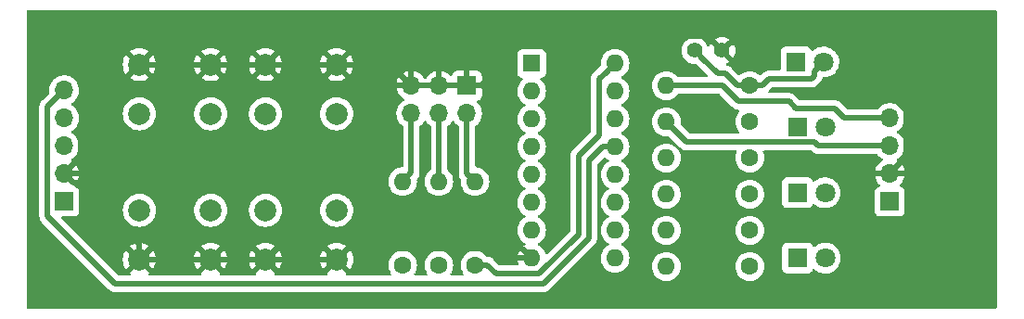
<source format=gbl>
G04 #@! TF.GenerationSoftware,KiCad,Pcbnew,6.0.5-a6ca702e91~116~ubuntu20.04.1*
G04 #@! TF.CreationDate,2022-06-19T16:15:55+02:00*
G04 #@! TF.ProjectId,PCF8574,50434638-3537-4342-9e6b-696361645f70,1.0*
G04 #@! TF.SameCoordinates,Original*
G04 #@! TF.FileFunction,Copper,L2,Bot*
G04 #@! TF.FilePolarity,Positive*
%FSLAX46Y46*%
G04 Gerber Fmt 4.6, Leading zero omitted, Abs format (unit mm)*
G04 Created by KiCad (PCBNEW 6.0.5-a6ca702e91~116~ubuntu20.04.1) date 2022-06-19 16:15:55*
%MOMM*%
%LPD*%
G01*
G04 APERTURE LIST*
G04 #@! TA.AperFunction,ComponentPad*
%ADD10C,1.600000*%
G04 #@! TD*
G04 #@! TA.AperFunction,ComponentPad*
%ADD11O,1.600000X1.600000*%
G04 #@! TD*
G04 #@! TA.AperFunction,ComponentPad*
%ADD12R,1.600000X1.600000*%
G04 #@! TD*
G04 #@! TA.AperFunction,ComponentPad*
%ADD13R,1.800000X1.800000*%
G04 #@! TD*
G04 #@! TA.AperFunction,ComponentPad*
%ADD14C,1.800000*%
G04 #@! TD*
G04 #@! TA.AperFunction,ComponentPad*
%ADD15R,1.700000X1.700000*%
G04 #@! TD*
G04 #@! TA.AperFunction,ComponentPad*
%ADD16O,1.700000X1.700000*%
G04 #@! TD*
G04 #@! TA.AperFunction,ComponentPad*
%ADD17C,1.400000*%
G04 #@! TD*
G04 #@! TA.AperFunction,ComponentPad*
%ADD18C,2.000000*%
G04 #@! TD*
G04 #@! TA.AperFunction,Conductor*
%ADD19C,0.500000*%
G04 #@! TD*
G04 APERTURE END LIST*
D10*
X126212600Y-101727000D03*
D11*
X118592600Y-101727000D03*
D10*
X94526000Y-114808000D03*
D11*
X94526000Y-107188000D03*
D10*
X126212600Y-114935000D03*
D11*
X118592600Y-114935000D03*
D10*
X126212600Y-111633000D03*
D11*
X118592600Y-111633000D03*
D10*
X126212600Y-108331000D03*
D11*
X118592600Y-108331000D03*
D10*
X126212600Y-105029000D03*
D11*
X118592600Y-105029000D03*
D10*
X101130000Y-114808000D03*
D11*
X101130000Y-107188000D03*
D10*
X97828000Y-114808000D03*
D11*
X97828000Y-107188000D03*
D10*
X126212600Y-98425000D03*
D11*
X118592600Y-98425000D03*
D12*
X106299000Y-96393000D03*
D11*
X106299000Y-98933000D03*
X106299000Y-101473000D03*
X106299000Y-104013000D03*
X106299000Y-106553000D03*
X106299000Y-109093000D03*
X106299000Y-111633000D03*
X106299000Y-114173000D03*
X113919000Y-114173000D03*
X113919000Y-111633000D03*
X113919000Y-109093000D03*
X113919000Y-106553000D03*
X113919000Y-104013000D03*
X113919000Y-101473000D03*
X113919000Y-98933000D03*
X113919000Y-96393000D03*
D13*
X130429000Y-96266000D03*
D14*
X132969000Y-96266000D03*
D13*
X130556000Y-102235000D03*
D14*
X133096000Y-102235000D03*
D13*
X130556000Y-108204000D03*
D14*
X133096000Y-108204000D03*
D13*
X130556000Y-114173000D03*
D14*
X133096000Y-114173000D03*
D15*
X139000000Y-109000000D03*
D16*
X139000000Y-106460000D03*
X139000000Y-103920000D03*
X139000000Y-101380000D03*
D15*
X100400000Y-98425000D03*
D16*
X100400000Y-100965000D03*
X97860000Y-98425000D03*
X97860000Y-100965000D03*
X95320000Y-98425000D03*
X95320000Y-100965000D03*
D17*
X121183400Y-95224600D03*
X123683400Y-95224600D03*
D18*
X70500000Y-101000000D03*
X77000000Y-101000000D03*
X77000000Y-96500000D03*
X70500000Y-96500000D03*
X88500000Y-101000000D03*
X82000000Y-101000000D03*
X82000000Y-96500000D03*
X88500000Y-96500000D03*
X70500000Y-109800000D03*
X77000000Y-109800000D03*
X70500000Y-114300000D03*
X77000000Y-114300000D03*
X88500000Y-109800000D03*
X82000000Y-109800000D03*
X88500000Y-114300000D03*
X82000000Y-114300000D03*
D15*
X63627000Y-109000000D03*
D16*
X63627000Y-106460000D03*
X63627000Y-103920000D03*
X63627000Y-101380000D03*
X63627000Y-98840000D03*
D19*
X101130000Y-114808000D02*
X102261370Y-114808000D01*
X106995001Y-115623001D02*
X103076371Y-115623001D01*
X126212600Y-98425000D02*
X127343970Y-98425000D01*
X110605990Y-112012012D02*
X106995001Y-115623001D01*
X123989030Y-97332800D02*
X123291600Y-97332800D01*
X127343970Y-98425000D02*
X127952969Y-97816001D01*
X112471200Y-102997000D02*
X112468999Y-102994799D01*
X123291600Y-97332800D02*
X121883399Y-95924599D01*
X127952969Y-97816001D02*
X131849001Y-97816001D01*
X110605990Y-105257600D02*
X110605990Y-112012012D01*
X113119001Y-97192999D02*
X113919000Y-96393000D01*
X132069001Y-97165999D02*
X132969000Y-96266000D01*
X125081230Y-98425000D02*
X123989030Y-97332800D01*
X102261370Y-114808000D02*
X103076371Y-115623001D01*
X131849001Y-97816001D02*
X132069001Y-97596001D01*
X110605990Y-104862210D02*
X112471200Y-102997000D01*
X121883399Y-95924599D02*
X121183400Y-95224600D01*
X126212600Y-98425000D02*
X125081230Y-98425000D01*
X132069001Y-97596001D02*
X132069001Y-97165999D01*
X110605990Y-105257600D02*
X110605990Y-104862210D01*
X112468999Y-102994799D02*
X112468999Y-97843001D01*
X112468999Y-97843001D02*
X113119001Y-97192999D01*
X132151999Y-103585001D02*
X132486998Y-103920000D01*
X118592600Y-101727000D02*
X120450601Y-103585001D01*
X137797919Y-103920000D02*
X139000000Y-103920000D01*
X120450601Y-103585001D02*
X132151999Y-103585001D01*
X132486998Y-103920000D02*
X137797919Y-103920000D01*
X95320000Y-106394000D02*
X94526000Y-107188000D01*
X95320000Y-100965000D02*
X95320000Y-106394000D01*
X100400000Y-106458000D02*
X101130000Y-107188000D01*
X100400000Y-100965000D02*
X100400000Y-106458000D01*
X97860000Y-100965000D02*
X97860000Y-107156000D01*
X97860000Y-107156000D02*
X97828000Y-107188000D01*
X139000000Y-101380000D02*
X137797919Y-101380000D01*
X134007201Y-100530001D02*
X130450193Y-100530001D01*
X137797919Y-101380000D02*
X137789319Y-101371400D01*
X123748800Y-98425000D02*
X118592600Y-98425000D01*
X134848600Y-101371400D02*
X134007201Y-100530001D01*
X130450193Y-100530001D02*
X129795193Y-99875001D01*
X137789319Y-101371400D02*
X134848600Y-101371400D01*
X125198801Y-99875001D02*
X123748800Y-98425000D01*
X129795193Y-99875001D02*
X125198801Y-99875001D01*
X65127001Y-101872999D02*
X65127001Y-104959999D01*
X140500001Y-100659999D02*
X140500001Y-104959999D01*
X70500000Y-96500000D02*
X65127001Y-101872999D01*
X88500000Y-96500000D02*
X93395000Y-96500000D01*
X77000000Y-96500000D02*
X78414213Y-96500000D01*
X64476999Y-107309999D02*
X64924212Y-107309999D01*
X140500001Y-104959999D02*
X139849999Y-105610001D01*
X97860000Y-98425000D02*
X100400000Y-98425000D01*
X70500000Y-112885787D02*
X70500000Y-114300000D01*
X82000000Y-114300000D02*
X88500000Y-114300000D01*
X70500000Y-114300000D02*
X71914213Y-114300000D01*
X95320000Y-98425000D02*
X97860000Y-98425000D01*
X105426001Y-113300001D02*
X105499001Y-113373001D01*
X65127001Y-104959999D02*
X64476999Y-105610001D01*
X106172000Y-114300000D02*
X106299000Y-114173000D01*
X101750000Y-98425000D02*
X103971214Y-96203786D01*
X103971214Y-96203786D02*
X103971214Y-94942999D01*
X63627000Y-106460000D02*
X64476999Y-107309999D01*
X139849999Y-105610001D02*
X139000000Y-106460000D01*
X103971214Y-94942999D02*
X105039614Y-93874599D01*
X93395000Y-96500000D02*
X95320000Y-98425000D01*
X64924212Y-107309999D02*
X70500000Y-112885787D01*
X105499001Y-113373001D02*
X106299000Y-114173000D01*
X70500000Y-96500000D02*
X77000000Y-96500000D01*
X100400000Y-98425000D02*
X101750000Y-98425000D01*
X134364603Y-94524601D02*
X140500001Y-100659999D01*
X89499999Y-113300001D02*
X105426001Y-113300001D01*
X82000000Y-96500000D02*
X83414213Y-96500000D01*
X122333399Y-93874599D02*
X122983401Y-94524601D01*
X77000000Y-114300000D02*
X82000000Y-114300000D01*
X71914213Y-114300000D02*
X77000000Y-114300000D01*
X124383399Y-94524601D02*
X134364603Y-94524601D01*
X122983401Y-94524601D02*
X123683400Y-95224600D01*
X106150800Y-114024800D02*
X106299000Y-114173000D01*
X123683400Y-95224600D02*
X124383399Y-94524601D01*
X64476999Y-105610001D02*
X63627000Y-106460000D01*
X88500000Y-114300000D02*
X89499999Y-113300001D01*
X83414213Y-96500000D02*
X88500000Y-96500000D01*
X105039614Y-93874599D02*
X122333399Y-93874599D01*
X78414213Y-96500000D02*
X82000000Y-96500000D01*
X112787630Y-104013000D02*
X111506000Y-105294630D01*
X111506000Y-112384808D02*
X107367797Y-116523011D01*
X113919000Y-104013000D02*
X112787630Y-104013000D01*
X107367797Y-116523011D02*
X68280009Y-116523011D01*
X62777001Y-99689999D02*
X63627000Y-98840000D01*
X68280009Y-116523011D02*
X62126999Y-110370001D01*
X62126999Y-110370001D02*
X62126999Y-100340001D01*
X62126999Y-100340001D02*
X62777001Y-99689999D01*
X111506000Y-105294630D02*
X111506000Y-112384808D01*
G04 #@! TA.AperFunction,Conductor*
G36*
X148709421Y-91536702D02*
G01*
X148755914Y-91590358D01*
X148767300Y-91642700D01*
X148767300Y-118665500D01*
X148747298Y-118733621D01*
X148693642Y-118780114D01*
X148641300Y-118791500D01*
X60375300Y-118791500D01*
X60307179Y-118771498D01*
X60260686Y-118717842D01*
X60249300Y-118665500D01*
X60249300Y-110343350D01*
X61363800Y-110343350D01*
X61364393Y-110350642D01*
X61364393Y-110350645D01*
X61368084Y-110396019D01*
X61368499Y-110406234D01*
X61368499Y-110414294D01*
X61368924Y-110417938D01*
X61371788Y-110442508D01*
X61372221Y-110446883D01*
X61376431Y-110498634D01*
X61378139Y-110519638D01*
X61380395Y-110526602D01*
X61381586Y-110532561D01*
X61382970Y-110538416D01*
X61383817Y-110545682D01*
X61408734Y-110614328D01*
X61410151Y-110618456D01*
X61432648Y-110687900D01*
X61436444Y-110694155D01*
X61438950Y-110699629D01*
X61441669Y-110705059D01*
X61444166Y-110711938D01*
X61448179Y-110718058D01*
X61448179Y-110718059D01*
X61484185Y-110772977D01*
X61486522Y-110776681D01*
X61524404Y-110839108D01*
X61528120Y-110843316D01*
X61528121Y-110843317D01*
X61531802Y-110847485D01*
X61531775Y-110847509D01*
X61534428Y-110850501D01*
X61537131Y-110853734D01*
X61541143Y-110859853D01*
X61546455Y-110864885D01*
X61597382Y-110913129D01*
X61599824Y-110915507D01*
X67696239Y-117011922D01*
X67708625Y-117026334D01*
X67717158Y-117037929D01*
X67717163Y-117037934D01*
X67721501Y-117043829D01*
X67727079Y-117048568D01*
X67727082Y-117048571D01*
X67761777Y-117078046D01*
X67769293Y-117084976D01*
X67774988Y-117090671D01*
X67777870Y-117092951D01*
X67797260Y-117108292D01*
X67800664Y-117111083D01*
X67850712Y-117153602D01*
X67856294Y-117158344D01*
X67862810Y-117161672D01*
X67867859Y-117165039D01*
X67872988Y-117168206D01*
X67878725Y-117172745D01*
X67944884Y-117203666D01*
X67948778Y-117205569D01*
X68013817Y-117238780D01*
X68020925Y-117240519D01*
X68026568Y-117242618D01*
X68032331Y-117244535D01*
X68038959Y-117247633D01*
X68046121Y-117249123D01*
X68046122Y-117249123D01*
X68110421Y-117262497D01*
X68114705Y-117263467D01*
X68185619Y-117280819D01*
X68191221Y-117281167D01*
X68191224Y-117281167D01*
X68196773Y-117281511D01*
X68196771Y-117281547D01*
X68200764Y-117281786D01*
X68204956Y-117282160D01*
X68212124Y-117283651D01*
X68289529Y-117281557D01*
X68292937Y-117281511D01*
X107300727Y-117281511D01*
X107319677Y-117282944D01*
X107333912Y-117285110D01*
X107333916Y-117285110D01*
X107341146Y-117286210D01*
X107348438Y-117285617D01*
X107348441Y-117285617D01*
X107393815Y-117281926D01*
X107404030Y-117281511D01*
X107412090Y-117281511D01*
X107429477Y-117279484D01*
X107440304Y-117278222D01*
X107444679Y-117277789D01*
X107510136Y-117272465D01*
X107510139Y-117272464D01*
X107517434Y-117271871D01*
X107524398Y-117269615D01*
X107530357Y-117268424D01*
X107536212Y-117267040D01*
X107543478Y-117266193D01*
X107612124Y-117241276D01*
X107616252Y-117239859D01*
X107678733Y-117219618D01*
X107678735Y-117219617D01*
X107685696Y-117217362D01*
X107691951Y-117213566D01*
X107697425Y-117211060D01*
X107702855Y-117208341D01*
X107709734Y-117205844D01*
X107715855Y-117201831D01*
X107770773Y-117165825D01*
X107774477Y-117163488D01*
X107836904Y-117125606D01*
X107845281Y-117118208D01*
X107845305Y-117118235D01*
X107848297Y-117115582D01*
X107851530Y-117112879D01*
X107857649Y-117108867D01*
X107910925Y-117052628D01*
X107913303Y-117050186D01*
X111994911Y-112968578D01*
X112009323Y-112956192D01*
X112020918Y-112947659D01*
X112020923Y-112947654D01*
X112026818Y-112943316D01*
X112031557Y-112937738D01*
X112031560Y-112937735D01*
X112061035Y-112903040D01*
X112067965Y-112895524D01*
X112073661Y-112889828D01*
X112075924Y-112886967D01*
X112075929Y-112886962D01*
X112091293Y-112867542D01*
X112094082Y-112864141D01*
X112117991Y-112835998D01*
X112141333Y-112808523D01*
X112144659Y-112802010D01*
X112148020Y-112796971D01*
X112151196Y-112791829D01*
X112155734Y-112786092D01*
X112186655Y-112719933D01*
X112188561Y-112716033D01*
X112221769Y-112651000D01*
X112223508Y-112643891D01*
X112225604Y-112638257D01*
X112227523Y-112632487D01*
X112230622Y-112625858D01*
X112245491Y-112554373D01*
X112246461Y-112550090D01*
X112262473Y-112484652D01*
X112263808Y-112479198D01*
X112264500Y-112468044D01*
X112264535Y-112468046D01*
X112264775Y-112464074D01*
X112265152Y-112459853D01*
X112266641Y-112452693D01*
X112264546Y-112375266D01*
X112264500Y-112371858D01*
X112264500Y-105661002D01*
X112284502Y-105592881D01*
X112301405Y-105571907D01*
X112875312Y-104998000D01*
X112937624Y-104963974D01*
X113008439Y-104969039D01*
X113053502Y-104998000D01*
X113074700Y-105019198D01*
X113079208Y-105022355D01*
X113079211Y-105022357D01*
X113133291Y-105060224D01*
X113262251Y-105150523D01*
X113267233Y-105152846D01*
X113267238Y-105152849D01*
X113301457Y-105168805D01*
X113354742Y-105215722D01*
X113374203Y-105283999D01*
X113353661Y-105351959D01*
X113301457Y-105397195D01*
X113267238Y-105413151D01*
X113267233Y-105413154D01*
X113262251Y-105415477D01*
X113230221Y-105437905D01*
X113079211Y-105543643D01*
X113079208Y-105543645D01*
X113074700Y-105546802D01*
X112912802Y-105708700D01*
X112909645Y-105713208D01*
X112909643Y-105713211D01*
X112875805Y-105761537D01*
X112781477Y-105896251D01*
X112779154Y-105901233D01*
X112779151Y-105901238D01*
X112696475Y-106078540D01*
X112684716Y-106103757D01*
X112683294Y-106109065D01*
X112683293Y-106109067D01*
X112641811Y-106263879D01*
X112625457Y-106324913D01*
X112605502Y-106553000D01*
X112625457Y-106781087D01*
X112626881Y-106786400D01*
X112626881Y-106786402D01*
X112682531Y-106994087D01*
X112684716Y-107002243D01*
X112687039Y-107007224D01*
X112687039Y-107007225D01*
X112779151Y-107204762D01*
X112779154Y-107204767D01*
X112781477Y-107209749D01*
X112854869Y-107314564D01*
X112888886Y-107363144D01*
X112912802Y-107397300D01*
X113074700Y-107559198D01*
X113079208Y-107562355D01*
X113079211Y-107562357D01*
X113091369Y-107570870D01*
X113262251Y-107690523D01*
X113267233Y-107692846D01*
X113267238Y-107692849D01*
X113301457Y-107708805D01*
X113354742Y-107755722D01*
X113374203Y-107823999D01*
X113353661Y-107891959D01*
X113301457Y-107937195D01*
X113267238Y-107953151D01*
X113267233Y-107953154D01*
X113262251Y-107955477D01*
X113229631Y-107978318D01*
X113079211Y-108083643D01*
X113079208Y-108083645D01*
X113074700Y-108086802D01*
X112912802Y-108248700D01*
X112909645Y-108253208D01*
X112909643Y-108253211D01*
X112872246Y-108306620D01*
X112781477Y-108436251D01*
X112779154Y-108441233D01*
X112779151Y-108441238D01*
X112717598Y-108573241D01*
X112684716Y-108643757D01*
X112625457Y-108864913D01*
X112605502Y-109093000D01*
X112625457Y-109321087D01*
X112626881Y-109326400D01*
X112626881Y-109326402D01*
X112664963Y-109468523D01*
X112684716Y-109542243D01*
X112687039Y-109547224D01*
X112687039Y-109547225D01*
X112779151Y-109744762D01*
X112779154Y-109744767D01*
X112781477Y-109749749D01*
X112784634Y-109754257D01*
X112885378Y-109898134D01*
X112912802Y-109937300D01*
X113074700Y-110099198D01*
X113079208Y-110102355D01*
X113079211Y-110102357D01*
X113081402Y-110103891D01*
X113262251Y-110230523D01*
X113267233Y-110232846D01*
X113267238Y-110232849D01*
X113301457Y-110248805D01*
X113354742Y-110295722D01*
X113374203Y-110363999D01*
X113353661Y-110431959D01*
X113301457Y-110477195D01*
X113267238Y-110493151D01*
X113267233Y-110493154D01*
X113262251Y-110495477D01*
X113209290Y-110532561D01*
X113079211Y-110623643D01*
X113079208Y-110623645D01*
X113074700Y-110626802D01*
X112912802Y-110788700D01*
X112781477Y-110976251D01*
X112779154Y-110981233D01*
X112779151Y-110981238D01*
X112701278Y-111148240D01*
X112684716Y-111183757D01*
X112625457Y-111404913D01*
X112605502Y-111633000D01*
X112625457Y-111861087D01*
X112684716Y-112082243D01*
X112687039Y-112087224D01*
X112687039Y-112087225D01*
X112779151Y-112284762D01*
X112779154Y-112284767D01*
X112781477Y-112289749D01*
X112912802Y-112477300D01*
X113074700Y-112639198D01*
X113079208Y-112642355D01*
X113079211Y-112642357D01*
X113157389Y-112697098D01*
X113262251Y-112770523D01*
X113267233Y-112772846D01*
X113267238Y-112772849D01*
X113301457Y-112788805D01*
X113354742Y-112835722D01*
X113374203Y-112903999D01*
X113353661Y-112971959D01*
X113301457Y-113017195D01*
X113267238Y-113033151D01*
X113267233Y-113033154D01*
X113262251Y-113035477D01*
X113215961Y-113067890D01*
X113079211Y-113163643D01*
X113079208Y-113163645D01*
X113074700Y-113166802D01*
X112912802Y-113328700D01*
X112781477Y-113516251D01*
X112779154Y-113521233D01*
X112779151Y-113521238D01*
X112696124Y-113699293D01*
X112684716Y-113723757D01*
X112683294Y-113729065D01*
X112683293Y-113729067D01*
X112627535Y-113937156D01*
X112625457Y-113944913D01*
X112605502Y-114173000D01*
X112625457Y-114401087D01*
X112626881Y-114406400D01*
X112626881Y-114406402D01*
X112673374Y-114579913D01*
X112684716Y-114622243D01*
X112687039Y-114627224D01*
X112687039Y-114627225D01*
X112779151Y-114824762D01*
X112779154Y-114824767D01*
X112781477Y-114829749D01*
X112912802Y-115017300D01*
X113074700Y-115179198D01*
X113079208Y-115182355D01*
X113079211Y-115182357D01*
X113091148Y-115190715D01*
X113262251Y-115310523D01*
X113267233Y-115312846D01*
X113267238Y-115312849D01*
X113420345Y-115384243D01*
X113469757Y-115407284D01*
X113475065Y-115408706D01*
X113475067Y-115408707D01*
X113685598Y-115465119D01*
X113685600Y-115465119D01*
X113690913Y-115466543D01*
X113919000Y-115486498D01*
X114147087Y-115466543D01*
X114152400Y-115465119D01*
X114152402Y-115465119D01*
X114362933Y-115408707D01*
X114362935Y-115408706D01*
X114368243Y-115407284D01*
X114417655Y-115384243D01*
X114570762Y-115312849D01*
X114570767Y-115312846D01*
X114575749Y-115310523D01*
X114746852Y-115190715D01*
X114758789Y-115182357D01*
X114758792Y-115182355D01*
X114763300Y-115179198D01*
X114925198Y-115017300D01*
X114982825Y-114935000D01*
X117279102Y-114935000D01*
X117299057Y-115163087D01*
X117300481Y-115168400D01*
X117300481Y-115168402D01*
X117343092Y-115327425D01*
X117358316Y-115384243D01*
X117360639Y-115389224D01*
X117360639Y-115389225D01*
X117452751Y-115586762D01*
X117452754Y-115586767D01*
X117455077Y-115591749D01*
X117502549Y-115659546D01*
X117576047Y-115764511D01*
X117586402Y-115779300D01*
X117748300Y-115941198D01*
X117752808Y-115944355D01*
X117752811Y-115944357D01*
X117830989Y-115999098D01*
X117935851Y-116072523D01*
X117940833Y-116074846D01*
X117940838Y-116074849D01*
X118138375Y-116166961D01*
X118143357Y-116169284D01*
X118148665Y-116170706D01*
X118148667Y-116170707D01*
X118359198Y-116227119D01*
X118359200Y-116227119D01*
X118364513Y-116228543D01*
X118592600Y-116248498D01*
X118820687Y-116228543D01*
X118826000Y-116227119D01*
X118826002Y-116227119D01*
X119036533Y-116170707D01*
X119036535Y-116170706D01*
X119041843Y-116169284D01*
X119046825Y-116166961D01*
X119244362Y-116074849D01*
X119244367Y-116074846D01*
X119249349Y-116072523D01*
X119354211Y-115999098D01*
X119432389Y-115944357D01*
X119432392Y-115944355D01*
X119436900Y-115941198D01*
X119598798Y-115779300D01*
X119609154Y-115764511D01*
X119682651Y-115659546D01*
X119730123Y-115591749D01*
X119732446Y-115586767D01*
X119732449Y-115586762D01*
X119824561Y-115389225D01*
X119824561Y-115389224D01*
X119826884Y-115384243D01*
X119842109Y-115327425D01*
X119884719Y-115168402D01*
X119884719Y-115168400D01*
X119886143Y-115163087D01*
X119906098Y-114935000D01*
X124899102Y-114935000D01*
X124919057Y-115163087D01*
X124920481Y-115168400D01*
X124920481Y-115168402D01*
X124963092Y-115327425D01*
X124978316Y-115384243D01*
X124980639Y-115389224D01*
X124980639Y-115389225D01*
X125072751Y-115586762D01*
X125072754Y-115586767D01*
X125075077Y-115591749D01*
X125122549Y-115659546D01*
X125196047Y-115764511D01*
X125206402Y-115779300D01*
X125368300Y-115941198D01*
X125372808Y-115944355D01*
X125372811Y-115944357D01*
X125450989Y-115999098D01*
X125555851Y-116072523D01*
X125560833Y-116074846D01*
X125560838Y-116074849D01*
X125758375Y-116166961D01*
X125763357Y-116169284D01*
X125768665Y-116170706D01*
X125768667Y-116170707D01*
X125979198Y-116227119D01*
X125979200Y-116227119D01*
X125984513Y-116228543D01*
X126212600Y-116248498D01*
X126440687Y-116228543D01*
X126446000Y-116227119D01*
X126446002Y-116227119D01*
X126656533Y-116170707D01*
X126656535Y-116170706D01*
X126661843Y-116169284D01*
X126666825Y-116166961D01*
X126864362Y-116074849D01*
X126864367Y-116074846D01*
X126869349Y-116072523D01*
X126974211Y-115999098D01*
X127052389Y-115944357D01*
X127052392Y-115944355D01*
X127056900Y-115941198D01*
X127218798Y-115779300D01*
X127229154Y-115764511D01*
X127302651Y-115659546D01*
X127350123Y-115591749D01*
X127352446Y-115586767D01*
X127352449Y-115586762D01*
X127444561Y-115389225D01*
X127444561Y-115389224D01*
X127446884Y-115384243D01*
X127462109Y-115327425D01*
X127504719Y-115168402D01*
X127504719Y-115168400D01*
X127506143Y-115163087D01*
X127509813Y-115121134D01*
X129147500Y-115121134D01*
X129154255Y-115183316D01*
X129205385Y-115319705D01*
X129292739Y-115436261D01*
X129409295Y-115523615D01*
X129545684Y-115574745D01*
X129607866Y-115581500D01*
X131504134Y-115581500D01*
X131566316Y-115574745D01*
X131702705Y-115523615D01*
X131819261Y-115436261D01*
X131906615Y-115319705D01*
X131931180Y-115254178D01*
X131973822Y-115197414D01*
X132040383Y-115172714D01*
X132109732Y-115187921D01*
X132129647Y-115201464D01*
X132261942Y-115311297D01*
X132285349Y-115330730D01*
X132485322Y-115447584D01*
X132490147Y-115449426D01*
X132490148Y-115449427D01*
X132564665Y-115477883D01*
X132701694Y-115530209D01*
X132706760Y-115531240D01*
X132706761Y-115531240D01*
X132713790Y-115532670D01*
X132928656Y-115576385D01*
X133058089Y-115581131D01*
X133154949Y-115584683D01*
X133154953Y-115584683D01*
X133160113Y-115584872D01*
X133165233Y-115584216D01*
X133165235Y-115584216D01*
X133239166Y-115574745D01*
X133389847Y-115555442D01*
X133394795Y-115553957D01*
X133394802Y-115553956D01*
X133606747Y-115490369D01*
X133611690Y-115488886D01*
X133616565Y-115486498D01*
X133815049Y-115389262D01*
X133815052Y-115389260D01*
X133819684Y-115386991D01*
X134008243Y-115252494D01*
X134172303Y-115089005D01*
X134307458Y-114900917D01*
X134335342Y-114844499D01*
X134407784Y-114697922D01*
X134407785Y-114697920D01*
X134410078Y-114693280D01*
X134477408Y-114471671D01*
X134499878Y-114301000D01*
X134507204Y-114245354D01*
X134507204Y-114245351D01*
X134507640Y-114242041D01*
X134509327Y-114173000D01*
X134499202Y-114049844D01*
X134490773Y-113947318D01*
X134490772Y-113947312D01*
X134490349Y-113942167D01*
X134455092Y-113801802D01*
X134435184Y-113722544D01*
X134435183Y-113722540D01*
X134433925Y-113717533D01*
X134414837Y-113673634D01*
X134343630Y-113509868D01*
X134343628Y-113509865D01*
X134341570Y-113505131D01*
X134215764Y-113310665D01*
X134059887Y-113139358D01*
X134055836Y-113136159D01*
X134055832Y-113136155D01*
X133882177Y-112999011D01*
X133882172Y-112999008D01*
X133878123Y-112995810D01*
X133873607Y-112993317D01*
X133873604Y-112993315D01*
X133679879Y-112886373D01*
X133679875Y-112886371D01*
X133675355Y-112883876D01*
X133670486Y-112882152D01*
X133670482Y-112882150D01*
X133461903Y-112808288D01*
X133461899Y-112808287D01*
X133457028Y-112806562D01*
X133451935Y-112805655D01*
X133451932Y-112805654D01*
X133234095Y-112766851D01*
X133234089Y-112766850D01*
X133229006Y-112765945D01*
X133156096Y-112765054D01*
X133002581Y-112763179D01*
X133002579Y-112763179D01*
X132997411Y-112763116D01*
X132768464Y-112798150D01*
X132548314Y-112870106D01*
X132543726Y-112872494D01*
X132543722Y-112872496D01*
X132352125Y-112972235D01*
X132342872Y-112977052D01*
X132338739Y-112980155D01*
X132338736Y-112980157D01*
X132190319Y-113091592D01*
X132157655Y-113116117D01*
X132140170Y-113134414D01*
X132078646Y-113169844D01*
X132007733Y-113166387D01*
X131949947Y-113125141D01*
X131931094Y-113091592D01*
X131909768Y-113034705D01*
X131909767Y-113034703D01*
X131906615Y-113026295D01*
X131819261Y-112909739D01*
X131702705Y-112822385D01*
X131566316Y-112771255D01*
X131504134Y-112764500D01*
X129607866Y-112764500D01*
X129545684Y-112771255D01*
X129409295Y-112822385D01*
X129292739Y-112909739D01*
X129205385Y-113026295D01*
X129154255Y-113162684D01*
X129147500Y-113224866D01*
X129147500Y-115121134D01*
X127509813Y-115121134D01*
X127526098Y-114935000D01*
X127506143Y-114706913D01*
X127502490Y-114693280D01*
X127448307Y-114491067D01*
X127448306Y-114491065D01*
X127446884Y-114485757D01*
X127437925Y-114466544D01*
X127352449Y-114283238D01*
X127352446Y-114283233D01*
X127350123Y-114278251D01*
X127258040Y-114146743D01*
X127221957Y-114095211D01*
X127221955Y-114095208D01*
X127218798Y-114090700D01*
X127056900Y-113928802D01*
X127052392Y-113925645D01*
X127052389Y-113925643D01*
X126881091Y-113805699D01*
X126869349Y-113797477D01*
X126864367Y-113795154D01*
X126864362Y-113795151D01*
X126666825Y-113703039D01*
X126666824Y-113703039D01*
X126661843Y-113700716D01*
X126656535Y-113699294D01*
X126656533Y-113699293D01*
X126446002Y-113642881D01*
X126446000Y-113642881D01*
X126440687Y-113641457D01*
X126212600Y-113621502D01*
X125984513Y-113641457D01*
X125979200Y-113642881D01*
X125979198Y-113642881D01*
X125768667Y-113699293D01*
X125768665Y-113699294D01*
X125763357Y-113700716D01*
X125758376Y-113703039D01*
X125758375Y-113703039D01*
X125560838Y-113795151D01*
X125560833Y-113795154D01*
X125555851Y-113797477D01*
X125544109Y-113805699D01*
X125372811Y-113925643D01*
X125372808Y-113925645D01*
X125368300Y-113928802D01*
X125206402Y-114090700D01*
X125203245Y-114095208D01*
X125203243Y-114095211D01*
X125167160Y-114146743D01*
X125075077Y-114278251D01*
X125072754Y-114283233D01*
X125072751Y-114283238D01*
X124987275Y-114466544D01*
X124978316Y-114485757D01*
X124976894Y-114491065D01*
X124976893Y-114491067D01*
X124922710Y-114693280D01*
X124919057Y-114706913D01*
X124899102Y-114935000D01*
X119906098Y-114935000D01*
X119886143Y-114706913D01*
X119882490Y-114693280D01*
X119828307Y-114491067D01*
X119828306Y-114491065D01*
X119826884Y-114485757D01*
X119817925Y-114466544D01*
X119732449Y-114283238D01*
X119732446Y-114283233D01*
X119730123Y-114278251D01*
X119638040Y-114146743D01*
X119601957Y-114095211D01*
X119601955Y-114095208D01*
X119598798Y-114090700D01*
X119436900Y-113928802D01*
X119432392Y-113925645D01*
X119432389Y-113925643D01*
X119261091Y-113805699D01*
X119249349Y-113797477D01*
X119244367Y-113795154D01*
X119244362Y-113795151D01*
X119046825Y-113703039D01*
X119046824Y-113703039D01*
X119041843Y-113700716D01*
X119036535Y-113699294D01*
X119036533Y-113699293D01*
X118826002Y-113642881D01*
X118826000Y-113642881D01*
X118820687Y-113641457D01*
X118592600Y-113621502D01*
X118364513Y-113641457D01*
X118359200Y-113642881D01*
X118359198Y-113642881D01*
X118148667Y-113699293D01*
X118148665Y-113699294D01*
X118143357Y-113700716D01*
X118138376Y-113703039D01*
X118138375Y-113703039D01*
X117940838Y-113795151D01*
X117940833Y-113795154D01*
X117935851Y-113797477D01*
X117924109Y-113805699D01*
X117752811Y-113925643D01*
X117752808Y-113925645D01*
X117748300Y-113928802D01*
X117586402Y-114090700D01*
X117583245Y-114095208D01*
X117583243Y-114095211D01*
X117547160Y-114146743D01*
X117455077Y-114278251D01*
X117452754Y-114283233D01*
X117452751Y-114283238D01*
X117367275Y-114466544D01*
X117358316Y-114485757D01*
X117356894Y-114491065D01*
X117356893Y-114491067D01*
X117302710Y-114693280D01*
X117299057Y-114706913D01*
X117279102Y-114935000D01*
X114982825Y-114935000D01*
X115056523Y-114829749D01*
X115058846Y-114824767D01*
X115058849Y-114824762D01*
X115150961Y-114627225D01*
X115150961Y-114627224D01*
X115153284Y-114622243D01*
X115164627Y-114579913D01*
X115211119Y-114406402D01*
X115211119Y-114406400D01*
X115212543Y-114401087D01*
X115232498Y-114173000D01*
X115212543Y-113944913D01*
X115210465Y-113937156D01*
X115154707Y-113729067D01*
X115154706Y-113729065D01*
X115153284Y-113723757D01*
X115141876Y-113699293D01*
X115058849Y-113521238D01*
X115058846Y-113521233D01*
X115056523Y-113516251D01*
X114925198Y-113328700D01*
X114763300Y-113166802D01*
X114758792Y-113163645D01*
X114758789Y-113163643D01*
X114622039Y-113067890D01*
X114575749Y-113035477D01*
X114570767Y-113033154D01*
X114570762Y-113033151D01*
X114536543Y-113017195D01*
X114483258Y-112970278D01*
X114463797Y-112902001D01*
X114484339Y-112834041D01*
X114536543Y-112788805D01*
X114570762Y-112772849D01*
X114570767Y-112772846D01*
X114575749Y-112770523D01*
X114680611Y-112697098D01*
X114758789Y-112642357D01*
X114758792Y-112642355D01*
X114763300Y-112639198D01*
X114925198Y-112477300D01*
X115056523Y-112289749D01*
X115058846Y-112284767D01*
X115058849Y-112284762D01*
X115150961Y-112087225D01*
X115150961Y-112087224D01*
X115153284Y-112082243D01*
X115212543Y-111861087D01*
X115232498Y-111633000D01*
X117279102Y-111633000D01*
X117299057Y-111861087D01*
X117358316Y-112082243D01*
X117360639Y-112087224D01*
X117360639Y-112087225D01*
X117452751Y-112284762D01*
X117452754Y-112284767D01*
X117455077Y-112289749D01*
X117586402Y-112477300D01*
X117748300Y-112639198D01*
X117752808Y-112642355D01*
X117752811Y-112642357D01*
X117830989Y-112697098D01*
X117935851Y-112770523D01*
X117940833Y-112772846D01*
X117940838Y-112772849D01*
X118138375Y-112864961D01*
X118143357Y-112867284D01*
X118148665Y-112868706D01*
X118148667Y-112868707D01*
X118359198Y-112925119D01*
X118359200Y-112925119D01*
X118364513Y-112926543D01*
X118592600Y-112946498D01*
X118820687Y-112926543D01*
X118826000Y-112925119D01*
X118826002Y-112925119D01*
X119036533Y-112868707D01*
X119036535Y-112868706D01*
X119041843Y-112867284D01*
X119046825Y-112864961D01*
X119244362Y-112772849D01*
X119244367Y-112772846D01*
X119249349Y-112770523D01*
X119354211Y-112697098D01*
X119432389Y-112642357D01*
X119432392Y-112642355D01*
X119436900Y-112639198D01*
X119598798Y-112477300D01*
X119730123Y-112289749D01*
X119732446Y-112284767D01*
X119732449Y-112284762D01*
X119824561Y-112087225D01*
X119824561Y-112087224D01*
X119826884Y-112082243D01*
X119886143Y-111861087D01*
X119906098Y-111633000D01*
X124899102Y-111633000D01*
X124919057Y-111861087D01*
X124978316Y-112082243D01*
X124980639Y-112087224D01*
X124980639Y-112087225D01*
X125072751Y-112284762D01*
X125072754Y-112284767D01*
X125075077Y-112289749D01*
X125206402Y-112477300D01*
X125368300Y-112639198D01*
X125372808Y-112642355D01*
X125372811Y-112642357D01*
X125450989Y-112697098D01*
X125555851Y-112770523D01*
X125560833Y-112772846D01*
X125560838Y-112772849D01*
X125758375Y-112864961D01*
X125763357Y-112867284D01*
X125768665Y-112868706D01*
X125768667Y-112868707D01*
X125979198Y-112925119D01*
X125979200Y-112925119D01*
X125984513Y-112926543D01*
X126212600Y-112946498D01*
X126440687Y-112926543D01*
X126446000Y-112925119D01*
X126446002Y-112925119D01*
X126656533Y-112868707D01*
X126656535Y-112868706D01*
X126661843Y-112867284D01*
X126666825Y-112864961D01*
X126864362Y-112772849D01*
X126864367Y-112772846D01*
X126869349Y-112770523D01*
X126974211Y-112697098D01*
X127052389Y-112642357D01*
X127052392Y-112642355D01*
X127056900Y-112639198D01*
X127218798Y-112477300D01*
X127350123Y-112289749D01*
X127352446Y-112284767D01*
X127352449Y-112284762D01*
X127444561Y-112087225D01*
X127444561Y-112087224D01*
X127446884Y-112082243D01*
X127506143Y-111861087D01*
X127526098Y-111633000D01*
X127506143Y-111404913D01*
X127446884Y-111183757D01*
X127430322Y-111148240D01*
X127352449Y-110981238D01*
X127352446Y-110981233D01*
X127350123Y-110976251D01*
X127218798Y-110788700D01*
X127056900Y-110626802D01*
X127052392Y-110623645D01*
X127052389Y-110623643D01*
X126922310Y-110532561D01*
X126869349Y-110495477D01*
X126864367Y-110493154D01*
X126864362Y-110493151D01*
X126666825Y-110401039D01*
X126666824Y-110401039D01*
X126661843Y-110398716D01*
X126656535Y-110397294D01*
X126656533Y-110397293D01*
X126446002Y-110340881D01*
X126446000Y-110340881D01*
X126440687Y-110339457D01*
X126212600Y-110319502D01*
X125984513Y-110339457D01*
X125979200Y-110340881D01*
X125979198Y-110340881D01*
X125768667Y-110397293D01*
X125768665Y-110397294D01*
X125763357Y-110398716D01*
X125758376Y-110401039D01*
X125758375Y-110401039D01*
X125560838Y-110493151D01*
X125560833Y-110493154D01*
X125555851Y-110495477D01*
X125502890Y-110532561D01*
X125372811Y-110623643D01*
X125372808Y-110623645D01*
X125368300Y-110626802D01*
X125206402Y-110788700D01*
X125075077Y-110976251D01*
X125072754Y-110981233D01*
X125072751Y-110981238D01*
X124994878Y-111148240D01*
X124978316Y-111183757D01*
X124919057Y-111404913D01*
X124899102Y-111633000D01*
X119906098Y-111633000D01*
X119886143Y-111404913D01*
X119826884Y-111183757D01*
X119810322Y-111148240D01*
X119732449Y-110981238D01*
X119732446Y-110981233D01*
X119730123Y-110976251D01*
X119598798Y-110788700D01*
X119436900Y-110626802D01*
X119432392Y-110623645D01*
X119432389Y-110623643D01*
X119302310Y-110532561D01*
X119249349Y-110495477D01*
X119244367Y-110493154D01*
X119244362Y-110493151D01*
X119046825Y-110401039D01*
X119046824Y-110401039D01*
X119041843Y-110398716D01*
X119036535Y-110397294D01*
X119036533Y-110397293D01*
X118826002Y-110340881D01*
X118826000Y-110340881D01*
X118820687Y-110339457D01*
X118592600Y-110319502D01*
X118364513Y-110339457D01*
X118359200Y-110340881D01*
X118359198Y-110340881D01*
X118148667Y-110397293D01*
X118148665Y-110397294D01*
X118143357Y-110398716D01*
X118138376Y-110401039D01*
X118138375Y-110401039D01*
X117940838Y-110493151D01*
X117940833Y-110493154D01*
X117935851Y-110495477D01*
X117882890Y-110532561D01*
X117752811Y-110623643D01*
X117752808Y-110623645D01*
X117748300Y-110626802D01*
X117586402Y-110788700D01*
X117455077Y-110976251D01*
X117452754Y-110981233D01*
X117452751Y-110981238D01*
X117374878Y-111148240D01*
X117358316Y-111183757D01*
X117299057Y-111404913D01*
X117279102Y-111633000D01*
X115232498Y-111633000D01*
X115212543Y-111404913D01*
X115153284Y-111183757D01*
X115136722Y-111148240D01*
X115058849Y-110981238D01*
X115058846Y-110981233D01*
X115056523Y-110976251D01*
X114925198Y-110788700D01*
X114763300Y-110626802D01*
X114758792Y-110623645D01*
X114758789Y-110623643D01*
X114628710Y-110532561D01*
X114575749Y-110495477D01*
X114570767Y-110493154D01*
X114570762Y-110493151D01*
X114536543Y-110477195D01*
X114483258Y-110430278D01*
X114463797Y-110362001D01*
X114484339Y-110294041D01*
X114536543Y-110248805D01*
X114570762Y-110232849D01*
X114570767Y-110232846D01*
X114575749Y-110230523D01*
X114756598Y-110103891D01*
X114758789Y-110102357D01*
X114758792Y-110102355D01*
X114763300Y-110099198D01*
X114925198Y-109937300D01*
X114952623Y-109898134D01*
X137641500Y-109898134D01*
X137648255Y-109960316D01*
X137699385Y-110096705D01*
X137786739Y-110213261D01*
X137903295Y-110300615D01*
X138039684Y-110351745D01*
X138101866Y-110358500D01*
X139898134Y-110358500D01*
X139960316Y-110351745D01*
X140096705Y-110300615D01*
X140213261Y-110213261D01*
X140300615Y-110096705D01*
X140351745Y-109960316D01*
X140358500Y-109898134D01*
X140358500Y-108101866D01*
X140351745Y-108039684D01*
X140300615Y-107903295D01*
X140213261Y-107786739D01*
X140096705Y-107699385D01*
X139977687Y-107654767D01*
X139920923Y-107612125D01*
X139896223Y-107545564D01*
X139911430Y-107476215D01*
X139932977Y-107447535D01*
X140034052Y-107346812D01*
X140040730Y-107338965D01*
X140165003Y-107166020D01*
X140170313Y-107157183D01*
X140264670Y-106966267D01*
X140268469Y-106956672D01*
X140330377Y-106752910D01*
X140332555Y-106742837D01*
X140333986Y-106731962D01*
X140331775Y-106717778D01*
X140318617Y-106714000D01*
X137683225Y-106714000D01*
X137669694Y-106717973D01*
X137668257Y-106727966D01*
X137698565Y-106862446D01*
X137701645Y-106872275D01*
X137781770Y-107069603D01*
X137786413Y-107078794D01*
X137897694Y-107260388D01*
X137903777Y-107268699D01*
X138043213Y-107429667D01*
X138050577Y-107436879D01*
X138055522Y-107440985D01*
X138095156Y-107499889D01*
X138096653Y-107570870D01*
X138059537Y-107631392D01*
X138019264Y-107655910D01*
X137911705Y-107696232D01*
X137911704Y-107696233D01*
X137903295Y-107699385D01*
X137786739Y-107786739D01*
X137699385Y-107903295D01*
X137648255Y-108039684D01*
X137641500Y-108101866D01*
X137641500Y-109898134D01*
X114952623Y-109898134D01*
X115053366Y-109754257D01*
X115056523Y-109749749D01*
X115058846Y-109744767D01*
X115058849Y-109744762D01*
X115150961Y-109547225D01*
X115150961Y-109547224D01*
X115153284Y-109542243D01*
X115173038Y-109468523D01*
X115211119Y-109326402D01*
X115211119Y-109326400D01*
X115212543Y-109321087D01*
X115232498Y-109093000D01*
X115212543Y-108864913D01*
X115153284Y-108643757D01*
X115120402Y-108573241D01*
X115058849Y-108441238D01*
X115058846Y-108441233D01*
X115056523Y-108436251D01*
X114982825Y-108331000D01*
X117279102Y-108331000D01*
X117299057Y-108559087D01*
X117300481Y-108564400D01*
X117300481Y-108564402D01*
X117344862Y-108730031D01*
X117358316Y-108780243D01*
X117360639Y-108785224D01*
X117360639Y-108785225D01*
X117452751Y-108982762D01*
X117452754Y-108982767D01*
X117455077Y-108987749D01*
X117458234Y-108992257D01*
X117572560Y-109155531D01*
X117586402Y-109175300D01*
X117748300Y-109337198D01*
X117752808Y-109340355D01*
X117752811Y-109340357D01*
X117830989Y-109395098D01*
X117935851Y-109468523D01*
X117940833Y-109470846D01*
X117940838Y-109470849D01*
X118128757Y-109558476D01*
X118143357Y-109565284D01*
X118148665Y-109566706D01*
X118148667Y-109566707D01*
X118359198Y-109623119D01*
X118359200Y-109623119D01*
X118364513Y-109624543D01*
X118592600Y-109644498D01*
X118820687Y-109624543D01*
X118826000Y-109623119D01*
X118826002Y-109623119D01*
X119036533Y-109566707D01*
X119036535Y-109566706D01*
X119041843Y-109565284D01*
X119056443Y-109558476D01*
X119244362Y-109470849D01*
X119244367Y-109470846D01*
X119249349Y-109468523D01*
X119354211Y-109395098D01*
X119432389Y-109340357D01*
X119432392Y-109340355D01*
X119436900Y-109337198D01*
X119598798Y-109175300D01*
X119612641Y-109155531D01*
X119726966Y-108992257D01*
X119730123Y-108987749D01*
X119732446Y-108982767D01*
X119732449Y-108982762D01*
X119824561Y-108785225D01*
X119824561Y-108785224D01*
X119826884Y-108780243D01*
X119840339Y-108730031D01*
X119884719Y-108564402D01*
X119884719Y-108564400D01*
X119886143Y-108559087D01*
X119906098Y-108331000D01*
X124899102Y-108331000D01*
X124919057Y-108559087D01*
X124920481Y-108564400D01*
X124920481Y-108564402D01*
X124964862Y-108730031D01*
X124978316Y-108780243D01*
X124980639Y-108785224D01*
X124980639Y-108785225D01*
X125072751Y-108982762D01*
X125072754Y-108982767D01*
X125075077Y-108987749D01*
X125078234Y-108992257D01*
X125192560Y-109155531D01*
X125206402Y-109175300D01*
X125368300Y-109337198D01*
X125372808Y-109340355D01*
X125372811Y-109340357D01*
X125450989Y-109395098D01*
X125555851Y-109468523D01*
X125560833Y-109470846D01*
X125560838Y-109470849D01*
X125748757Y-109558476D01*
X125763357Y-109565284D01*
X125768665Y-109566706D01*
X125768667Y-109566707D01*
X125979198Y-109623119D01*
X125979200Y-109623119D01*
X125984513Y-109624543D01*
X126212600Y-109644498D01*
X126440687Y-109624543D01*
X126446000Y-109623119D01*
X126446002Y-109623119D01*
X126656533Y-109566707D01*
X126656535Y-109566706D01*
X126661843Y-109565284D01*
X126676443Y-109558476D01*
X126864362Y-109470849D01*
X126864367Y-109470846D01*
X126869349Y-109468523D01*
X126974211Y-109395098D01*
X127052389Y-109340357D01*
X127052392Y-109340355D01*
X127056900Y-109337198D01*
X127218798Y-109175300D01*
X127232641Y-109155531D01*
X127235020Y-109152134D01*
X129147500Y-109152134D01*
X129154255Y-109214316D01*
X129205385Y-109350705D01*
X129292739Y-109467261D01*
X129409295Y-109554615D01*
X129545684Y-109605745D01*
X129607866Y-109612500D01*
X131504134Y-109612500D01*
X131566316Y-109605745D01*
X131702705Y-109554615D01*
X131819261Y-109467261D01*
X131906615Y-109350705D01*
X131931180Y-109285178D01*
X131973822Y-109228414D01*
X132040383Y-109203714D01*
X132109732Y-109218921D01*
X132129647Y-109232464D01*
X132236394Y-109321087D01*
X132285349Y-109361730D01*
X132485322Y-109478584D01*
X132701694Y-109561209D01*
X132706760Y-109562240D01*
X132706761Y-109562240D01*
X132721723Y-109565284D01*
X132928656Y-109607385D01*
X133058089Y-109612131D01*
X133154949Y-109615683D01*
X133154953Y-109615683D01*
X133160113Y-109615872D01*
X133165233Y-109615216D01*
X133165235Y-109615216D01*
X133239166Y-109605745D01*
X133389847Y-109586442D01*
X133394795Y-109584957D01*
X133394802Y-109584956D01*
X133606747Y-109521369D01*
X133611690Y-109519886D01*
X133692236Y-109480427D01*
X133815049Y-109420262D01*
X133815052Y-109420260D01*
X133819684Y-109417991D01*
X134008243Y-109283494D01*
X134172303Y-109120005D01*
X134180343Y-109108817D01*
X134264099Y-108992257D01*
X134307458Y-108931917D01*
X134318002Y-108910584D01*
X134407784Y-108728922D01*
X134407785Y-108728920D01*
X134410078Y-108724280D01*
X134477408Y-108502671D01*
X134507640Y-108273041D01*
X134509327Y-108204000D01*
X134495211Y-108032300D01*
X134490773Y-107978318D01*
X134490772Y-107978312D01*
X134490349Y-107973167D01*
X134433925Y-107748533D01*
X134412555Y-107699385D01*
X134343630Y-107540868D01*
X134343628Y-107540865D01*
X134341570Y-107536131D01*
X134215764Y-107341665D01*
X134197546Y-107321643D01*
X134134602Y-107252469D01*
X134059887Y-107170358D01*
X134055836Y-107167159D01*
X134055832Y-107167155D01*
X133882177Y-107030011D01*
X133882172Y-107030008D01*
X133878123Y-107026810D01*
X133873607Y-107024317D01*
X133873604Y-107024315D01*
X133679879Y-106917373D01*
X133679875Y-106917371D01*
X133675355Y-106914876D01*
X133670486Y-106913152D01*
X133670482Y-106913150D01*
X133461903Y-106839288D01*
X133461899Y-106839287D01*
X133457028Y-106837562D01*
X133451935Y-106836655D01*
X133451932Y-106836654D01*
X133234095Y-106797851D01*
X133234089Y-106797850D01*
X133229006Y-106796945D01*
X133156096Y-106796054D01*
X133002581Y-106794179D01*
X133002579Y-106794179D01*
X132997411Y-106794116D01*
X132768464Y-106829150D01*
X132548314Y-106901106D01*
X132543726Y-106903494D01*
X132543722Y-106903496D01*
X132364231Y-106996933D01*
X132342872Y-107008052D01*
X132338739Y-107011155D01*
X132338736Y-107011157D01*
X132190319Y-107122592D01*
X132157655Y-107147117D01*
X132148036Y-107157183D01*
X132140170Y-107165414D01*
X132078646Y-107200844D01*
X132007733Y-107197387D01*
X131949947Y-107156141D01*
X131931094Y-107122592D01*
X131909768Y-107065705D01*
X131909767Y-107065703D01*
X131906615Y-107057295D01*
X131819261Y-106940739D01*
X131702705Y-106853385D01*
X131566316Y-106802255D01*
X131504134Y-106795500D01*
X129607866Y-106795500D01*
X129545684Y-106802255D01*
X129409295Y-106853385D01*
X129292739Y-106940739D01*
X129205385Y-107057295D01*
X129154255Y-107193684D01*
X129147500Y-107255866D01*
X129147500Y-109152134D01*
X127235020Y-109152134D01*
X127346966Y-108992257D01*
X127350123Y-108987749D01*
X127352446Y-108982767D01*
X127352449Y-108982762D01*
X127444561Y-108785225D01*
X127444561Y-108785224D01*
X127446884Y-108780243D01*
X127460339Y-108730031D01*
X127504719Y-108564402D01*
X127504719Y-108564400D01*
X127506143Y-108559087D01*
X127526098Y-108331000D01*
X127506143Y-108102913D01*
X127489201Y-108039684D01*
X127448307Y-107887067D01*
X127448306Y-107887065D01*
X127446884Y-107881757D01*
X127419951Y-107823999D01*
X127352449Y-107679238D01*
X127352446Y-107679233D01*
X127350123Y-107674251D01*
X127218798Y-107486700D01*
X127056900Y-107324802D01*
X127052392Y-107321645D01*
X127052389Y-107321643D01*
X126974211Y-107266902D01*
X126869349Y-107193477D01*
X126864367Y-107191154D01*
X126864362Y-107191151D01*
X126666825Y-107099039D01*
X126666824Y-107099039D01*
X126661843Y-107096716D01*
X126656535Y-107095294D01*
X126656533Y-107095293D01*
X126446002Y-107038881D01*
X126446000Y-107038881D01*
X126440687Y-107037457D01*
X126212600Y-107017502D01*
X125984513Y-107037457D01*
X125979200Y-107038881D01*
X125979198Y-107038881D01*
X125768667Y-107095293D01*
X125768665Y-107095294D01*
X125763357Y-107096716D01*
X125758376Y-107099039D01*
X125758375Y-107099039D01*
X125560838Y-107191151D01*
X125560833Y-107191154D01*
X125555851Y-107193477D01*
X125450989Y-107266902D01*
X125372811Y-107321643D01*
X125372808Y-107321645D01*
X125368300Y-107324802D01*
X125206402Y-107486700D01*
X125075077Y-107674251D01*
X125072754Y-107679233D01*
X125072751Y-107679238D01*
X125005249Y-107823999D01*
X124978316Y-107881757D01*
X124976894Y-107887065D01*
X124976893Y-107887067D01*
X124935999Y-108039684D01*
X124919057Y-108102913D01*
X124899102Y-108331000D01*
X119906098Y-108331000D01*
X119886143Y-108102913D01*
X119869201Y-108039684D01*
X119828307Y-107887067D01*
X119828306Y-107887065D01*
X119826884Y-107881757D01*
X119799951Y-107823999D01*
X119732449Y-107679238D01*
X119732446Y-107679233D01*
X119730123Y-107674251D01*
X119598798Y-107486700D01*
X119436900Y-107324802D01*
X119432392Y-107321645D01*
X119432389Y-107321643D01*
X119354211Y-107266902D01*
X119249349Y-107193477D01*
X119244367Y-107191154D01*
X119244362Y-107191151D01*
X119046825Y-107099039D01*
X119046824Y-107099039D01*
X119041843Y-107096716D01*
X119036535Y-107095294D01*
X119036533Y-107095293D01*
X118826002Y-107038881D01*
X118826000Y-107038881D01*
X118820687Y-107037457D01*
X118592600Y-107017502D01*
X118364513Y-107037457D01*
X118359200Y-107038881D01*
X118359198Y-107038881D01*
X118148667Y-107095293D01*
X118148665Y-107095294D01*
X118143357Y-107096716D01*
X118138376Y-107099039D01*
X118138375Y-107099039D01*
X117940838Y-107191151D01*
X117940833Y-107191154D01*
X117935851Y-107193477D01*
X117830989Y-107266902D01*
X117752811Y-107321643D01*
X117752808Y-107321645D01*
X117748300Y-107324802D01*
X117586402Y-107486700D01*
X117455077Y-107674251D01*
X117452754Y-107679233D01*
X117452751Y-107679238D01*
X117385249Y-107823999D01*
X117358316Y-107881757D01*
X117356894Y-107887065D01*
X117356893Y-107887067D01*
X117315999Y-108039684D01*
X117299057Y-108102913D01*
X117279102Y-108331000D01*
X114982825Y-108331000D01*
X114965754Y-108306620D01*
X114928357Y-108253211D01*
X114928355Y-108253208D01*
X114925198Y-108248700D01*
X114763300Y-108086802D01*
X114758792Y-108083645D01*
X114758789Y-108083643D01*
X114608369Y-107978318D01*
X114575749Y-107955477D01*
X114570767Y-107953154D01*
X114570762Y-107953151D01*
X114536543Y-107937195D01*
X114483258Y-107890278D01*
X114463797Y-107822001D01*
X114484339Y-107754041D01*
X114536543Y-107708805D01*
X114570762Y-107692849D01*
X114570767Y-107692846D01*
X114575749Y-107690523D01*
X114746631Y-107570870D01*
X114758789Y-107562357D01*
X114758792Y-107562355D01*
X114763300Y-107559198D01*
X114925198Y-107397300D01*
X114949115Y-107363144D01*
X114983131Y-107314564D01*
X115056523Y-107209749D01*
X115058846Y-107204767D01*
X115058849Y-107204762D01*
X115150961Y-107007225D01*
X115150961Y-107007224D01*
X115153284Y-107002243D01*
X115155470Y-106994087D01*
X115211119Y-106786402D01*
X115211119Y-106786400D01*
X115212543Y-106781087D01*
X115232498Y-106553000D01*
X115212543Y-106324913D01*
X115196189Y-106263879D01*
X115154707Y-106109067D01*
X115154706Y-106109065D01*
X115153284Y-106103757D01*
X115141525Y-106078540D01*
X115058849Y-105901238D01*
X115058846Y-105901233D01*
X115056523Y-105896251D01*
X114962195Y-105761537D01*
X114928357Y-105713211D01*
X114928355Y-105713208D01*
X114925198Y-105708700D01*
X114763300Y-105546802D01*
X114758792Y-105543645D01*
X114758789Y-105543643D01*
X114607779Y-105437905D01*
X114575749Y-105415477D01*
X114570767Y-105413154D01*
X114570762Y-105413151D01*
X114536543Y-105397195D01*
X114483258Y-105350278D01*
X114463797Y-105282001D01*
X114484339Y-105214041D01*
X114536543Y-105168805D01*
X114570762Y-105152849D01*
X114570767Y-105152846D01*
X114575749Y-105150523D01*
X114704709Y-105060224D01*
X114749302Y-105029000D01*
X117279102Y-105029000D01*
X117299057Y-105257087D01*
X117300481Y-105262400D01*
X117300481Y-105262402D01*
X117340875Y-105413151D01*
X117358316Y-105478243D01*
X117360639Y-105483224D01*
X117360639Y-105483225D01*
X117452751Y-105680762D01*
X117452754Y-105680767D01*
X117455077Y-105685749D01*
X117586402Y-105873300D01*
X117748300Y-106035198D01*
X117752808Y-106038355D01*
X117752811Y-106038357D01*
X117830989Y-106093098D01*
X117935851Y-106166523D01*
X117940833Y-106168846D01*
X117940838Y-106168849D01*
X118138375Y-106260961D01*
X118143357Y-106263284D01*
X118148665Y-106264706D01*
X118148667Y-106264707D01*
X118359198Y-106321119D01*
X118359200Y-106321119D01*
X118364513Y-106322543D01*
X118592600Y-106342498D01*
X118820687Y-106322543D01*
X118826000Y-106321119D01*
X118826002Y-106321119D01*
X119036533Y-106264707D01*
X119036535Y-106264706D01*
X119041843Y-106263284D01*
X119046825Y-106260961D01*
X119244362Y-106168849D01*
X119244367Y-106168846D01*
X119249349Y-106166523D01*
X119354211Y-106093098D01*
X119432389Y-106038357D01*
X119432392Y-106038355D01*
X119436900Y-106035198D01*
X119598798Y-105873300D01*
X119730123Y-105685749D01*
X119732446Y-105680767D01*
X119732449Y-105680762D01*
X119824561Y-105483225D01*
X119824561Y-105483224D01*
X119826884Y-105478243D01*
X119844326Y-105413151D01*
X119884719Y-105262402D01*
X119884719Y-105262400D01*
X119886143Y-105257087D01*
X119906098Y-105029000D01*
X119886143Y-104800913D01*
X119881334Y-104782965D01*
X119828307Y-104585067D01*
X119828306Y-104585065D01*
X119826884Y-104579757D01*
X119824559Y-104574770D01*
X119732449Y-104377238D01*
X119732446Y-104377233D01*
X119730123Y-104372251D01*
X119598798Y-104184700D01*
X119436900Y-104022802D01*
X119432392Y-104019645D01*
X119432389Y-104019643D01*
X119354211Y-103964902D01*
X119249349Y-103891477D01*
X119244367Y-103889154D01*
X119244362Y-103889151D01*
X119046825Y-103797039D01*
X119046824Y-103797039D01*
X119041843Y-103794716D01*
X119036535Y-103793294D01*
X119036533Y-103793293D01*
X118826002Y-103736881D01*
X118826000Y-103736881D01*
X118820687Y-103735457D01*
X118592600Y-103715502D01*
X118364513Y-103735457D01*
X118359200Y-103736881D01*
X118359198Y-103736881D01*
X118148667Y-103793293D01*
X118148665Y-103793294D01*
X118143357Y-103794716D01*
X118138376Y-103797039D01*
X118138375Y-103797039D01*
X117940838Y-103889151D01*
X117940833Y-103889154D01*
X117935851Y-103891477D01*
X117830989Y-103964902D01*
X117752811Y-104019643D01*
X117752808Y-104019645D01*
X117748300Y-104022802D01*
X117586402Y-104184700D01*
X117455077Y-104372251D01*
X117452754Y-104377233D01*
X117452751Y-104377238D01*
X117360641Y-104574770D01*
X117358316Y-104579757D01*
X117356894Y-104585065D01*
X117356893Y-104585067D01*
X117303866Y-104782965D01*
X117299057Y-104800913D01*
X117279102Y-105029000D01*
X114749302Y-105029000D01*
X114758789Y-105022357D01*
X114758792Y-105022355D01*
X114763300Y-105019198D01*
X114925198Y-104857300D01*
X115056523Y-104669749D01*
X115058846Y-104664767D01*
X115058849Y-104664762D01*
X115150961Y-104467225D01*
X115150961Y-104467224D01*
X115153284Y-104462243D01*
X115156549Y-104450060D01*
X115211119Y-104246402D01*
X115211119Y-104246400D01*
X115212543Y-104241087D01*
X115232498Y-104013000D01*
X115212543Y-103784913D01*
X115190466Y-103702522D01*
X115154707Y-103569067D01*
X115154706Y-103569065D01*
X115153284Y-103563757D01*
X115112341Y-103475954D01*
X115058849Y-103361238D01*
X115058846Y-103361233D01*
X115056523Y-103356251D01*
X114925198Y-103168700D01*
X114763300Y-103006802D01*
X114758792Y-103003645D01*
X114758789Y-103003643D01*
X114680611Y-102948902D01*
X114575749Y-102875477D01*
X114570767Y-102873154D01*
X114570762Y-102873151D01*
X114536543Y-102857195D01*
X114483258Y-102810278D01*
X114463797Y-102742001D01*
X114484339Y-102674041D01*
X114536543Y-102628805D01*
X114570762Y-102612849D01*
X114570767Y-102612846D01*
X114575749Y-102610523D01*
X114714790Y-102513165D01*
X114758789Y-102482357D01*
X114758792Y-102482355D01*
X114763300Y-102479198D01*
X114925198Y-102317300D01*
X115056523Y-102129749D01*
X115058846Y-102124767D01*
X115058849Y-102124762D01*
X115150961Y-101927225D01*
X115150961Y-101927224D01*
X115153284Y-101922243D01*
X115173047Y-101848489D01*
X115205600Y-101727000D01*
X117279102Y-101727000D01*
X117299057Y-101955087D01*
X117300481Y-101960400D01*
X117300481Y-101960402D01*
X117354016Y-102160194D01*
X117358316Y-102176243D01*
X117360639Y-102181224D01*
X117360639Y-102181225D01*
X117452751Y-102378762D01*
X117452754Y-102378767D01*
X117455077Y-102383749D01*
X117458234Y-102388257D01*
X117570724Y-102548909D01*
X117586402Y-102571300D01*
X117748300Y-102733198D01*
X117752808Y-102736355D01*
X117752811Y-102736357D01*
X117828844Y-102789596D01*
X117935851Y-102864523D01*
X117940833Y-102866846D01*
X117940838Y-102866849D01*
X118069555Y-102926870D01*
X118143357Y-102961284D01*
X118148665Y-102962706D01*
X118148667Y-102962707D01*
X118359198Y-103019119D01*
X118359200Y-103019119D01*
X118364513Y-103020543D01*
X118592600Y-103040498D01*
X118598075Y-103040019D01*
X118755513Y-103026245D01*
X118825118Y-103040234D01*
X118855590Y-103062671D01*
X119866831Y-104073912D01*
X119879217Y-104088324D01*
X119887750Y-104099919D01*
X119887755Y-104099924D01*
X119892093Y-104105819D01*
X119897671Y-104110558D01*
X119897674Y-104110561D01*
X119932369Y-104140036D01*
X119939885Y-104146966D01*
X119945580Y-104152661D01*
X119948462Y-104154941D01*
X119967852Y-104170282D01*
X119971256Y-104173073D01*
X120012449Y-104208069D01*
X120026886Y-104220334D01*
X120033402Y-104223662D01*
X120038451Y-104227029D01*
X120043580Y-104230196D01*
X120049317Y-104234735D01*
X120115476Y-104265656D01*
X120119370Y-104267559D01*
X120184409Y-104300770D01*
X120191517Y-104302509D01*
X120197160Y-104304608D01*
X120202923Y-104306525D01*
X120209551Y-104309623D01*
X120216713Y-104311113D01*
X120216714Y-104311113D01*
X120281013Y-104324487D01*
X120285297Y-104325457D01*
X120356211Y-104342809D01*
X120361813Y-104343157D01*
X120361816Y-104343157D01*
X120367365Y-104343501D01*
X120367363Y-104343537D01*
X120371356Y-104343776D01*
X120375548Y-104344150D01*
X120382716Y-104345641D01*
X120460121Y-104343547D01*
X120463529Y-104343501D01*
X124890703Y-104343501D01*
X124958824Y-104363503D01*
X125005317Y-104417159D01*
X125015421Y-104487433D01*
X125004898Y-104522750D01*
X124980641Y-104574770D01*
X124978316Y-104579757D01*
X124976894Y-104585065D01*
X124976893Y-104585067D01*
X124923866Y-104782965D01*
X124919057Y-104800913D01*
X124899102Y-105029000D01*
X124919057Y-105257087D01*
X124920481Y-105262400D01*
X124920481Y-105262402D01*
X124960875Y-105413151D01*
X124978316Y-105478243D01*
X124980639Y-105483224D01*
X124980639Y-105483225D01*
X125072751Y-105680762D01*
X125072754Y-105680767D01*
X125075077Y-105685749D01*
X125206402Y-105873300D01*
X125368300Y-106035198D01*
X125372808Y-106038355D01*
X125372811Y-106038357D01*
X125450989Y-106093098D01*
X125555851Y-106166523D01*
X125560833Y-106168846D01*
X125560838Y-106168849D01*
X125758375Y-106260961D01*
X125763357Y-106263284D01*
X125768665Y-106264706D01*
X125768667Y-106264707D01*
X125979198Y-106321119D01*
X125979200Y-106321119D01*
X125984513Y-106322543D01*
X126212600Y-106342498D01*
X126440687Y-106322543D01*
X126446000Y-106321119D01*
X126446002Y-106321119D01*
X126656533Y-106264707D01*
X126656535Y-106264706D01*
X126661843Y-106263284D01*
X126666825Y-106260961D01*
X126864362Y-106168849D01*
X126864367Y-106168846D01*
X126869349Y-106166523D01*
X126974211Y-106093098D01*
X127052389Y-106038357D01*
X127052392Y-106038355D01*
X127056900Y-106035198D01*
X127218798Y-105873300D01*
X127350123Y-105685749D01*
X127352446Y-105680767D01*
X127352449Y-105680762D01*
X127444561Y-105483225D01*
X127444561Y-105483224D01*
X127446884Y-105478243D01*
X127464326Y-105413151D01*
X127504719Y-105262402D01*
X127504719Y-105262400D01*
X127506143Y-105257087D01*
X127526098Y-105029000D01*
X127506143Y-104800913D01*
X127501334Y-104782965D01*
X127448307Y-104585067D01*
X127448306Y-104585065D01*
X127446884Y-104579757D01*
X127444559Y-104574770D01*
X127420302Y-104522750D01*
X127409641Y-104452559D01*
X127438621Y-104387746D01*
X127498041Y-104348890D01*
X127534497Y-104343501D01*
X131785628Y-104343501D01*
X131853749Y-104363503D01*
X131874723Y-104380406D01*
X131903228Y-104408911D01*
X131915614Y-104423323D01*
X131924147Y-104434918D01*
X131924152Y-104434923D01*
X131928490Y-104440818D01*
X131934068Y-104445557D01*
X131934071Y-104445560D01*
X131968766Y-104475035D01*
X131976282Y-104481965D01*
X131981977Y-104487660D01*
X131984859Y-104489940D01*
X132004249Y-104505281D01*
X132007653Y-104508072D01*
X132057701Y-104550591D01*
X132063283Y-104555333D01*
X132069799Y-104558661D01*
X132074848Y-104562028D01*
X132079977Y-104565195D01*
X132085714Y-104569734D01*
X132151873Y-104600655D01*
X132155767Y-104602558D01*
X132220806Y-104635769D01*
X132227914Y-104637508D01*
X132233557Y-104639607D01*
X132239320Y-104641524D01*
X132245948Y-104644622D01*
X132253110Y-104646112D01*
X132253111Y-104646112D01*
X132317410Y-104659486D01*
X132321694Y-104660456D01*
X132392608Y-104677808D01*
X132398210Y-104678156D01*
X132398213Y-104678156D01*
X132403762Y-104678500D01*
X132403760Y-104678536D01*
X132407753Y-104678775D01*
X132411945Y-104679149D01*
X132419113Y-104680640D01*
X132496518Y-104678546D01*
X132499926Y-104678500D01*
X137802491Y-104678500D01*
X137870612Y-104698502D01*
X137899402Y-104725595D01*
X137899987Y-104725088D01*
X138046250Y-104893938D01*
X138192433Y-105015301D01*
X138202339Y-105023525D01*
X138218126Y-105036632D01*
X138258499Y-105060224D01*
X138291955Y-105079774D01*
X138340679Y-105131412D01*
X138353750Y-105201195D01*
X138327019Y-105266967D01*
X138286562Y-105300327D01*
X138278457Y-105304546D01*
X138269738Y-105310036D01*
X138099433Y-105437905D01*
X138091726Y-105444748D01*
X137944590Y-105598717D01*
X137938104Y-105606727D01*
X137818098Y-105782649D01*
X137813000Y-105791623D01*
X137723338Y-105984783D01*
X137719775Y-105994470D01*
X137664389Y-106194183D01*
X137665912Y-106202607D01*
X137678292Y-106206000D01*
X140318344Y-106206000D01*
X140331875Y-106202027D01*
X140333180Y-106192947D01*
X140291214Y-106025875D01*
X140287894Y-106016124D01*
X140202972Y-105820814D01*
X140198105Y-105811739D01*
X140082426Y-105632926D01*
X140076136Y-105624757D01*
X139932806Y-105467240D01*
X139925273Y-105460215D01*
X139758139Y-105328222D01*
X139749556Y-105322520D01*
X139712602Y-105302120D01*
X139662631Y-105251687D01*
X139647859Y-105182245D01*
X139672975Y-105115839D01*
X139700327Y-105089232D01*
X139740995Y-105060224D01*
X139879860Y-104961173D01*
X140038096Y-104803489D01*
X140067647Y-104762365D01*
X140165435Y-104626277D01*
X140168453Y-104622077D01*
X140178099Y-104602561D01*
X140265136Y-104426453D01*
X140265137Y-104426451D01*
X140267430Y-104421811D01*
X140324268Y-104234735D01*
X140330865Y-104213023D01*
X140330865Y-104213021D01*
X140332370Y-104208069D01*
X140361529Y-103986590D01*
X140363156Y-103920000D01*
X140344852Y-103697361D01*
X140290431Y-103480702D01*
X140201354Y-103275840D01*
X140127384Y-103161500D01*
X140082822Y-103092617D01*
X140082820Y-103092614D01*
X140080014Y-103088277D01*
X139929670Y-102923051D01*
X139925619Y-102919852D01*
X139925615Y-102919848D01*
X139758414Y-102787800D01*
X139758410Y-102787798D01*
X139754359Y-102784598D01*
X139713053Y-102761796D01*
X139663084Y-102711364D01*
X139648312Y-102641921D01*
X139673428Y-102575516D01*
X139700780Y-102548909D01*
X139751435Y-102512777D01*
X139879860Y-102421173D01*
X139922420Y-102378762D01*
X140034435Y-102267137D01*
X140038096Y-102263489D01*
X140068653Y-102220965D01*
X140165435Y-102086277D01*
X140168453Y-102082077D01*
X140176294Y-102066213D01*
X140265136Y-101886453D01*
X140265137Y-101886451D01*
X140267430Y-101881811D01*
X140324003Y-101695607D01*
X140330865Y-101673023D01*
X140330865Y-101673021D01*
X140332370Y-101668069D01*
X140361529Y-101446590D01*
X140361611Y-101443240D01*
X140363074Y-101383365D01*
X140363074Y-101383361D01*
X140363156Y-101380000D01*
X140344852Y-101157361D01*
X140290431Y-100940702D01*
X140201354Y-100735840D01*
X140129521Y-100624803D01*
X140082822Y-100552617D01*
X140082820Y-100552614D01*
X140080014Y-100548277D01*
X139929670Y-100383051D01*
X139925619Y-100379852D01*
X139925615Y-100379848D01*
X139758414Y-100247800D01*
X139758410Y-100247798D01*
X139754359Y-100244598D01*
X139746313Y-100240156D01*
X139621695Y-100171364D01*
X139558789Y-100136638D01*
X139553920Y-100134914D01*
X139553916Y-100134912D01*
X139353087Y-100063795D01*
X139353083Y-100063794D01*
X139348212Y-100062069D01*
X139343119Y-100061162D01*
X139343116Y-100061161D01*
X139133373Y-100023800D01*
X139133367Y-100023799D01*
X139128284Y-100022894D01*
X139054452Y-100021992D01*
X138910081Y-100020228D01*
X138910079Y-100020228D01*
X138904911Y-100020165D01*
X138684091Y-100053955D01*
X138471756Y-100123357D01*
X138444363Y-100137617D01*
X138320683Y-100202001D01*
X138273607Y-100226507D01*
X138269474Y-100229610D01*
X138269471Y-100229612D01*
X138105228Y-100352929D01*
X138094965Y-100360635D01*
X138091393Y-100364373D01*
X137971714Y-100489610D01*
X137940629Y-100522138D01*
X137937715Y-100526410D01*
X137937714Y-100526411D01*
X137916903Y-100556919D01*
X137861992Y-100601922D01*
X137816223Y-100611869D01*
X137783727Y-100612748D01*
X137779797Y-100612854D01*
X137776391Y-100612900D01*
X135214971Y-100612900D01*
X135146850Y-100592898D01*
X135125876Y-100575995D01*
X134590971Y-100041090D01*
X134578585Y-100026678D01*
X134570052Y-100015083D01*
X134570047Y-100015078D01*
X134565709Y-100009183D01*
X134560131Y-100004444D01*
X134560128Y-100004441D01*
X134525433Y-99974966D01*
X134517917Y-99968036D01*
X134512222Y-99962341D01*
X134495831Y-99949373D01*
X134489950Y-99944720D01*
X134486546Y-99941929D01*
X134436498Y-99899410D01*
X134436496Y-99899409D01*
X134430916Y-99894668D01*
X134424400Y-99891340D01*
X134419351Y-99887973D01*
X134414222Y-99884806D01*
X134408485Y-99880267D01*
X134342326Y-99849346D01*
X134338426Y-99847440D01*
X134273393Y-99814232D01*
X134266285Y-99812493D01*
X134260642Y-99810394D01*
X134254879Y-99808477D01*
X134248251Y-99805379D01*
X134176784Y-99790514D01*
X134172500Y-99789544D01*
X134162406Y-99787074D01*
X134101591Y-99772193D01*
X134095989Y-99771845D01*
X134095986Y-99771845D01*
X134090437Y-99771501D01*
X134090439Y-99771465D01*
X134086446Y-99771226D01*
X134082254Y-99770852D01*
X134075086Y-99769361D01*
X134008876Y-99771152D01*
X133997680Y-99771455D01*
X133994273Y-99771501D01*
X130816564Y-99771501D01*
X130748443Y-99751499D01*
X130727469Y-99734596D01*
X130378963Y-99386090D01*
X130366577Y-99371678D01*
X130358044Y-99360083D01*
X130358039Y-99360078D01*
X130353701Y-99354183D01*
X130348123Y-99349444D01*
X130348120Y-99349441D01*
X130313425Y-99319966D01*
X130305909Y-99313036D01*
X130300214Y-99307341D01*
X130294073Y-99302483D01*
X130277942Y-99289720D01*
X130274538Y-99286929D01*
X130224490Y-99244410D01*
X130224488Y-99244409D01*
X130218908Y-99239668D01*
X130212392Y-99236340D01*
X130207343Y-99232973D01*
X130202214Y-99229806D01*
X130196477Y-99225267D01*
X130130318Y-99194346D01*
X130126418Y-99192440D01*
X130061385Y-99159232D01*
X130054277Y-99157493D01*
X130048634Y-99155394D01*
X130042871Y-99153477D01*
X130036243Y-99150379D01*
X129964776Y-99135514D01*
X129960492Y-99134544D01*
X129946123Y-99131028D01*
X129889583Y-99117193D01*
X129883981Y-99116845D01*
X129883978Y-99116845D01*
X129878429Y-99116501D01*
X129878431Y-99116465D01*
X129874438Y-99116226D01*
X129870246Y-99115852D01*
X129863078Y-99114361D01*
X129796868Y-99116152D01*
X129785672Y-99116455D01*
X129782265Y-99116501D01*
X128029340Y-99116501D01*
X127961219Y-99096499D01*
X127914726Y-99042843D01*
X127904622Y-98972569D01*
X127934116Y-98907989D01*
X127940245Y-98901406D01*
X128230245Y-98611406D01*
X128292557Y-98577380D01*
X128319340Y-98574501D01*
X131781931Y-98574501D01*
X131800881Y-98575934D01*
X131815116Y-98578100D01*
X131815120Y-98578100D01*
X131822350Y-98579200D01*
X131829642Y-98578607D01*
X131829645Y-98578607D01*
X131875019Y-98574916D01*
X131885234Y-98574501D01*
X131893294Y-98574501D01*
X131906584Y-98572952D01*
X131921508Y-98571212D01*
X131925883Y-98570779D01*
X131991340Y-98565455D01*
X131991343Y-98565454D01*
X131998638Y-98564861D01*
X132005602Y-98562605D01*
X132011561Y-98561414D01*
X132017416Y-98560030D01*
X132024682Y-98559183D01*
X132093328Y-98534266D01*
X132097456Y-98532849D01*
X132159937Y-98512608D01*
X132159939Y-98512607D01*
X132166900Y-98510352D01*
X132173155Y-98506556D01*
X132178629Y-98504050D01*
X132184059Y-98501331D01*
X132190938Y-98498834D01*
X132251977Y-98458815D01*
X132255681Y-98456478D01*
X132318108Y-98418596D01*
X132326485Y-98411198D01*
X132326509Y-98411225D01*
X132329501Y-98408572D01*
X132332734Y-98405869D01*
X132338853Y-98401857D01*
X132392129Y-98345618D01*
X132394507Y-98343176D01*
X132557912Y-98179771D01*
X132572324Y-98167385D01*
X132583919Y-98158852D01*
X132583924Y-98158847D01*
X132589819Y-98154509D01*
X132594558Y-98148931D01*
X132594561Y-98148928D01*
X132624036Y-98114233D01*
X132630966Y-98106717D01*
X132636661Y-98101022D01*
X132654282Y-98078750D01*
X132657073Y-98075346D01*
X132699592Y-98025298D01*
X132699593Y-98025296D01*
X132704334Y-98019716D01*
X132707662Y-98013200D01*
X132711029Y-98008151D01*
X132714196Y-98003022D01*
X132718735Y-97997285D01*
X132749656Y-97931126D01*
X132751562Y-97927226D01*
X132781330Y-97868929D01*
X132784770Y-97862193D01*
X132786509Y-97855085D01*
X132788608Y-97849442D01*
X132790525Y-97843680D01*
X132793623Y-97837051D01*
X132806630Y-97774517D01*
X132840085Y-97711896D01*
X132902084Y-97677304D01*
X132934606Y-97674260D01*
X132959784Y-97675183D01*
X133027949Y-97677683D01*
X133027953Y-97677683D01*
X133033113Y-97677872D01*
X133038233Y-97677216D01*
X133038235Y-97677216D01*
X133124390Y-97666179D01*
X133262847Y-97648442D01*
X133267795Y-97646957D01*
X133267802Y-97646956D01*
X133479747Y-97583369D01*
X133484690Y-97581886D01*
X133489324Y-97579616D01*
X133688049Y-97482262D01*
X133688052Y-97482260D01*
X133692684Y-97479991D01*
X133881243Y-97345494D01*
X134045303Y-97182005D01*
X134051650Y-97173173D01*
X134095620Y-97111981D01*
X134180458Y-96993917D01*
X134195923Y-96962627D01*
X134280784Y-96790922D01*
X134280785Y-96790920D01*
X134283078Y-96786280D01*
X134350408Y-96564671D01*
X134380640Y-96335041D01*
X134382046Y-96277512D01*
X134382245Y-96269365D01*
X134382245Y-96269361D01*
X134382327Y-96266000D01*
X134373579Y-96159598D01*
X134363773Y-96040318D01*
X134363772Y-96040312D01*
X134363349Y-96035167D01*
X134312106Y-95831158D01*
X134308184Y-95815544D01*
X134308183Y-95815540D01*
X134306925Y-95810533D01*
X134276795Y-95741238D01*
X134216630Y-95602868D01*
X134216628Y-95602865D01*
X134214570Y-95598131D01*
X134088764Y-95403665D01*
X134070546Y-95383643D01*
X134007602Y-95314469D01*
X133932887Y-95232358D01*
X133928836Y-95229159D01*
X133928832Y-95229155D01*
X133755177Y-95092011D01*
X133755172Y-95092008D01*
X133751123Y-95088810D01*
X133746607Y-95086317D01*
X133746604Y-95086315D01*
X133552879Y-94979373D01*
X133552875Y-94979371D01*
X133548355Y-94976876D01*
X133543486Y-94975152D01*
X133543482Y-94975150D01*
X133334903Y-94901288D01*
X133334899Y-94901287D01*
X133330028Y-94899562D01*
X133324935Y-94898655D01*
X133324932Y-94898654D01*
X133107095Y-94859851D01*
X133107089Y-94859850D01*
X133102006Y-94858945D01*
X133029096Y-94858054D01*
X132875581Y-94856179D01*
X132875579Y-94856179D01*
X132870411Y-94856116D01*
X132641464Y-94891150D01*
X132421314Y-94963106D01*
X132416726Y-94965494D01*
X132416722Y-94965496D01*
X132234765Y-95060217D01*
X132215872Y-95070052D01*
X132211739Y-95073155D01*
X132211736Y-95073157D01*
X132063319Y-95184592D01*
X132030655Y-95209117D01*
X132021091Y-95219125D01*
X132013170Y-95227414D01*
X131951646Y-95262844D01*
X131880733Y-95259387D01*
X131822947Y-95218141D01*
X131804094Y-95184592D01*
X131782768Y-95127705D01*
X131782767Y-95127703D01*
X131779615Y-95119295D01*
X131692261Y-95002739D01*
X131575705Y-94915385D01*
X131439316Y-94864255D01*
X131377134Y-94857500D01*
X129480866Y-94857500D01*
X129418684Y-94864255D01*
X129282295Y-94915385D01*
X129165739Y-95002739D01*
X129078385Y-95119295D01*
X129027255Y-95255684D01*
X129020500Y-95317866D01*
X129020500Y-96931501D01*
X129000498Y-96999622D01*
X128946842Y-97046115D01*
X128894500Y-97057501D01*
X128020039Y-97057501D01*
X128001089Y-97056068D01*
X127986854Y-97053902D01*
X127986850Y-97053902D01*
X127979620Y-97052802D01*
X127972328Y-97053395D01*
X127972325Y-97053395D01*
X127926951Y-97057086D01*
X127916736Y-97057501D01*
X127908676Y-97057501D01*
X127905042Y-97057925D01*
X127905036Y-97057925D01*
X127892011Y-97059444D01*
X127880449Y-97060792D01*
X127876101Y-97061222D01*
X127854028Y-97063017D01*
X127810631Y-97066547D01*
X127810628Y-97066548D01*
X127803333Y-97067141D01*
X127796369Y-97069397D01*
X127790430Y-97070584D01*
X127784559Y-97071971D01*
X127777288Y-97072819D01*
X127770412Y-97075315D01*
X127770403Y-97075317D01*
X127708671Y-97097726D01*
X127704567Y-97099136D01*
X127635070Y-97121649D01*
X127628815Y-97125445D01*
X127623356Y-97127944D01*
X127617908Y-97130672D01*
X127611032Y-97133168D01*
X127549979Y-97173196D01*
X127546306Y-97175514D01*
X127531334Y-97184599D01*
X127488655Y-97210497D01*
X127488651Y-97210500D01*
X127483862Y-97213406D01*
X127479663Y-97217115D01*
X127479658Y-97217118D01*
X127475485Y-97220804D01*
X127475461Y-97220777D01*
X127472469Y-97223430D01*
X127469236Y-97226133D01*
X127463117Y-97230145D01*
X127458085Y-97235457D01*
X127409859Y-97286365D01*
X127407481Y-97288807D01*
X127256288Y-97440000D01*
X127193976Y-97474026D01*
X127123161Y-97468961D01*
X127078098Y-97440000D01*
X127056900Y-97418802D01*
X127052392Y-97415645D01*
X127052389Y-97415643D01*
X126973282Y-97360252D01*
X126869349Y-97287477D01*
X126864367Y-97285154D01*
X126864362Y-97285151D01*
X126666825Y-97193039D01*
X126666824Y-97193039D01*
X126661843Y-97190716D01*
X126656535Y-97189294D01*
X126656533Y-97189293D01*
X126446002Y-97132881D01*
X126446000Y-97132881D01*
X126440687Y-97131457D01*
X126212600Y-97111502D01*
X125984513Y-97131457D01*
X125979200Y-97132881D01*
X125979198Y-97132881D01*
X125768667Y-97189293D01*
X125768665Y-97189294D01*
X125763357Y-97190716D01*
X125758376Y-97193039D01*
X125758375Y-97193039D01*
X125560838Y-97285151D01*
X125560833Y-97285154D01*
X125555851Y-97287477D01*
X125368300Y-97418802D01*
X125364410Y-97422692D01*
X125364404Y-97422697D01*
X125347101Y-97440000D01*
X125284789Y-97474026D01*
X125213974Y-97468961D01*
X125168911Y-97440000D01*
X124572800Y-96843889D01*
X124560414Y-96829477D01*
X124551881Y-96817882D01*
X124551876Y-96817877D01*
X124547538Y-96811982D01*
X124541960Y-96807243D01*
X124541957Y-96807240D01*
X124507262Y-96777765D01*
X124499746Y-96770835D01*
X124494051Y-96765140D01*
X124487910Y-96760282D01*
X124471779Y-96747519D01*
X124468375Y-96744728D01*
X124418327Y-96702209D01*
X124418325Y-96702208D01*
X124412745Y-96697467D01*
X124406229Y-96694139D01*
X124401180Y-96690772D01*
X124396051Y-96687605D01*
X124390314Y-96683066D01*
X124324155Y-96652145D01*
X124320255Y-96650239D01*
X124255222Y-96617031D01*
X124248114Y-96615292D01*
X124242471Y-96613193D01*
X124236708Y-96611276D01*
X124230080Y-96608178D01*
X124158613Y-96593313D01*
X124154364Y-96592351D01*
X124144467Y-96589930D01*
X124083054Y-96554312D01*
X124050645Y-96491144D01*
X124057533Y-96420482D01*
X124101529Y-96364761D01*
X124121166Y-96353346D01*
X124284723Y-96277079D01*
X124294211Y-96271601D01*
X124324648Y-96250289D01*
X124333023Y-96239812D01*
X124325954Y-96226364D01*
X123325322Y-95225732D01*
X124047808Y-95225732D01*
X124047939Y-95227565D01*
X124052190Y-95234180D01*
X124685886Y-95867876D01*
X124697661Y-95874306D01*
X124709676Y-95865010D01*
X124730401Y-95835411D01*
X124735879Y-95825923D01*
X124820559Y-95644323D01*
X124824307Y-95634029D01*
X124876169Y-95440478D01*
X124878071Y-95429691D01*
X124895535Y-95230075D01*
X124895535Y-95219125D01*
X124878071Y-95019509D01*
X124876169Y-95008722D01*
X124824307Y-94815171D01*
X124820559Y-94804877D01*
X124735879Y-94623277D01*
X124730401Y-94613789D01*
X124709089Y-94583352D01*
X124698612Y-94574977D01*
X124685164Y-94582046D01*
X124055422Y-95211788D01*
X124047808Y-95225732D01*
X123325322Y-95225732D01*
X122680914Y-94581324D01*
X122669139Y-94574894D01*
X122657124Y-94584190D01*
X122636399Y-94613789D01*
X122630921Y-94623277D01*
X122547871Y-94801380D01*
X122500954Y-94854666D01*
X122432677Y-94874127D01*
X122364717Y-94853585D01*
X122319481Y-94801381D01*
X122236312Y-94623023D01*
X122236310Y-94623020D01*
X122233989Y-94618042D01*
X122112701Y-94444824D01*
X121963176Y-94295299D01*
X121840482Y-94209388D01*
X123033777Y-94209388D01*
X123040846Y-94222836D01*
X123670588Y-94852578D01*
X123684532Y-94860192D01*
X123686365Y-94860061D01*
X123692980Y-94855810D01*
X124326676Y-94222114D01*
X124333106Y-94210339D01*
X124323810Y-94198324D01*
X124294211Y-94177599D01*
X124284723Y-94172121D01*
X124103123Y-94087441D01*
X124092829Y-94083693D01*
X123899278Y-94031831D01*
X123888491Y-94029929D01*
X123688875Y-94012465D01*
X123677925Y-94012465D01*
X123478309Y-94029929D01*
X123467522Y-94031831D01*
X123273971Y-94083693D01*
X123263677Y-94087441D01*
X123082077Y-94172121D01*
X123072589Y-94177599D01*
X123042152Y-94198911D01*
X123033777Y-94209388D01*
X121840482Y-94209388D01*
X121789958Y-94174011D01*
X121784980Y-94171690D01*
X121784977Y-94171688D01*
X121603292Y-94086967D01*
X121603291Y-94086966D01*
X121598310Y-94084644D01*
X121593002Y-94083222D01*
X121593000Y-94083221D01*
X121399370Y-94031338D01*
X121399368Y-94031338D01*
X121394055Y-94029914D01*
X121183400Y-94011484D01*
X120972745Y-94029914D01*
X120967432Y-94031338D01*
X120967430Y-94031338D01*
X120773800Y-94083221D01*
X120773798Y-94083222D01*
X120768490Y-94084644D01*
X120763509Y-94086966D01*
X120763508Y-94086967D01*
X120581823Y-94171688D01*
X120581820Y-94171690D01*
X120576842Y-94174011D01*
X120403624Y-94295299D01*
X120254099Y-94444824D01*
X120132811Y-94618042D01*
X120130490Y-94623020D01*
X120130488Y-94623023D01*
X120045767Y-94804708D01*
X120043444Y-94809690D01*
X120042022Y-94814998D01*
X120042021Y-94815000D01*
X119990544Y-95007115D01*
X119988714Y-95013945D01*
X119970284Y-95224600D01*
X119988714Y-95435255D01*
X119990138Y-95440568D01*
X119990138Y-95440570D01*
X120041475Y-95632160D01*
X120043444Y-95639510D01*
X120045766Y-95644491D01*
X120045767Y-95644492D01*
X120090881Y-95741238D01*
X120132811Y-95831158D01*
X120254099Y-96004376D01*
X120403624Y-96153901D01*
X120576842Y-96275189D01*
X120581820Y-96277510D01*
X120581823Y-96277512D01*
X120712310Y-96338359D01*
X120768490Y-96364556D01*
X120773798Y-96365978D01*
X120773800Y-96365979D01*
X120967430Y-96417862D01*
X120967432Y-96417862D01*
X120972745Y-96419286D01*
X121183400Y-96437716D01*
X121188875Y-96437237D01*
X121188876Y-96437237D01*
X121254008Y-96431539D01*
X121323613Y-96445529D01*
X121354084Y-96467965D01*
X122337524Y-97451405D01*
X122371550Y-97513717D01*
X122366485Y-97584532D01*
X122323938Y-97641368D01*
X122257418Y-97666179D01*
X122248429Y-97666500D01*
X119724467Y-97666500D01*
X119656346Y-97646498D01*
X119621255Y-97612772D01*
X119598798Y-97580700D01*
X119436900Y-97418802D01*
X119432392Y-97415645D01*
X119432389Y-97415643D01*
X119353282Y-97360252D01*
X119249349Y-97287477D01*
X119244367Y-97285154D01*
X119244362Y-97285151D01*
X119046825Y-97193039D01*
X119046824Y-97193039D01*
X119041843Y-97190716D01*
X119036535Y-97189294D01*
X119036533Y-97189293D01*
X118826002Y-97132881D01*
X118826000Y-97132881D01*
X118820687Y-97131457D01*
X118592600Y-97111502D01*
X118364513Y-97131457D01*
X118359200Y-97132881D01*
X118359198Y-97132881D01*
X118148667Y-97189293D01*
X118148665Y-97189294D01*
X118143357Y-97190716D01*
X118138376Y-97193039D01*
X118138375Y-97193039D01*
X117940838Y-97285151D01*
X117940833Y-97285154D01*
X117935851Y-97287477D01*
X117831918Y-97360252D01*
X117752811Y-97415643D01*
X117752808Y-97415645D01*
X117748300Y-97418802D01*
X117586402Y-97580700D01*
X117583245Y-97585208D01*
X117583243Y-97585211D01*
X117575242Y-97596638D01*
X117455077Y-97768251D01*
X117452754Y-97773233D01*
X117452751Y-97773238D01*
X117375091Y-97939783D01*
X117358316Y-97975757D01*
X117356894Y-97981065D01*
X117356893Y-97981067D01*
X117300481Y-98191598D01*
X117299057Y-98196913D01*
X117279102Y-98425000D01*
X117299057Y-98653087D01*
X117300481Y-98658400D01*
X117300481Y-98658402D01*
X117349141Y-98840000D01*
X117358316Y-98874243D01*
X117360639Y-98879224D01*
X117360639Y-98879225D01*
X117452751Y-99076762D01*
X117452754Y-99076767D01*
X117455077Y-99081749D01*
X117506644Y-99155394D01*
X117555570Y-99225267D01*
X117586402Y-99269300D01*
X117748300Y-99431198D01*
X117752808Y-99434355D01*
X117752811Y-99434357D01*
X117827758Y-99486835D01*
X117935851Y-99562523D01*
X117940833Y-99564846D01*
X117940838Y-99564849D01*
X118132767Y-99654346D01*
X118143357Y-99659284D01*
X118148665Y-99660706D01*
X118148667Y-99660707D01*
X118359198Y-99717119D01*
X118359200Y-99717119D01*
X118364513Y-99718543D01*
X118592600Y-99738498D01*
X118820687Y-99718543D01*
X118826000Y-99717119D01*
X118826002Y-99717119D01*
X119036533Y-99660707D01*
X119036535Y-99660706D01*
X119041843Y-99659284D01*
X119052433Y-99654346D01*
X119244362Y-99564849D01*
X119244367Y-99564846D01*
X119249349Y-99562523D01*
X119357442Y-99486835D01*
X119432389Y-99434357D01*
X119432392Y-99434355D01*
X119436900Y-99431198D01*
X119598798Y-99269300D01*
X119621255Y-99237229D01*
X119676710Y-99192901D01*
X119724467Y-99183500D01*
X123382429Y-99183500D01*
X123450550Y-99203502D01*
X123471524Y-99220405D01*
X124615031Y-100363912D01*
X124627417Y-100378324D01*
X124635950Y-100389919D01*
X124635955Y-100389924D01*
X124640293Y-100395819D01*
X124645871Y-100400558D01*
X124645874Y-100400561D01*
X124680569Y-100430036D01*
X124688085Y-100436966D01*
X124693780Y-100442661D01*
X124696662Y-100444941D01*
X124716052Y-100460282D01*
X124719456Y-100463073D01*
X124769504Y-100505592D01*
X124775086Y-100510334D01*
X124781602Y-100513662D01*
X124786651Y-100517029D01*
X124791780Y-100520196D01*
X124797517Y-100524735D01*
X124863676Y-100555656D01*
X124867570Y-100557559D01*
X124932609Y-100590770D01*
X124939717Y-100592509D01*
X124945360Y-100594608D01*
X124951123Y-100596525D01*
X124957751Y-100599623D01*
X124964913Y-100601113D01*
X124964914Y-100601113D01*
X124998549Y-100608109D01*
X125023348Y-100613267D01*
X125029213Y-100614487D01*
X125033497Y-100615457D01*
X125104411Y-100632809D01*
X125110013Y-100633157D01*
X125110016Y-100633157D01*
X125115565Y-100633501D01*
X125115563Y-100633537D01*
X125119556Y-100633776D01*
X125123748Y-100634150D01*
X125130916Y-100635641D01*
X125146326Y-100635224D01*
X125214963Y-100653376D01*
X125262890Y-100705755D01*
X125274891Y-100775730D01*
X125247155Y-100841085D01*
X125238829Y-100850273D01*
X125206402Y-100882700D01*
X125203245Y-100887208D01*
X125203243Y-100887211D01*
X125175689Y-100926562D01*
X125075077Y-101070251D01*
X125072754Y-101075233D01*
X125072751Y-101075238D01*
X124993631Y-101244913D01*
X124978316Y-101277757D01*
X124976894Y-101283065D01*
X124976893Y-101283067D01*
X124926000Y-101473000D01*
X124919057Y-101498913D01*
X124899102Y-101727000D01*
X124919057Y-101955087D01*
X124920481Y-101960400D01*
X124920481Y-101960402D01*
X124974016Y-102160194D01*
X124978316Y-102176243D01*
X124980639Y-102181224D01*
X124980639Y-102181225D01*
X125072751Y-102378762D01*
X125072754Y-102378767D01*
X125075077Y-102383749D01*
X125078234Y-102388257D01*
X125190724Y-102548909D01*
X125206402Y-102571300D01*
X125246508Y-102611406D01*
X125280534Y-102673718D01*
X125275469Y-102744533D01*
X125232922Y-102801369D01*
X125166402Y-102826180D01*
X125157413Y-102826501D01*
X120816972Y-102826501D01*
X120748851Y-102806499D01*
X120727877Y-102789596D01*
X119928271Y-101989990D01*
X119894245Y-101927678D01*
X119891845Y-101889913D01*
X119905619Y-101732475D01*
X119906098Y-101727000D01*
X119886143Y-101498913D01*
X119879200Y-101473000D01*
X119828307Y-101283067D01*
X119828306Y-101283065D01*
X119826884Y-101277757D01*
X119811569Y-101244913D01*
X119732449Y-101075238D01*
X119732446Y-101075233D01*
X119730123Y-101070251D01*
X119629511Y-100926562D01*
X119601957Y-100887211D01*
X119601955Y-100887208D01*
X119598798Y-100882700D01*
X119436900Y-100720802D01*
X119432392Y-100717645D01*
X119432389Y-100717643D01*
X119312273Y-100633537D01*
X119249349Y-100589477D01*
X119244367Y-100587154D01*
X119244362Y-100587151D01*
X119046825Y-100495039D01*
X119046824Y-100495039D01*
X119041843Y-100492716D01*
X119036535Y-100491294D01*
X119036533Y-100491293D01*
X118826002Y-100434881D01*
X118826000Y-100434881D01*
X118820687Y-100433457D01*
X118592600Y-100413502D01*
X118364513Y-100433457D01*
X118359200Y-100434881D01*
X118359198Y-100434881D01*
X118148667Y-100491293D01*
X118148665Y-100491294D01*
X118143357Y-100492716D01*
X118138376Y-100495039D01*
X118138375Y-100495039D01*
X117940838Y-100587151D01*
X117940833Y-100587154D01*
X117935851Y-100589477D01*
X117872927Y-100633537D01*
X117752811Y-100717643D01*
X117752808Y-100717645D01*
X117748300Y-100720802D01*
X117586402Y-100882700D01*
X117583245Y-100887208D01*
X117583243Y-100887211D01*
X117555689Y-100926562D01*
X117455077Y-101070251D01*
X117452754Y-101075233D01*
X117452751Y-101075238D01*
X117373631Y-101244913D01*
X117358316Y-101277757D01*
X117356894Y-101283065D01*
X117356893Y-101283067D01*
X117306000Y-101473000D01*
X117299057Y-101498913D01*
X117279102Y-101727000D01*
X115205600Y-101727000D01*
X115211119Y-101706402D01*
X115211119Y-101706400D01*
X115212543Y-101701087D01*
X115232498Y-101473000D01*
X115212543Y-101244913D01*
X115189728Y-101159767D01*
X115154707Y-101029067D01*
X115154706Y-101029065D01*
X115153284Y-101023757D01*
X115129028Y-100971739D01*
X115058849Y-100821238D01*
X115058846Y-100821233D01*
X115056523Y-100816251D01*
X114978336Y-100704588D01*
X114928357Y-100633211D01*
X114928355Y-100633208D01*
X114925198Y-100628700D01*
X114763300Y-100466802D01*
X114758792Y-100463645D01*
X114758789Y-100463643D01*
X114653500Y-100389919D01*
X114575749Y-100335477D01*
X114570767Y-100333154D01*
X114570762Y-100333151D01*
X114536543Y-100317195D01*
X114483258Y-100270278D01*
X114463797Y-100202001D01*
X114484339Y-100134041D01*
X114536543Y-100088805D01*
X114570762Y-100072849D01*
X114570767Y-100072846D01*
X114575749Y-100070523D01*
X114716944Y-99971657D01*
X114758789Y-99942357D01*
X114758792Y-99942355D01*
X114763300Y-99939198D01*
X114925198Y-99777300D01*
X114930619Y-99769559D01*
X114988669Y-99686654D01*
X115056523Y-99589749D01*
X115058846Y-99584767D01*
X115058849Y-99584762D01*
X115150961Y-99387225D01*
X115150961Y-99387224D01*
X115153284Y-99382243D01*
X115162074Y-99349441D01*
X115211119Y-99166402D01*
X115211119Y-99166400D01*
X115212543Y-99161087D01*
X115232498Y-98933000D01*
X115212543Y-98704913D01*
X115190466Y-98622522D01*
X115154707Y-98489067D01*
X115154706Y-98489065D01*
X115153284Y-98483757D01*
X115150961Y-98478775D01*
X115058849Y-98281238D01*
X115058846Y-98281233D01*
X115056523Y-98276251D01*
X114967370Y-98148928D01*
X114928357Y-98093211D01*
X114928355Y-98093208D01*
X114925198Y-98088700D01*
X114763300Y-97926802D01*
X114758792Y-97923645D01*
X114758789Y-97923643D01*
X114657217Y-97852522D01*
X114575749Y-97795477D01*
X114570767Y-97793154D01*
X114570762Y-97793151D01*
X114536543Y-97777195D01*
X114483258Y-97730278D01*
X114463797Y-97662001D01*
X114484339Y-97594041D01*
X114536543Y-97548805D01*
X114570762Y-97532849D01*
X114570767Y-97532846D01*
X114575749Y-97530523D01*
X114717458Y-97431297D01*
X114758789Y-97402357D01*
X114758792Y-97402355D01*
X114763300Y-97399198D01*
X114925198Y-97237300D01*
X114934244Y-97224382D01*
X115007756Y-97119395D01*
X115056523Y-97049749D01*
X115058846Y-97044767D01*
X115058849Y-97044762D01*
X115150961Y-96847225D01*
X115150961Y-96847224D01*
X115153284Y-96842243D01*
X115161393Y-96811982D01*
X115211119Y-96626402D01*
X115211119Y-96626400D01*
X115212543Y-96621087D01*
X115232498Y-96393000D01*
X115212543Y-96164913D01*
X115208549Y-96150006D01*
X115154707Y-95949067D01*
X115154706Y-95949065D01*
X115153284Y-95943757D01*
X115120899Y-95874306D01*
X115058849Y-95741238D01*
X115058846Y-95741233D01*
X115056523Y-95736251D01*
X114925198Y-95548700D01*
X114763300Y-95386802D01*
X114758792Y-95383645D01*
X114758789Y-95383643D01*
X114610357Y-95279710D01*
X114575749Y-95255477D01*
X114570767Y-95253154D01*
X114570762Y-95253151D01*
X114373225Y-95161039D01*
X114373224Y-95161039D01*
X114368243Y-95158716D01*
X114362935Y-95157294D01*
X114362933Y-95157293D01*
X114152402Y-95100881D01*
X114152400Y-95100881D01*
X114147087Y-95099457D01*
X113919000Y-95079502D01*
X113690913Y-95099457D01*
X113685600Y-95100881D01*
X113685598Y-95100881D01*
X113475067Y-95157293D01*
X113475065Y-95157294D01*
X113469757Y-95158716D01*
X113464776Y-95161039D01*
X113464775Y-95161039D01*
X113267238Y-95253151D01*
X113267233Y-95253154D01*
X113262251Y-95255477D01*
X113227643Y-95279710D01*
X113079211Y-95383643D01*
X113079208Y-95383645D01*
X113074700Y-95386802D01*
X112912802Y-95548700D01*
X112781477Y-95736251D01*
X112779154Y-95741233D01*
X112779151Y-95741238D01*
X112717101Y-95874306D01*
X112684716Y-95943757D01*
X112683294Y-95949065D01*
X112683293Y-95949067D01*
X112629451Y-96150006D01*
X112625457Y-96164913D01*
X112605502Y-96393000D01*
X112605981Y-96398475D01*
X112619755Y-96555913D01*
X112605766Y-96625518D01*
X112583329Y-96655990D01*
X111980088Y-97259231D01*
X111965676Y-97271617D01*
X111954081Y-97280150D01*
X111954076Y-97280155D01*
X111948181Y-97284493D01*
X111943442Y-97290071D01*
X111943439Y-97290074D01*
X111913964Y-97324769D01*
X111907034Y-97332285D01*
X111901339Y-97337980D01*
X111899059Y-97340862D01*
X111883718Y-97360252D01*
X111880927Y-97363656D01*
X111841769Y-97409748D01*
X111833666Y-97419286D01*
X111830338Y-97425802D01*
X111826971Y-97430851D01*
X111823804Y-97435980D01*
X111819265Y-97441717D01*
X111788344Y-97507876D01*
X111786441Y-97511770D01*
X111753230Y-97576809D01*
X111751491Y-97583917D01*
X111749392Y-97589560D01*
X111747475Y-97595323D01*
X111744377Y-97601951D01*
X111742887Y-97609113D01*
X111742887Y-97609114D01*
X111729513Y-97673413D01*
X111728543Y-97677697D01*
X111711191Y-97748611D01*
X111710499Y-97759765D01*
X111710463Y-97759763D01*
X111710224Y-97763756D01*
X111709850Y-97767948D01*
X111708359Y-97775116D01*
X111708557Y-97782433D01*
X111710453Y-97852522D01*
X111710499Y-97855929D01*
X111710499Y-102632830D01*
X111690497Y-102700951D01*
X111673594Y-102721925D01*
X110117079Y-104278440D01*
X110102667Y-104290826D01*
X110091072Y-104299359D01*
X110091067Y-104299364D01*
X110085172Y-104303702D01*
X110080433Y-104309280D01*
X110080430Y-104309283D01*
X110050955Y-104343978D01*
X110044025Y-104351494D01*
X110038330Y-104357189D01*
X110036050Y-104360071D01*
X110020709Y-104379461D01*
X110017918Y-104382865D01*
X109975399Y-104432913D01*
X109970657Y-104438495D01*
X109967329Y-104445011D01*
X109963962Y-104450060D01*
X109960795Y-104455189D01*
X109956256Y-104460926D01*
X109925335Y-104527085D01*
X109923432Y-104530979D01*
X109890221Y-104596018D01*
X109888482Y-104603126D01*
X109886383Y-104608769D01*
X109884466Y-104614532D01*
X109881368Y-104621160D01*
X109871262Y-104669749D01*
X109866504Y-104692622D01*
X109865534Y-104696906D01*
X109848182Y-104767820D01*
X109847490Y-104778974D01*
X109847454Y-104778972D01*
X109847215Y-104782965D01*
X109846841Y-104787157D01*
X109845350Y-104794325D01*
X109845697Y-104807137D01*
X109847444Y-104871731D01*
X109847490Y-104875138D01*
X109847490Y-111645641D01*
X109827488Y-111713762D01*
X109810585Y-111734736D01*
X107748115Y-113797206D01*
X107685803Y-113831232D01*
X107614988Y-113826167D01*
X107558152Y-113783620D01*
X107537314Y-113740724D01*
X107534238Y-113729245D01*
X107530490Y-113718947D01*
X107438414Y-113521489D01*
X107432931Y-113511993D01*
X107307972Y-113333533D01*
X107300916Y-113325125D01*
X107146875Y-113171084D01*
X107138467Y-113164028D01*
X106960007Y-113039069D01*
X106950511Y-113033586D01*
X106915951Y-113017471D01*
X106862666Y-112970554D01*
X106843205Y-112902277D01*
X106863747Y-112834317D01*
X106915951Y-112789081D01*
X106950762Y-112772849D01*
X106950767Y-112772846D01*
X106955749Y-112770523D01*
X107060611Y-112697098D01*
X107138789Y-112642357D01*
X107138792Y-112642355D01*
X107143300Y-112639198D01*
X107305198Y-112477300D01*
X107436523Y-112289749D01*
X107438846Y-112284767D01*
X107438849Y-112284762D01*
X107530961Y-112087225D01*
X107530961Y-112087224D01*
X107533284Y-112082243D01*
X107592543Y-111861087D01*
X107612498Y-111633000D01*
X107592543Y-111404913D01*
X107533284Y-111183757D01*
X107516722Y-111148240D01*
X107438849Y-110981238D01*
X107438846Y-110981233D01*
X107436523Y-110976251D01*
X107305198Y-110788700D01*
X107143300Y-110626802D01*
X107138792Y-110623645D01*
X107138789Y-110623643D01*
X107008710Y-110532561D01*
X106955749Y-110495477D01*
X106950767Y-110493154D01*
X106950762Y-110493151D01*
X106916543Y-110477195D01*
X106863258Y-110430278D01*
X106843797Y-110362001D01*
X106864339Y-110294041D01*
X106916543Y-110248805D01*
X106950762Y-110232849D01*
X106950767Y-110232846D01*
X106955749Y-110230523D01*
X107136598Y-110103891D01*
X107138789Y-110102357D01*
X107138792Y-110102355D01*
X107143300Y-110099198D01*
X107305198Y-109937300D01*
X107332623Y-109898134D01*
X107433366Y-109754257D01*
X107436523Y-109749749D01*
X107438846Y-109744767D01*
X107438849Y-109744762D01*
X107530961Y-109547225D01*
X107530961Y-109547224D01*
X107533284Y-109542243D01*
X107553038Y-109468523D01*
X107591119Y-109326402D01*
X107591119Y-109326400D01*
X107592543Y-109321087D01*
X107612498Y-109093000D01*
X107592543Y-108864913D01*
X107533284Y-108643757D01*
X107500402Y-108573241D01*
X107438849Y-108441238D01*
X107438846Y-108441233D01*
X107436523Y-108436251D01*
X107345754Y-108306620D01*
X107308357Y-108253211D01*
X107308355Y-108253208D01*
X107305198Y-108248700D01*
X107143300Y-108086802D01*
X107138792Y-108083645D01*
X107138789Y-108083643D01*
X106988369Y-107978318D01*
X106955749Y-107955477D01*
X106950767Y-107953154D01*
X106950762Y-107953151D01*
X106916543Y-107937195D01*
X106863258Y-107890278D01*
X106843797Y-107822001D01*
X106864339Y-107754041D01*
X106916543Y-107708805D01*
X106950762Y-107692849D01*
X106950767Y-107692846D01*
X106955749Y-107690523D01*
X107126631Y-107570870D01*
X107138789Y-107562357D01*
X107138792Y-107562355D01*
X107143300Y-107559198D01*
X107305198Y-107397300D01*
X107329115Y-107363144D01*
X107363131Y-107314564D01*
X107436523Y-107209749D01*
X107438846Y-107204767D01*
X107438849Y-107204762D01*
X107530961Y-107007225D01*
X107530961Y-107007224D01*
X107533284Y-107002243D01*
X107535470Y-106994087D01*
X107591119Y-106786402D01*
X107591119Y-106786400D01*
X107592543Y-106781087D01*
X107612498Y-106553000D01*
X107592543Y-106324913D01*
X107576189Y-106263879D01*
X107534707Y-106109067D01*
X107534706Y-106109065D01*
X107533284Y-106103757D01*
X107521525Y-106078540D01*
X107438849Y-105901238D01*
X107438846Y-105901233D01*
X107436523Y-105896251D01*
X107342195Y-105761537D01*
X107308357Y-105713211D01*
X107308355Y-105713208D01*
X107305198Y-105708700D01*
X107143300Y-105546802D01*
X107138792Y-105543645D01*
X107138789Y-105543643D01*
X106987779Y-105437905D01*
X106955749Y-105415477D01*
X106950767Y-105413154D01*
X106950762Y-105413151D01*
X106916543Y-105397195D01*
X106863258Y-105350278D01*
X106843797Y-105282001D01*
X106864339Y-105214041D01*
X106916543Y-105168805D01*
X106950762Y-105152849D01*
X106950767Y-105152846D01*
X106955749Y-105150523D01*
X107084709Y-105060224D01*
X107138789Y-105022357D01*
X107138792Y-105022355D01*
X107143300Y-105019198D01*
X107305198Y-104857300D01*
X107436523Y-104669749D01*
X107438846Y-104664767D01*
X107438849Y-104664762D01*
X107530961Y-104467225D01*
X107530961Y-104467224D01*
X107533284Y-104462243D01*
X107536549Y-104450060D01*
X107591119Y-104246402D01*
X107591119Y-104246400D01*
X107592543Y-104241087D01*
X107612498Y-104013000D01*
X107592543Y-103784913D01*
X107570466Y-103702522D01*
X107534707Y-103569067D01*
X107534706Y-103569065D01*
X107533284Y-103563757D01*
X107492341Y-103475954D01*
X107438849Y-103361238D01*
X107438846Y-103361233D01*
X107436523Y-103356251D01*
X107305198Y-103168700D01*
X107143300Y-103006802D01*
X107138792Y-103003645D01*
X107138789Y-103003643D01*
X107060611Y-102948902D01*
X106955749Y-102875477D01*
X106950767Y-102873154D01*
X106950762Y-102873151D01*
X106916543Y-102857195D01*
X106863258Y-102810278D01*
X106843797Y-102742001D01*
X106864339Y-102674041D01*
X106916543Y-102628805D01*
X106950762Y-102612849D01*
X106950767Y-102612846D01*
X106955749Y-102610523D01*
X107094790Y-102513165D01*
X107138789Y-102482357D01*
X107138792Y-102482355D01*
X107143300Y-102479198D01*
X107305198Y-102317300D01*
X107436523Y-102129749D01*
X107438846Y-102124767D01*
X107438849Y-102124762D01*
X107530961Y-101927225D01*
X107530961Y-101927224D01*
X107533284Y-101922243D01*
X107553047Y-101848489D01*
X107591119Y-101706402D01*
X107591119Y-101706400D01*
X107592543Y-101701087D01*
X107612498Y-101473000D01*
X107592543Y-101244913D01*
X107569728Y-101159767D01*
X107534707Y-101029067D01*
X107534706Y-101029065D01*
X107533284Y-101023757D01*
X107509028Y-100971739D01*
X107438849Y-100821238D01*
X107438846Y-100821233D01*
X107436523Y-100816251D01*
X107358336Y-100704588D01*
X107308357Y-100633211D01*
X107308355Y-100633208D01*
X107305198Y-100628700D01*
X107143300Y-100466802D01*
X107138792Y-100463645D01*
X107138789Y-100463643D01*
X107033500Y-100389919D01*
X106955749Y-100335477D01*
X106950767Y-100333154D01*
X106950762Y-100333151D01*
X106916543Y-100317195D01*
X106863258Y-100270278D01*
X106843797Y-100202001D01*
X106864339Y-100134041D01*
X106916543Y-100088805D01*
X106950762Y-100072849D01*
X106950767Y-100072846D01*
X106955749Y-100070523D01*
X107096944Y-99971657D01*
X107138789Y-99942357D01*
X107138792Y-99942355D01*
X107143300Y-99939198D01*
X107305198Y-99777300D01*
X107310619Y-99769559D01*
X107368669Y-99686654D01*
X107436523Y-99589749D01*
X107438846Y-99584767D01*
X107438849Y-99584762D01*
X107530961Y-99387225D01*
X107530961Y-99387224D01*
X107533284Y-99382243D01*
X107542074Y-99349441D01*
X107591119Y-99166402D01*
X107591119Y-99166400D01*
X107592543Y-99161087D01*
X107612498Y-98933000D01*
X107592543Y-98704913D01*
X107570466Y-98622522D01*
X107534707Y-98489067D01*
X107534706Y-98489065D01*
X107533284Y-98483757D01*
X107530961Y-98478775D01*
X107438849Y-98281238D01*
X107438846Y-98281233D01*
X107436523Y-98276251D01*
X107347370Y-98148928D01*
X107308357Y-98093211D01*
X107308355Y-98093208D01*
X107305198Y-98088700D01*
X107143300Y-97926802D01*
X107138789Y-97923643D01*
X107134576Y-97920108D01*
X107135527Y-97918974D01*
X107095529Y-97868929D01*
X107088224Y-97798310D01*
X107120258Y-97734951D01*
X107181462Y-97698970D01*
X107198517Y-97695918D01*
X107209316Y-97694745D01*
X107345705Y-97643615D01*
X107462261Y-97556261D01*
X107549615Y-97439705D01*
X107600745Y-97303316D01*
X107607500Y-97241134D01*
X107607500Y-95544866D01*
X107600745Y-95482684D01*
X107549615Y-95346295D01*
X107462261Y-95229739D01*
X107345705Y-95142385D01*
X107209316Y-95091255D01*
X107147134Y-95084500D01*
X105450866Y-95084500D01*
X105388684Y-95091255D01*
X105252295Y-95142385D01*
X105135739Y-95229739D01*
X105048385Y-95346295D01*
X104997255Y-95482684D01*
X104990500Y-95544866D01*
X104990500Y-97241134D01*
X104997255Y-97303316D01*
X105048385Y-97439705D01*
X105135739Y-97556261D01*
X105252295Y-97643615D01*
X105388684Y-97694745D01*
X105399474Y-97695917D01*
X105401606Y-97696803D01*
X105404222Y-97697425D01*
X105404121Y-97697848D01*
X105465035Y-97723155D01*
X105505463Y-97781517D01*
X105507922Y-97852471D01*
X105471629Y-97913490D01*
X105462969Y-97920489D01*
X105459207Y-97923646D01*
X105454700Y-97926802D01*
X105292802Y-98088700D01*
X105289645Y-98093208D01*
X105289643Y-98093211D01*
X105250630Y-98148928D01*
X105161477Y-98276251D01*
X105159154Y-98281233D01*
X105159151Y-98281238D01*
X105067039Y-98478775D01*
X105064716Y-98483757D01*
X105063294Y-98489065D01*
X105063293Y-98489067D01*
X105027534Y-98622522D01*
X105005457Y-98704913D01*
X104985502Y-98933000D01*
X105005457Y-99161087D01*
X105006881Y-99166400D01*
X105006881Y-99166402D01*
X105055927Y-99349441D01*
X105064716Y-99382243D01*
X105067039Y-99387224D01*
X105067039Y-99387225D01*
X105159151Y-99584762D01*
X105159154Y-99584767D01*
X105161477Y-99589749D01*
X105229331Y-99686654D01*
X105287382Y-99769559D01*
X105292802Y-99777300D01*
X105454700Y-99939198D01*
X105459208Y-99942355D01*
X105459211Y-99942357D01*
X105501056Y-99971657D01*
X105642251Y-100070523D01*
X105647233Y-100072846D01*
X105647238Y-100072849D01*
X105681457Y-100088805D01*
X105734742Y-100135722D01*
X105754203Y-100203999D01*
X105733661Y-100271959D01*
X105681457Y-100317195D01*
X105647238Y-100333151D01*
X105647233Y-100333154D01*
X105642251Y-100335477D01*
X105564500Y-100389919D01*
X105459211Y-100463643D01*
X105459208Y-100463645D01*
X105454700Y-100466802D01*
X105292802Y-100628700D01*
X105289645Y-100633208D01*
X105289643Y-100633211D01*
X105239664Y-100704588D01*
X105161477Y-100816251D01*
X105159154Y-100821233D01*
X105159151Y-100821238D01*
X105088972Y-100971739D01*
X105064716Y-101023757D01*
X105063294Y-101029065D01*
X105063293Y-101029067D01*
X105028272Y-101159767D01*
X105005457Y-101244913D01*
X104985502Y-101473000D01*
X105005457Y-101701087D01*
X105006881Y-101706400D01*
X105006881Y-101706402D01*
X105044954Y-101848489D01*
X105064716Y-101922243D01*
X105067039Y-101927224D01*
X105067039Y-101927225D01*
X105159151Y-102124762D01*
X105159154Y-102124767D01*
X105161477Y-102129749D01*
X105292802Y-102317300D01*
X105454700Y-102479198D01*
X105459208Y-102482355D01*
X105459211Y-102482357D01*
X105503210Y-102513165D01*
X105642251Y-102610523D01*
X105647233Y-102612846D01*
X105647238Y-102612849D01*
X105681457Y-102628805D01*
X105734742Y-102675722D01*
X105754203Y-102743999D01*
X105733661Y-102811959D01*
X105681457Y-102857195D01*
X105647238Y-102873151D01*
X105647233Y-102873154D01*
X105642251Y-102875477D01*
X105537389Y-102948902D01*
X105459211Y-103003643D01*
X105459208Y-103003645D01*
X105454700Y-103006802D01*
X105292802Y-103168700D01*
X105161477Y-103356251D01*
X105159154Y-103361233D01*
X105159151Y-103361238D01*
X105105659Y-103475954D01*
X105064716Y-103563757D01*
X105063294Y-103569065D01*
X105063293Y-103569067D01*
X105027534Y-103702522D01*
X105005457Y-103784913D01*
X104985502Y-104013000D01*
X105005457Y-104241087D01*
X105006881Y-104246400D01*
X105006881Y-104246402D01*
X105061452Y-104450060D01*
X105064716Y-104462243D01*
X105067039Y-104467224D01*
X105067039Y-104467225D01*
X105159151Y-104664762D01*
X105159154Y-104664767D01*
X105161477Y-104669749D01*
X105292802Y-104857300D01*
X105454700Y-105019198D01*
X105459208Y-105022355D01*
X105459211Y-105022357D01*
X105513291Y-105060224D01*
X105642251Y-105150523D01*
X105647233Y-105152846D01*
X105647238Y-105152849D01*
X105681457Y-105168805D01*
X105734742Y-105215722D01*
X105754203Y-105283999D01*
X105733661Y-105351959D01*
X105681457Y-105397195D01*
X105647238Y-105413151D01*
X105647233Y-105413154D01*
X105642251Y-105415477D01*
X105610221Y-105437905D01*
X105459211Y-105543643D01*
X105459208Y-105543645D01*
X105454700Y-105546802D01*
X105292802Y-105708700D01*
X105289645Y-105713208D01*
X105289643Y-105713211D01*
X105255805Y-105761537D01*
X105161477Y-105896251D01*
X105159154Y-105901233D01*
X105159151Y-105901238D01*
X105076475Y-106078540D01*
X105064716Y-106103757D01*
X105063294Y-106109065D01*
X105063293Y-106109067D01*
X105021811Y-106263879D01*
X105005457Y-106324913D01*
X104985502Y-106553000D01*
X105005457Y-106781087D01*
X105006881Y-106786400D01*
X105006881Y-106786402D01*
X105062531Y-106994087D01*
X105064716Y-107002243D01*
X105067039Y-107007224D01*
X105067039Y-107007225D01*
X105159151Y-107204762D01*
X105159154Y-107204767D01*
X105161477Y-107209749D01*
X105234869Y-107314564D01*
X105268886Y-107363144D01*
X105292802Y-107397300D01*
X105454700Y-107559198D01*
X105459208Y-107562355D01*
X105459211Y-107562357D01*
X105471369Y-107570870D01*
X105642251Y-107690523D01*
X105647233Y-107692846D01*
X105647238Y-107692849D01*
X105681457Y-107708805D01*
X105734742Y-107755722D01*
X105754203Y-107823999D01*
X105733661Y-107891959D01*
X105681457Y-107937195D01*
X105647238Y-107953151D01*
X105647233Y-107953154D01*
X105642251Y-107955477D01*
X105609631Y-107978318D01*
X105459211Y-108083643D01*
X105459208Y-108083645D01*
X105454700Y-108086802D01*
X105292802Y-108248700D01*
X105289645Y-108253208D01*
X105289643Y-108253211D01*
X105252246Y-108306620D01*
X105161477Y-108436251D01*
X105159154Y-108441233D01*
X105159151Y-108441238D01*
X105097598Y-108573241D01*
X105064716Y-108643757D01*
X105005457Y-108864913D01*
X104985502Y-109093000D01*
X105005457Y-109321087D01*
X105006881Y-109326400D01*
X105006881Y-109326402D01*
X105044963Y-109468523D01*
X105064716Y-109542243D01*
X105067039Y-109547224D01*
X105067039Y-109547225D01*
X105159151Y-109744762D01*
X105159154Y-109744767D01*
X105161477Y-109749749D01*
X105164634Y-109754257D01*
X105265378Y-109898134D01*
X105292802Y-109937300D01*
X105454700Y-110099198D01*
X105459208Y-110102355D01*
X105459211Y-110102357D01*
X105461402Y-110103891D01*
X105642251Y-110230523D01*
X105647233Y-110232846D01*
X105647238Y-110232849D01*
X105681457Y-110248805D01*
X105734742Y-110295722D01*
X105754203Y-110363999D01*
X105733661Y-110431959D01*
X105681457Y-110477195D01*
X105647238Y-110493151D01*
X105647233Y-110493154D01*
X105642251Y-110495477D01*
X105589290Y-110532561D01*
X105459211Y-110623643D01*
X105459208Y-110623645D01*
X105454700Y-110626802D01*
X105292802Y-110788700D01*
X105161477Y-110976251D01*
X105159154Y-110981233D01*
X105159151Y-110981238D01*
X105081278Y-111148240D01*
X105064716Y-111183757D01*
X105005457Y-111404913D01*
X104985502Y-111633000D01*
X105005457Y-111861087D01*
X105064716Y-112082243D01*
X105067039Y-112087224D01*
X105067039Y-112087225D01*
X105159151Y-112284762D01*
X105159154Y-112284767D01*
X105161477Y-112289749D01*
X105292802Y-112477300D01*
X105454700Y-112639198D01*
X105459208Y-112642355D01*
X105459211Y-112642357D01*
X105537389Y-112697098D01*
X105642251Y-112770523D01*
X105647233Y-112772846D01*
X105647238Y-112772849D01*
X105682049Y-112789081D01*
X105735334Y-112835998D01*
X105754795Y-112904275D01*
X105734253Y-112972235D01*
X105682049Y-113017471D01*
X105647489Y-113033586D01*
X105637993Y-113039069D01*
X105459533Y-113164028D01*
X105451125Y-113171084D01*
X105297084Y-113325125D01*
X105290028Y-113333533D01*
X105165069Y-113511993D01*
X105159586Y-113521489D01*
X105067510Y-113718947D01*
X105063764Y-113729239D01*
X105017606Y-113901503D01*
X105017942Y-113915599D01*
X105025884Y-113919000D01*
X106427000Y-113919000D01*
X106495121Y-113939002D01*
X106541614Y-113992658D01*
X106553000Y-114045000D01*
X106553000Y-114301000D01*
X106532998Y-114369121D01*
X106479342Y-114415614D01*
X106427000Y-114427000D01*
X105031033Y-114427000D01*
X105017502Y-114430973D01*
X105016273Y-114439522D01*
X105063764Y-114616761D01*
X105067512Y-114627058D01*
X105094648Y-114685252D01*
X105105309Y-114755443D01*
X105076329Y-114820256D01*
X105016909Y-114859112D01*
X104980453Y-114864501D01*
X103442742Y-114864501D01*
X103374621Y-114844499D01*
X103353647Y-114827596D01*
X102845140Y-114319089D01*
X102832754Y-114304677D01*
X102824221Y-114293082D01*
X102824216Y-114293077D01*
X102819878Y-114287182D01*
X102814300Y-114282443D01*
X102814297Y-114282440D01*
X102779602Y-114252965D01*
X102772086Y-114246035D01*
X102766391Y-114240340D01*
X102760250Y-114235482D01*
X102744119Y-114222719D01*
X102740715Y-114219928D01*
X102690667Y-114177409D01*
X102690665Y-114177408D01*
X102685085Y-114172667D01*
X102678569Y-114169339D01*
X102673520Y-114165972D01*
X102668391Y-114162805D01*
X102662654Y-114158266D01*
X102596495Y-114127345D01*
X102592595Y-114125439D01*
X102527562Y-114092231D01*
X102520454Y-114090492D01*
X102514811Y-114088393D01*
X102509048Y-114086476D01*
X102502420Y-114083378D01*
X102430953Y-114068513D01*
X102426669Y-114067543D01*
X102389933Y-114058554D01*
X102355760Y-114050192D01*
X102350158Y-114049844D01*
X102350155Y-114049844D01*
X102344606Y-114049500D01*
X102344608Y-114049464D01*
X102340615Y-114049225D01*
X102336423Y-114048851D01*
X102329255Y-114047360D01*
X102265024Y-114049098D01*
X102196389Y-114030946D01*
X102158405Y-113995414D01*
X102139361Y-113968216D01*
X102139356Y-113968210D01*
X102136198Y-113963700D01*
X101974300Y-113801802D01*
X101969792Y-113798645D01*
X101969789Y-113798643D01*
X101870678Y-113729245D01*
X101786749Y-113670477D01*
X101781767Y-113668154D01*
X101781762Y-113668151D01*
X101584225Y-113576039D01*
X101584224Y-113576039D01*
X101579243Y-113573716D01*
X101573935Y-113572294D01*
X101573933Y-113572293D01*
X101363402Y-113515881D01*
X101363400Y-113515881D01*
X101358087Y-113514457D01*
X101130000Y-113494502D01*
X100901913Y-113514457D01*
X100896600Y-113515881D01*
X100896598Y-113515881D01*
X100686067Y-113572293D01*
X100686065Y-113572294D01*
X100680757Y-113573716D01*
X100675776Y-113576039D01*
X100675775Y-113576039D01*
X100478238Y-113668151D01*
X100478233Y-113668154D01*
X100473251Y-113670477D01*
X100389322Y-113729245D01*
X100290211Y-113798643D01*
X100290208Y-113798645D01*
X100285700Y-113801802D01*
X100123802Y-113963700D01*
X100120645Y-113968208D01*
X100120643Y-113968211D01*
X100076716Y-114030946D01*
X99992477Y-114151251D01*
X99990154Y-114156233D01*
X99990151Y-114156238D01*
X99922648Y-114301000D01*
X99895716Y-114358757D01*
X99894294Y-114364065D01*
X99894293Y-114364067D01*
X99864135Y-114476617D01*
X99836457Y-114579913D01*
X99816502Y-114808000D01*
X99836457Y-115036087D01*
X99837881Y-115041400D01*
X99837881Y-115041402D01*
X99875765Y-115182784D01*
X99895716Y-115257243D01*
X99898039Y-115262224D01*
X99898039Y-115262225D01*
X99990151Y-115459762D01*
X99990154Y-115459767D01*
X99992477Y-115464749D01*
X100063542Y-115566240D01*
X100086230Y-115633514D01*
X100068945Y-115702375D01*
X100017175Y-115750959D01*
X99960329Y-115764511D01*
X98997671Y-115764511D01*
X98929550Y-115744509D01*
X98883057Y-115690853D01*
X98872953Y-115620579D01*
X98894458Y-115566240D01*
X98965523Y-115464749D01*
X98967846Y-115459767D01*
X98967849Y-115459762D01*
X99059961Y-115262225D01*
X99059961Y-115262224D01*
X99062284Y-115257243D01*
X99082236Y-115182784D01*
X99120119Y-115041402D01*
X99120119Y-115041400D01*
X99121543Y-115036087D01*
X99141498Y-114808000D01*
X99121543Y-114579913D01*
X99093865Y-114476617D01*
X99063707Y-114364067D01*
X99063706Y-114364065D01*
X99062284Y-114358757D01*
X99035352Y-114301000D01*
X98967849Y-114156238D01*
X98967846Y-114156233D01*
X98965523Y-114151251D01*
X98881284Y-114030946D01*
X98837357Y-113968211D01*
X98837355Y-113968208D01*
X98834198Y-113963700D01*
X98672300Y-113801802D01*
X98667792Y-113798645D01*
X98667789Y-113798643D01*
X98568678Y-113729245D01*
X98484749Y-113670477D01*
X98479767Y-113668154D01*
X98479762Y-113668151D01*
X98282225Y-113576039D01*
X98282224Y-113576039D01*
X98277243Y-113573716D01*
X98271935Y-113572294D01*
X98271933Y-113572293D01*
X98061402Y-113515881D01*
X98061400Y-113515881D01*
X98056087Y-113514457D01*
X97828000Y-113494502D01*
X97599913Y-113514457D01*
X97594600Y-113515881D01*
X97594598Y-113515881D01*
X97384067Y-113572293D01*
X97384065Y-113572294D01*
X97378757Y-113573716D01*
X97373776Y-113576039D01*
X97373775Y-113576039D01*
X97176238Y-113668151D01*
X97176233Y-113668154D01*
X97171251Y-113670477D01*
X97087322Y-113729245D01*
X96988211Y-113798643D01*
X96988208Y-113798645D01*
X96983700Y-113801802D01*
X96821802Y-113963700D01*
X96818645Y-113968208D01*
X96818643Y-113968211D01*
X96774716Y-114030946D01*
X96690477Y-114151251D01*
X96688154Y-114156233D01*
X96688151Y-114156238D01*
X96620648Y-114301000D01*
X96593716Y-114358757D01*
X96592294Y-114364065D01*
X96592293Y-114364067D01*
X96562135Y-114476617D01*
X96534457Y-114579913D01*
X96514502Y-114808000D01*
X96534457Y-115036087D01*
X96535881Y-115041400D01*
X96535881Y-115041402D01*
X96573765Y-115182784D01*
X96593716Y-115257243D01*
X96596039Y-115262224D01*
X96596039Y-115262225D01*
X96688151Y-115459762D01*
X96688154Y-115459767D01*
X96690477Y-115464749D01*
X96761542Y-115566240D01*
X96784230Y-115633514D01*
X96766945Y-115702375D01*
X96715175Y-115750959D01*
X96658329Y-115764511D01*
X95695671Y-115764511D01*
X95627550Y-115744509D01*
X95581057Y-115690853D01*
X95570953Y-115620579D01*
X95592458Y-115566240D01*
X95663523Y-115464749D01*
X95665846Y-115459767D01*
X95665849Y-115459762D01*
X95757961Y-115262225D01*
X95757961Y-115262224D01*
X95760284Y-115257243D01*
X95780236Y-115182784D01*
X95818119Y-115041402D01*
X95818119Y-115041400D01*
X95819543Y-115036087D01*
X95839498Y-114808000D01*
X95819543Y-114579913D01*
X95791865Y-114476617D01*
X95761707Y-114364067D01*
X95761706Y-114364065D01*
X95760284Y-114358757D01*
X95733352Y-114301000D01*
X95665849Y-114156238D01*
X95665846Y-114156233D01*
X95663523Y-114151251D01*
X95579284Y-114030946D01*
X95535357Y-113968211D01*
X95535355Y-113968208D01*
X95532198Y-113963700D01*
X95370300Y-113801802D01*
X95365792Y-113798645D01*
X95365789Y-113798643D01*
X95266678Y-113729245D01*
X95182749Y-113670477D01*
X95177767Y-113668154D01*
X95177762Y-113668151D01*
X94980225Y-113576039D01*
X94980224Y-113576039D01*
X94975243Y-113573716D01*
X94969935Y-113572294D01*
X94969933Y-113572293D01*
X94759402Y-113515881D01*
X94759400Y-113515881D01*
X94754087Y-113514457D01*
X94526000Y-113494502D01*
X94297913Y-113514457D01*
X94292600Y-113515881D01*
X94292598Y-113515881D01*
X94082067Y-113572293D01*
X94082065Y-113572294D01*
X94076757Y-113573716D01*
X94071776Y-113576039D01*
X94071775Y-113576039D01*
X93874238Y-113668151D01*
X93874233Y-113668154D01*
X93869251Y-113670477D01*
X93785322Y-113729245D01*
X93686211Y-113798643D01*
X93686208Y-113798645D01*
X93681700Y-113801802D01*
X93519802Y-113963700D01*
X93516645Y-113968208D01*
X93516643Y-113968211D01*
X93472716Y-114030946D01*
X93388477Y-114151251D01*
X93386154Y-114156233D01*
X93386151Y-114156238D01*
X93318648Y-114301000D01*
X93291716Y-114358757D01*
X93290294Y-114364065D01*
X93290293Y-114364067D01*
X93260135Y-114476617D01*
X93232457Y-114579913D01*
X93212502Y-114808000D01*
X93232457Y-115036087D01*
X93233881Y-115041400D01*
X93233881Y-115041402D01*
X93271765Y-115182784D01*
X93291716Y-115257243D01*
X93294039Y-115262224D01*
X93294039Y-115262225D01*
X93386151Y-115459762D01*
X93386154Y-115459767D01*
X93388477Y-115464749D01*
X93459542Y-115566240D01*
X93482230Y-115633514D01*
X93464945Y-115702375D01*
X93413175Y-115750959D01*
X93356329Y-115764511D01*
X89441557Y-115764511D01*
X89373436Y-115744509D01*
X89326943Y-115690853D01*
X89316839Y-115620579D01*
X89348122Y-115553978D01*
X89367907Y-115532110D01*
X89364124Y-115523334D01*
X88512812Y-114672022D01*
X88498868Y-114664408D01*
X88497035Y-114664539D01*
X88490420Y-114668790D01*
X87638920Y-115520290D01*
X87632160Y-115532670D01*
X87651467Y-115558461D01*
X87649312Y-115560074D01*
X87673175Y-115589042D01*
X87681524Y-115659546D01*
X87650430Y-115723372D01*
X87589766Y-115760254D01*
X87557292Y-115764511D01*
X82941557Y-115764511D01*
X82873436Y-115744509D01*
X82826943Y-115690853D01*
X82816839Y-115620579D01*
X82848122Y-115553978D01*
X82867907Y-115532110D01*
X82864124Y-115523334D01*
X82012812Y-114672022D01*
X81998868Y-114664408D01*
X81997035Y-114664539D01*
X81990420Y-114668790D01*
X81138920Y-115520290D01*
X81132160Y-115532670D01*
X81151467Y-115558461D01*
X81149312Y-115560074D01*
X81173175Y-115589042D01*
X81181524Y-115659546D01*
X81150430Y-115723372D01*
X81089766Y-115760254D01*
X81057292Y-115764511D01*
X77941557Y-115764511D01*
X77873436Y-115744509D01*
X77826943Y-115690853D01*
X77816839Y-115620579D01*
X77848122Y-115553978D01*
X77867907Y-115532110D01*
X77864124Y-115523334D01*
X77012812Y-114672022D01*
X76998868Y-114664408D01*
X76997035Y-114664539D01*
X76990420Y-114668790D01*
X76138920Y-115520290D01*
X76132160Y-115532670D01*
X76151467Y-115558461D01*
X76149312Y-115560074D01*
X76173175Y-115589042D01*
X76181524Y-115659546D01*
X76150430Y-115723372D01*
X76089766Y-115760254D01*
X76057292Y-115764511D01*
X71441557Y-115764511D01*
X71373436Y-115744509D01*
X71326943Y-115690853D01*
X71316839Y-115620579D01*
X71348122Y-115553978D01*
X71367907Y-115532110D01*
X71364124Y-115523334D01*
X70512812Y-114672022D01*
X70498868Y-114664408D01*
X70497035Y-114664539D01*
X70490420Y-114668790D01*
X69638920Y-115520290D01*
X69632160Y-115532670D01*
X69651467Y-115558461D01*
X69649312Y-115560074D01*
X69673175Y-115589042D01*
X69681524Y-115659546D01*
X69650430Y-115723372D01*
X69589766Y-115760254D01*
X69557292Y-115764511D01*
X68646380Y-115764511D01*
X68578259Y-115744509D01*
X68557285Y-115727606D01*
X67134609Y-114304930D01*
X68987725Y-114304930D01*
X69005572Y-114531699D01*
X69007115Y-114541446D01*
X69060217Y-114762627D01*
X69063266Y-114772012D01*
X69150313Y-114982163D01*
X69154795Y-114990958D01*
X69257432Y-115158445D01*
X69267890Y-115167907D01*
X69276666Y-115164124D01*
X70127978Y-114312812D01*
X70134356Y-114301132D01*
X70864408Y-114301132D01*
X70864539Y-114302965D01*
X70868790Y-114309580D01*
X71720290Y-115161080D01*
X71732670Y-115167840D01*
X71740320Y-115162113D01*
X71845205Y-114990958D01*
X71849687Y-114982163D01*
X71936734Y-114772012D01*
X71939783Y-114762627D01*
X71992885Y-114541446D01*
X71994428Y-114531699D01*
X72012275Y-114304930D01*
X75487725Y-114304930D01*
X75505572Y-114531699D01*
X75507115Y-114541446D01*
X75560217Y-114762627D01*
X75563266Y-114772012D01*
X75650313Y-114982163D01*
X75654795Y-114990958D01*
X75757432Y-115158445D01*
X75767890Y-115167907D01*
X75776666Y-115164124D01*
X76627978Y-114312812D01*
X76634356Y-114301132D01*
X77364408Y-114301132D01*
X77364539Y-114302965D01*
X77368790Y-114309580D01*
X78220290Y-115161080D01*
X78232670Y-115167840D01*
X78240320Y-115162113D01*
X78345205Y-114990958D01*
X78349687Y-114982163D01*
X78436734Y-114772012D01*
X78439783Y-114762627D01*
X78492885Y-114541446D01*
X78494428Y-114531699D01*
X78512275Y-114304930D01*
X80487725Y-114304930D01*
X80505572Y-114531699D01*
X80507115Y-114541446D01*
X80560217Y-114762627D01*
X80563266Y-114772012D01*
X80650313Y-114982163D01*
X80654795Y-114990958D01*
X80757432Y-115158445D01*
X80767890Y-115167907D01*
X80776666Y-115164124D01*
X81627978Y-114312812D01*
X81634356Y-114301132D01*
X82364408Y-114301132D01*
X82364539Y-114302965D01*
X82368790Y-114309580D01*
X83220290Y-115161080D01*
X83232670Y-115167840D01*
X83240320Y-115162113D01*
X83345205Y-114990958D01*
X83349687Y-114982163D01*
X83436734Y-114772012D01*
X83439783Y-114762627D01*
X83492885Y-114541446D01*
X83494428Y-114531699D01*
X83512275Y-114304930D01*
X86987725Y-114304930D01*
X87005572Y-114531699D01*
X87007115Y-114541446D01*
X87060217Y-114762627D01*
X87063266Y-114772012D01*
X87150313Y-114982163D01*
X87154795Y-114990958D01*
X87257432Y-115158445D01*
X87267890Y-115167907D01*
X87276666Y-115164124D01*
X88127978Y-114312812D01*
X88134356Y-114301132D01*
X88864408Y-114301132D01*
X88864539Y-114302965D01*
X88868790Y-114309580D01*
X89720290Y-115161080D01*
X89732670Y-115167840D01*
X89740320Y-115162113D01*
X89845205Y-114990958D01*
X89849687Y-114982163D01*
X89936734Y-114772012D01*
X89939783Y-114762627D01*
X89992885Y-114541446D01*
X89994428Y-114531699D01*
X90012275Y-114304930D01*
X90012275Y-114295070D01*
X89994428Y-114068301D01*
X89992885Y-114058554D01*
X89939783Y-113837373D01*
X89936734Y-113827988D01*
X89849687Y-113617837D01*
X89845205Y-113609042D01*
X89742568Y-113441555D01*
X89732110Y-113432093D01*
X89723334Y-113435876D01*
X88872022Y-114287188D01*
X88864408Y-114301132D01*
X88134356Y-114301132D01*
X88135592Y-114298868D01*
X88135461Y-114297035D01*
X88131210Y-114290420D01*
X87279710Y-113438920D01*
X87267330Y-113432160D01*
X87259680Y-113437887D01*
X87154795Y-113609042D01*
X87150313Y-113617837D01*
X87063266Y-113827988D01*
X87060217Y-113837373D01*
X87007115Y-114058554D01*
X87005572Y-114068301D01*
X86987725Y-114295070D01*
X86987725Y-114304930D01*
X83512275Y-114304930D01*
X83512275Y-114295070D01*
X83494428Y-114068301D01*
X83492885Y-114058554D01*
X83439783Y-113837373D01*
X83436734Y-113827988D01*
X83349687Y-113617837D01*
X83345205Y-113609042D01*
X83242568Y-113441555D01*
X83232110Y-113432093D01*
X83223334Y-113435876D01*
X82372022Y-114287188D01*
X82364408Y-114301132D01*
X81634356Y-114301132D01*
X81635592Y-114298868D01*
X81635461Y-114297035D01*
X81631210Y-114290420D01*
X80779710Y-113438920D01*
X80767330Y-113432160D01*
X80759680Y-113437887D01*
X80654795Y-113609042D01*
X80650313Y-113617837D01*
X80563266Y-113827988D01*
X80560217Y-113837373D01*
X80507115Y-114058554D01*
X80505572Y-114068301D01*
X80487725Y-114295070D01*
X80487725Y-114304930D01*
X78512275Y-114304930D01*
X78512275Y-114295070D01*
X78494428Y-114068301D01*
X78492885Y-114058554D01*
X78439783Y-113837373D01*
X78436734Y-113827988D01*
X78349687Y-113617837D01*
X78345205Y-113609042D01*
X78242568Y-113441555D01*
X78232110Y-113432093D01*
X78223334Y-113435876D01*
X77372022Y-114287188D01*
X77364408Y-114301132D01*
X76634356Y-114301132D01*
X76635592Y-114298868D01*
X76635461Y-114297035D01*
X76631210Y-114290420D01*
X75779710Y-113438920D01*
X75767330Y-113432160D01*
X75759680Y-113437887D01*
X75654795Y-113609042D01*
X75650313Y-113617837D01*
X75563266Y-113827988D01*
X75560217Y-113837373D01*
X75507115Y-114058554D01*
X75505572Y-114068301D01*
X75487725Y-114295070D01*
X75487725Y-114304930D01*
X72012275Y-114304930D01*
X72012275Y-114295070D01*
X71994428Y-114068301D01*
X71992885Y-114058554D01*
X71939783Y-113837373D01*
X71936734Y-113827988D01*
X71849687Y-113617837D01*
X71845205Y-113609042D01*
X71742568Y-113441555D01*
X71732110Y-113432093D01*
X71723334Y-113435876D01*
X70872022Y-114287188D01*
X70864408Y-114301132D01*
X70134356Y-114301132D01*
X70135592Y-114298868D01*
X70135461Y-114297035D01*
X70131210Y-114290420D01*
X69279710Y-113438920D01*
X69267330Y-113432160D01*
X69259680Y-113437887D01*
X69154795Y-113609042D01*
X69150313Y-113617837D01*
X69063266Y-113827988D01*
X69060217Y-113837373D01*
X69007115Y-114058554D01*
X69005572Y-114068301D01*
X68987725Y-114295070D01*
X68987725Y-114304930D01*
X67134609Y-114304930D01*
X65897569Y-113067890D01*
X69632093Y-113067890D01*
X69635876Y-113076666D01*
X70487188Y-113927978D01*
X70501132Y-113935592D01*
X70502965Y-113935461D01*
X70509580Y-113931210D01*
X71361080Y-113079710D01*
X71367534Y-113067890D01*
X76132093Y-113067890D01*
X76135876Y-113076666D01*
X76987188Y-113927978D01*
X77001132Y-113935592D01*
X77002965Y-113935461D01*
X77009580Y-113931210D01*
X77861080Y-113079710D01*
X77867534Y-113067890D01*
X81132093Y-113067890D01*
X81135876Y-113076666D01*
X81987188Y-113927978D01*
X82001132Y-113935592D01*
X82002965Y-113935461D01*
X82009580Y-113931210D01*
X82861080Y-113079710D01*
X82867534Y-113067890D01*
X87632093Y-113067890D01*
X87635876Y-113076666D01*
X88487188Y-113927978D01*
X88501132Y-113935592D01*
X88502965Y-113935461D01*
X88509580Y-113931210D01*
X89361080Y-113079710D01*
X89367840Y-113067330D01*
X89362113Y-113059680D01*
X89190958Y-112954795D01*
X89182163Y-112950313D01*
X88972012Y-112863266D01*
X88962627Y-112860217D01*
X88741446Y-112807115D01*
X88731699Y-112805572D01*
X88504930Y-112787725D01*
X88495070Y-112787725D01*
X88268301Y-112805572D01*
X88258554Y-112807115D01*
X88037373Y-112860217D01*
X88027988Y-112863266D01*
X87817837Y-112950313D01*
X87809042Y-112954795D01*
X87641555Y-113057432D01*
X87632093Y-113067890D01*
X82867534Y-113067890D01*
X82867840Y-113067330D01*
X82862113Y-113059680D01*
X82690958Y-112954795D01*
X82682163Y-112950313D01*
X82472012Y-112863266D01*
X82462627Y-112860217D01*
X82241446Y-112807115D01*
X82231699Y-112805572D01*
X82004930Y-112787725D01*
X81995070Y-112787725D01*
X81768301Y-112805572D01*
X81758554Y-112807115D01*
X81537373Y-112860217D01*
X81527988Y-112863266D01*
X81317837Y-112950313D01*
X81309042Y-112954795D01*
X81141555Y-113057432D01*
X81132093Y-113067890D01*
X77867534Y-113067890D01*
X77867840Y-113067330D01*
X77862113Y-113059680D01*
X77690958Y-112954795D01*
X77682163Y-112950313D01*
X77472012Y-112863266D01*
X77462627Y-112860217D01*
X77241446Y-112807115D01*
X77231699Y-112805572D01*
X77004930Y-112787725D01*
X76995070Y-112787725D01*
X76768301Y-112805572D01*
X76758554Y-112807115D01*
X76537373Y-112860217D01*
X76527988Y-112863266D01*
X76317837Y-112950313D01*
X76309042Y-112954795D01*
X76141555Y-113057432D01*
X76132093Y-113067890D01*
X71367534Y-113067890D01*
X71367840Y-113067330D01*
X71362113Y-113059680D01*
X71190958Y-112954795D01*
X71182163Y-112950313D01*
X70972012Y-112863266D01*
X70962627Y-112860217D01*
X70741446Y-112807115D01*
X70731699Y-112805572D01*
X70504930Y-112787725D01*
X70495070Y-112787725D01*
X70268301Y-112805572D01*
X70258554Y-112807115D01*
X70037373Y-112860217D01*
X70027988Y-112863266D01*
X69817837Y-112950313D01*
X69809042Y-112954795D01*
X69641555Y-113057432D01*
X69632093Y-113067890D01*
X65897569Y-113067890D01*
X63403274Y-110573595D01*
X63369248Y-110511283D01*
X63374313Y-110440468D01*
X63416860Y-110383632D01*
X63483380Y-110358821D01*
X63492369Y-110358500D01*
X64525134Y-110358500D01*
X64587316Y-110351745D01*
X64723705Y-110300615D01*
X64840261Y-110213261D01*
X64927615Y-110096705D01*
X64978745Y-109960316D01*
X64985500Y-109898134D01*
X64985500Y-109800000D01*
X68986835Y-109800000D01*
X69005465Y-110036711D01*
X69006619Y-110041518D01*
X69006620Y-110041524D01*
X69021225Y-110102357D01*
X69060895Y-110267594D01*
X69062788Y-110272165D01*
X69062789Y-110272167D01*
X69128977Y-110431959D01*
X69151760Y-110486963D01*
X69154346Y-110491183D01*
X69273241Y-110685202D01*
X69273245Y-110685208D01*
X69275824Y-110689416D01*
X69430031Y-110869969D01*
X69610584Y-111024176D01*
X69614792Y-111026755D01*
X69614798Y-111026759D01*
X69808817Y-111145654D01*
X69813037Y-111148240D01*
X69817607Y-111150133D01*
X69817611Y-111150135D01*
X70027833Y-111237211D01*
X70032406Y-111239105D01*
X70112609Y-111258360D01*
X70258476Y-111293380D01*
X70258482Y-111293381D01*
X70263289Y-111294535D01*
X70500000Y-111313165D01*
X70736711Y-111294535D01*
X70741518Y-111293381D01*
X70741524Y-111293380D01*
X70887391Y-111258360D01*
X70967594Y-111239105D01*
X70972167Y-111237211D01*
X71182389Y-111150135D01*
X71182393Y-111150133D01*
X71186963Y-111148240D01*
X71191183Y-111145654D01*
X71385202Y-111026759D01*
X71385208Y-111026755D01*
X71389416Y-111024176D01*
X71569969Y-110869969D01*
X71724176Y-110689416D01*
X71726755Y-110685208D01*
X71726759Y-110685202D01*
X71845654Y-110491183D01*
X71848240Y-110486963D01*
X71871024Y-110431959D01*
X71937211Y-110272167D01*
X71937212Y-110272165D01*
X71939105Y-110267594D01*
X71978775Y-110102357D01*
X71993380Y-110041524D01*
X71993381Y-110041518D01*
X71994535Y-110036711D01*
X72013165Y-109800000D01*
X75486835Y-109800000D01*
X75505465Y-110036711D01*
X75506619Y-110041518D01*
X75506620Y-110041524D01*
X75521225Y-110102357D01*
X75560895Y-110267594D01*
X75562788Y-110272165D01*
X75562789Y-110272167D01*
X75628977Y-110431959D01*
X75651760Y-110486963D01*
X75654346Y-110491183D01*
X75773241Y-110685202D01*
X75773245Y-110685208D01*
X75775824Y-110689416D01*
X75930031Y-110869969D01*
X76110584Y-111024176D01*
X76114792Y-111026755D01*
X76114798Y-111026759D01*
X76308817Y-111145654D01*
X76313037Y-111148240D01*
X76317607Y-111150133D01*
X76317611Y-111150135D01*
X76527833Y-111237211D01*
X76532406Y-111239105D01*
X76612609Y-111258360D01*
X76758476Y-111293380D01*
X76758482Y-111293381D01*
X76763289Y-111294535D01*
X77000000Y-111313165D01*
X77236711Y-111294535D01*
X77241518Y-111293381D01*
X77241524Y-111293380D01*
X77387391Y-111258360D01*
X77467594Y-111239105D01*
X77472167Y-111237211D01*
X77682389Y-111150135D01*
X77682393Y-111150133D01*
X77686963Y-111148240D01*
X77691183Y-111145654D01*
X77885202Y-111026759D01*
X77885208Y-111026755D01*
X77889416Y-111024176D01*
X78069969Y-110869969D01*
X78224176Y-110689416D01*
X78226755Y-110685208D01*
X78226759Y-110685202D01*
X78345654Y-110491183D01*
X78348240Y-110486963D01*
X78371024Y-110431959D01*
X78437211Y-110272167D01*
X78437212Y-110272165D01*
X78439105Y-110267594D01*
X78478775Y-110102357D01*
X78493380Y-110041524D01*
X78493381Y-110041518D01*
X78494535Y-110036711D01*
X78513165Y-109800000D01*
X80486835Y-109800000D01*
X80505465Y-110036711D01*
X80506619Y-110041518D01*
X80506620Y-110041524D01*
X80521225Y-110102357D01*
X80560895Y-110267594D01*
X80562788Y-110272165D01*
X80562789Y-110272167D01*
X80628977Y-110431959D01*
X80651760Y-110486963D01*
X80654346Y-110491183D01*
X80773241Y-110685202D01*
X80773245Y-110685208D01*
X80775824Y-110689416D01*
X80930031Y-110869969D01*
X81110584Y-111024176D01*
X81114792Y-111026755D01*
X81114798Y-111026759D01*
X81308817Y-111145654D01*
X81313037Y-111148240D01*
X81317607Y-111150133D01*
X81317611Y-111150135D01*
X81527833Y-111237211D01*
X81532406Y-111239105D01*
X81612609Y-111258360D01*
X81758476Y-111293380D01*
X81758482Y-111293381D01*
X81763289Y-111294535D01*
X82000000Y-111313165D01*
X82236711Y-111294535D01*
X82241518Y-111293381D01*
X82241524Y-111293380D01*
X82387391Y-111258360D01*
X82467594Y-111239105D01*
X82472167Y-111237211D01*
X82682389Y-111150135D01*
X82682393Y-111150133D01*
X82686963Y-111148240D01*
X82691183Y-111145654D01*
X82885202Y-111026759D01*
X82885208Y-111026755D01*
X82889416Y-111024176D01*
X83069969Y-110869969D01*
X83224176Y-110689416D01*
X83226755Y-110685208D01*
X83226759Y-110685202D01*
X83345654Y-110491183D01*
X83348240Y-110486963D01*
X83371024Y-110431959D01*
X83437211Y-110272167D01*
X83437212Y-110272165D01*
X83439105Y-110267594D01*
X83478775Y-110102357D01*
X83493380Y-110041524D01*
X83493381Y-110041518D01*
X83494535Y-110036711D01*
X83513165Y-109800000D01*
X86986835Y-109800000D01*
X87005465Y-110036711D01*
X87006619Y-110041518D01*
X87006620Y-110041524D01*
X87021225Y-110102357D01*
X87060895Y-110267594D01*
X87062788Y-110272165D01*
X87062789Y-110272167D01*
X87128977Y-110431959D01*
X87151760Y-110486963D01*
X87154346Y-110491183D01*
X87273241Y-110685202D01*
X87273245Y-110685208D01*
X87275824Y-110689416D01*
X87430031Y-110869969D01*
X87610584Y-111024176D01*
X87614792Y-111026755D01*
X87614798Y-111026759D01*
X87808817Y-111145654D01*
X87813037Y-111148240D01*
X87817607Y-111150133D01*
X87817611Y-111150135D01*
X88027833Y-111237211D01*
X88032406Y-111239105D01*
X88112609Y-111258360D01*
X88258476Y-111293380D01*
X88258482Y-111293381D01*
X88263289Y-111294535D01*
X88500000Y-111313165D01*
X88736711Y-111294535D01*
X88741518Y-111293381D01*
X88741524Y-111293380D01*
X88887391Y-111258360D01*
X88967594Y-111239105D01*
X88972167Y-111237211D01*
X89182389Y-111150135D01*
X89182393Y-111150133D01*
X89186963Y-111148240D01*
X89191183Y-111145654D01*
X89385202Y-111026759D01*
X89385208Y-111026755D01*
X89389416Y-111024176D01*
X89569969Y-110869969D01*
X89724176Y-110689416D01*
X89726755Y-110685208D01*
X89726759Y-110685202D01*
X89845654Y-110491183D01*
X89848240Y-110486963D01*
X89871024Y-110431959D01*
X89937211Y-110272167D01*
X89937212Y-110272165D01*
X89939105Y-110267594D01*
X89978775Y-110102357D01*
X89993380Y-110041524D01*
X89993381Y-110041518D01*
X89994535Y-110036711D01*
X90013165Y-109800000D01*
X89994535Y-109563289D01*
X89993210Y-109557767D01*
X89958360Y-109412609D01*
X89939105Y-109332406D01*
X89897708Y-109232464D01*
X89850135Y-109117611D01*
X89850133Y-109117607D01*
X89848240Y-109113037D01*
X89768407Y-108982762D01*
X89726759Y-108914798D01*
X89726755Y-108914792D01*
X89724176Y-108910584D01*
X89569969Y-108730031D01*
X89563236Y-108724280D01*
X89463122Y-108638775D01*
X89389416Y-108575824D01*
X89385208Y-108573245D01*
X89385202Y-108573241D01*
X89191183Y-108454346D01*
X89186963Y-108451760D01*
X89182393Y-108449867D01*
X89182389Y-108449865D01*
X88972167Y-108362789D01*
X88972165Y-108362788D01*
X88967594Y-108360895D01*
X88865877Y-108336475D01*
X88741524Y-108306620D01*
X88741518Y-108306619D01*
X88736711Y-108305465D01*
X88500000Y-108286835D01*
X88263289Y-108305465D01*
X88258482Y-108306619D01*
X88258476Y-108306620D01*
X88134123Y-108336475D01*
X88032406Y-108360895D01*
X88027835Y-108362788D01*
X88027833Y-108362789D01*
X87817611Y-108449865D01*
X87817607Y-108449867D01*
X87813037Y-108451760D01*
X87808817Y-108454346D01*
X87614798Y-108573241D01*
X87614792Y-108573245D01*
X87610584Y-108575824D01*
X87536878Y-108638775D01*
X87436765Y-108724280D01*
X87430031Y-108730031D01*
X87275824Y-108910584D01*
X87273245Y-108914792D01*
X87273241Y-108914798D01*
X87231593Y-108982762D01*
X87151760Y-109113037D01*
X87149867Y-109117607D01*
X87149865Y-109117611D01*
X87102292Y-109232464D01*
X87060895Y-109332406D01*
X87041640Y-109412609D01*
X87006791Y-109557767D01*
X87005465Y-109563289D01*
X86986835Y-109800000D01*
X83513165Y-109800000D01*
X83494535Y-109563289D01*
X83493210Y-109557767D01*
X83458360Y-109412609D01*
X83439105Y-109332406D01*
X83397708Y-109232464D01*
X83350135Y-109117611D01*
X83350133Y-109117607D01*
X83348240Y-109113037D01*
X83268407Y-108982762D01*
X83226759Y-108914798D01*
X83226755Y-108914792D01*
X83224176Y-108910584D01*
X83069969Y-108730031D01*
X83063236Y-108724280D01*
X82963122Y-108638775D01*
X82889416Y-108575824D01*
X82885208Y-108573245D01*
X82885202Y-108573241D01*
X82691183Y-108454346D01*
X82686963Y-108451760D01*
X82682393Y-108449867D01*
X82682389Y-108449865D01*
X82472167Y-108362789D01*
X82472165Y-108362788D01*
X82467594Y-108360895D01*
X82365877Y-108336475D01*
X82241524Y-108306620D01*
X82241518Y-108306619D01*
X82236711Y-108305465D01*
X82000000Y-108286835D01*
X81763289Y-108305465D01*
X81758482Y-108306619D01*
X81758476Y-108306620D01*
X81634123Y-108336475D01*
X81532406Y-108360895D01*
X81527835Y-108362788D01*
X81527833Y-108362789D01*
X81317611Y-108449865D01*
X81317607Y-108449867D01*
X81313037Y-108451760D01*
X81308817Y-108454346D01*
X81114798Y-108573241D01*
X81114792Y-108573245D01*
X81110584Y-108575824D01*
X81036878Y-108638775D01*
X80936765Y-108724280D01*
X80930031Y-108730031D01*
X80775824Y-108910584D01*
X80773245Y-108914792D01*
X80773241Y-108914798D01*
X80731593Y-108982762D01*
X80651760Y-109113037D01*
X80649867Y-109117607D01*
X80649865Y-109117611D01*
X80602292Y-109232464D01*
X80560895Y-109332406D01*
X80541640Y-109412609D01*
X80506791Y-109557767D01*
X80505465Y-109563289D01*
X80486835Y-109800000D01*
X78513165Y-109800000D01*
X78494535Y-109563289D01*
X78493210Y-109557767D01*
X78458360Y-109412609D01*
X78439105Y-109332406D01*
X78397708Y-109232464D01*
X78350135Y-109117611D01*
X78350133Y-109117607D01*
X78348240Y-109113037D01*
X78268407Y-108982762D01*
X78226759Y-108914798D01*
X78226755Y-108914792D01*
X78224176Y-108910584D01*
X78069969Y-108730031D01*
X78063236Y-108724280D01*
X77963122Y-108638775D01*
X77889416Y-108575824D01*
X77885208Y-108573245D01*
X77885202Y-108573241D01*
X77691183Y-108454346D01*
X77686963Y-108451760D01*
X77682393Y-108449867D01*
X77682389Y-108449865D01*
X77472167Y-108362789D01*
X77472165Y-108362788D01*
X77467594Y-108360895D01*
X77365877Y-108336475D01*
X77241524Y-108306620D01*
X77241518Y-108306619D01*
X77236711Y-108305465D01*
X77000000Y-108286835D01*
X76763289Y-108305465D01*
X76758482Y-108306619D01*
X76758476Y-108306620D01*
X76634123Y-108336475D01*
X76532406Y-108360895D01*
X76527835Y-108362788D01*
X76527833Y-108362789D01*
X76317611Y-108449865D01*
X76317607Y-108449867D01*
X76313037Y-108451760D01*
X76308817Y-108454346D01*
X76114798Y-108573241D01*
X76114792Y-108573245D01*
X76110584Y-108575824D01*
X76036878Y-108638775D01*
X75936765Y-108724280D01*
X75930031Y-108730031D01*
X75775824Y-108910584D01*
X75773245Y-108914792D01*
X75773241Y-108914798D01*
X75731593Y-108982762D01*
X75651760Y-109113037D01*
X75649867Y-109117607D01*
X75649865Y-109117611D01*
X75602292Y-109232464D01*
X75560895Y-109332406D01*
X75541640Y-109412609D01*
X75506791Y-109557767D01*
X75505465Y-109563289D01*
X75486835Y-109800000D01*
X72013165Y-109800000D01*
X71994535Y-109563289D01*
X71993210Y-109557767D01*
X71958360Y-109412609D01*
X71939105Y-109332406D01*
X71897708Y-109232464D01*
X71850135Y-109117611D01*
X71850133Y-109117607D01*
X71848240Y-109113037D01*
X71768407Y-108982762D01*
X71726759Y-108914798D01*
X71726755Y-108914792D01*
X71724176Y-108910584D01*
X71569969Y-108730031D01*
X71563236Y-108724280D01*
X71463122Y-108638775D01*
X71389416Y-108575824D01*
X71385208Y-108573245D01*
X71385202Y-108573241D01*
X71191183Y-108454346D01*
X71186963Y-108451760D01*
X71182393Y-108449867D01*
X71182389Y-108449865D01*
X70972167Y-108362789D01*
X70972165Y-108362788D01*
X70967594Y-108360895D01*
X70865877Y-108336475D01*
X70741524Y-108306620D01*
X70741518Y-108306619D01*
X70736711Y-108305465D01*
X70500000Y-108286835D01*
X70263289Y-108305465D01*
X70258482Y-108306619D01*
X70258476Y-108306620D01*
X70134123Y-108336475D01*
X70032406Y-108360895D01*
X70027835Y-108362788D01*
X70027833Y-108362789D01*
X69817611Y-108449865D01*
X69817607Y-108449867D01*
X69813037Y-108451760D01*
X69808817Y-108454346D01*
X69614798Y-108573241D01*
X69614792Y-108573245D01*
X69610584Y-108575824D01*
X69536878Y-108638775D01*
X69436765Y-108724280D01*
X69430031Y-108730031D01*
X69275824Y-108910584D01*
X69273245Y-108914792D01*
X69273241Y-108914798D01*
X69231593Y-108982762D01*
X69151760Y-109113037D01*
X69149867Y-109117607D01*
X69149865Y-109117611D01*
X69102292Y-109232464D01*
X69060895Y-109332406D01*
X69041640Y-109412609D01*
X69006791Y-109557767D01*
X69005465Y-109563289D01*
X68986835Y-109800000D01*
X64985500Y-109800000D01*
X64985500Y-108101866D01*
X64978745Y-108039684D01*
X64927615Y-107903295D01*
X64840261Y-107786739D01*
X64723705Y-107699385D01*
X64604687Y-107654767D01*
X64547923Y-107612125D01*
X64523223Y-107545564D01*
X64538430Y-107476215D01*
X64559977Y-107447535D01*
X64661052Y-107346812D01*
X64667730Y-107338965D01*
X64776209Y-107188000D01*
X93212502Y-107188000D01*
X93232457Y-107416087D01*
X93233881Y-107421400D01*
X93233881Y-107421402D01*
X93284986Y-107612125D01*
X93291716Y-107637243D01*
X93294039Y-107642224D01*
X93294039Y-107642225D01*
X93386151Y-107839762D01*
X93386154Y-107839767D01*
X93388477Y-107844749D01*
X93435359Y-107911703D01*
X93478397Y-107973167D01*
X93519802Y-108032300D01*
X93681700Y-108194198D01*
X93686208Y-108197355D01*
X93686211Y-108197357D01*
X93700504Y-108207365D01*
X93869251Y-108325523D01*
X93874233Y-108327846D01*
X93874238Y-108327849D01*
X94071775Y-108419961D01*
X94076757Y-108422284D01*
X94082065Y-108423706D01*
X94082067Y-108423707D01*
X94292598Y-108480119D01*
X94292600Y-108480119D01*
X94297913Y-108481543D01*
X94526000Y-108501498D01*
X94754087Y-108481543D01*
X94759400Y-108480119D01*
X94759402Y-108480119D01*
X94969933Y-108423707D01*
X94969935Y-108423706D01*
X94975243Y-108422284D01*
X94980225Y-108419961D01*
X95177762Y-108327849D01*
X95177767Y-108327846D01*
X95182749Y-108325523D01*
X95351496Y-108207365D01*
X95365789Y-108197357D01*
X95365792Y-108197355D01*
X95370300Y-108194198D01*
X95532198Y-108032300D01*
X95573604Y-107973167D01*
X95616641Y-107911703D01*
X95663523Y-107844749D01*
X95665846Y-107839767D01*
X95665849Y-107839762D01*
X95757961Y-107642225D01*
X95757961Y-107642224D01*
X95760284Y-107637243D01*
X95767015Y-107612125D01*
X95818119Y-107421402D01*
X95818119Y-107421400D01*
X95819543Y-107416087D01*
X95839498Y-107188000D01*
X95835921Y-107147117D01*
X95825530Y-107028345D01*
X95839519Y-106958740D01*
X95855022Y-106935788D01*
X95875045Y-106912220D01*
X95881965Y-106904716D01*
X95887661Y-106899020D01*
X95889924Y-106896159D01*
X95889929Y-106896154D01*
X95905285Y-106876744D01*
X95908074Y-106873342D01*
X95950596Y-106823291D01*
X95950597Y-106823290D01*
X95955333Y-106817715D01*
X95958661Y-106811198D01*
X95962027Y-106806150D01*
X95965190Y-106801028D01*
X95969735Y-106795284D01*
X96000664Y-106729105D01*
X96002563Y-106725221D01*
X96035769Y-106660192D01*
X96037510Y-106653077D01*
X96039613Y-106647422D01*
X96041522Y-106641683D01*
X96044622Y-106635050D01*
X96059491Y-106563565D01*
X96060461Y-106559282D01*
X96077808Y-106488390D01*
X96078500Y-106477236D01*
X96078535Y-106477238D01*
X96078775Y-106473266D01*
X96079152Y-106469045D01*
X96080641Y-106461885D01*
X96078546Y-106384458D01*
X96078500Y-106381050D01*
X96078500Y-102157632D01*
X96098502Y-102089511D01*
X96131331Y-102055054D01*
X96199860Y-102006173D01*
X96358096Y-101848489D01*
X96417594Y-101765689D01*
X96488453Y-101667077D01*
X96489776Y-101668028D01*
X96536645Y-101624857D01*
X96606580Y-101612625D01*
X96672026Y-101640144D01*
X96699875Y-101671994D01*
X96759987Y-101770088D01*
X96906250Y-101938938D01*
X97055985Y-102063250D01*
X97095620Y-102122152D01*
X97101500Y-102160194D01*
X97101500Y-106033726D01*
X97081498Y-106101847D01*
X97047772Y-106136938D01*
X97020096Y-106156317D01*
X97002199Y-106168849D01*
X96983700Y-106181802D01*
X96821802Y-106343700D01*
X96690477Y-106531251D01*
X96688154Y-106536233D01*
X96688151Y-106536238D01*
X96596039Y-106733775D01*
X96593716Y-106738757D01*
X96592294Y-106744065D01*
X96592293Y-106744067D01*
X96540909Y-106935833D01*
X96534457Y-106959913D01*
X96514502Y-107188000D01*
X96534457Y-107416087D01*
X96535881Y-107421400D01*
X96535881Y-107421402D01*
X96586986Y-107612125D01*
X96593716Y-107637243D01*
X96596039Y-107642224D01*
X96596039Y-107642225D01*
X96688151Y-107839762D01*
X96688154Y-107839767D01*
X96690477Y-107844749D01*
X96737359Y-107911703D01*
X96780397Y-107973167D01*
X96821802Y-108032300D01*
X96983700Y-108194198D01*
X96988208Y-108197355D01*
X96988211Y-108197357D01*
X97002504Y-108207365D01*
X97171251Y-108325523D01*
X97176233Y-108327846D01*
X97176238Y-108327849D01*
X97373775Y-108419961D01*
X97378757Y-108422284D01*
X97384065Y-108423706D01*
X97384067Y-108423707D01*
X97594598Y-108480119D01*
X97594600Y-108480119D01*
X97599913Y-108481543D01*
X97828000Y-108501498D01*
X98056087Y-108481543D01*
X98061400Y-108480119D01*
X98061402Y-108480119D01*
X98271933Y-108423707D01*
X98271935Y-108423706D01*
X98277243Y-108422284D01*
X98282225Y-108419961D01*
X98479762Y-108327849D01*
X98479767Y-108327846D01*
X98484749Y-108325523D01*
X98653496Y-108207365D01*
X98667789Y-108197357D01*
X98667792Y-108197355D01*
X98672300Y-108194198D01*
X98834198Y-108032300D01*
X98875604Y-107973167D01*
X98918641Y-107911703D01*
X98965523Y-107844749D01*
X98967846Y-107839767D01*
X98967849Y-107839762D01*
X99059961Y-107642225D01*
X99059961Y-107642224D01*
X99062284Y-107637243D01*
X99069015Y-107612125D01*
X99120119Y-107421402D01*
X99120119Y-107421400D01*
X99121543Y-107416087D01*
X99141498Y-107188000D01*
X99121543Y-106959913D01*
X99115091Y-106935833D01*
X99063707Y-106744067D01*
X99063706Y-106744065D01*
X99062284Y-106738757D01*
X99059961Y-106733775D01*
X98967849Y-106536238D01*
X98967846Y-106536233D01*
X98965523Y-106531251D01*
X98834198Y-106343700D01*
X98672300Y-106181802D01*
X98667788Y-106178643D01*
X98663578Y-106175110D01*
X98665292Y-106173068D01*
X98627907Y-106126312D01*
X98618500Y-106078540D01*
X98618500Y-102157632D01*
X98638502Y-102089511D01*
X98671331Y-102055054D01*
X98739860Y-102006173D01*
X98898096Y-101848489D01*
X98957594Y-101765689D01*
X99028453Y-101667077D01*
X99029776Y-101668028D01*
X99076645Y-101624857D01*
X99146580Y-101612625D01*
X99212026Y-101640144D01*
X99239875Y-101671994D01*
X99299987Y-101770088D01*
X99446250Y-101938938D01*
X99595985Y-102063250D01*
X99635620Y-102122152D01*
X99641500Y-102160194D01*
X99641500Y-106390930D01*
X99640067Y-106409880D01*
X99636801Y-106431349D01*
X99637394Y-106438641D01*
X99637394Y-106438644D01*
X99641085Y-106484018D01*
X99641500Y-106494233D01*
X99641500Y-106502293D01*
X99641925Y-106505937D01*
X99644789Y-106530507D01*
X99645222Y-106534882D01*
X99649543Y-106588000D01*
X99651140Y-106607637D01*
X99653396Y-106614601D01*
X99654587Y-106620560D01*
X99655971Y-106626415D01*
X99656818Y-106633681D01*
X99681735Y-106702327D01*
X99683152Y-106706455D01*
X99698202Y-106752910D01*
X99705649Y-106775899D01*
X99709445Y-106782154D01*
X99711951Y-106787628D01*
X99714670Y-106793058D01*
X99717167Y-106799937D01*
X99721180Y-106806057D01*
X99721180Y-106806058D01*
X99757186Y-106860976D01*
X99759523Y-106864680D01*
X99797405Y-106927107D01*
X99801122Y-106931316D01*
X99804446Y-106935833D01*
X99803072Y-106936844D01*
X99829860Y-106994087D01*
X99830836Y-107024160D01*
X99820079Y-107147117D01*
X99816502Y-107188000D01*
X99836457Y-107416087D01*
X99837881Y-107421400D01*
X99837881Y-107421402D01*
X99888986Y-107612125D01*
X99895716Y-107637243D01*
X99898039Y-107642224D01*
X99898039Y-107642225D01*
X99990151Y-107839762D01*
X99990154Y-107839767D01*
X99992477Y-107844749D01*
X100039359Y-107911703D01*
X100082397Y-107973167D01*
X100123802Y-108032300D01*
X100285700Y-108194198D01*
X100290208Y-108197355D01*
X100290211Y-108197357D01*
X100304504Y-108207365D01*
X100473251Y-108325523D01*
X100478233Y-108327846D01*
X100478238Y-108327849D01*
X100675775Y-108419961D01*
X100680757Y-108422284D01*
X100686065Y-108423706D01*
X100686067Y-108423707D01*
X100896598Y-108480119D01*
X100896600Y-108480119D01*
X100901913Y-108481543D01*
X101130000Y-108501498D01*
X101358087Y-108481543D01*
X101363400Y-108480119D01*
X101363402Y-108480119D01*
X101573933Y-108423707D01*
X101573935Y-108423706D01*
X101579243Y-108422284D01*
X101584225Y-108419961D01*
X101781762Y-108327849D01*
X101781767Y-108327846D01*
X101786749Y-108325523D01*
X101955496Y-108207365D01*
X101969789Y-108197357D01*
X101969792Y-108197355D01*
X101974300Y-108194198D01*
X102136198Y-108032300D01*
X102177604Y-107973167D01*
X102220641Y-107911703D01*
X102267523Y-107844749D01*
X102269846Y-107839767D01*
X102269849Y-107839762D01*
X102361961Y-107642225D01*
X102361961Y-107642224D01*
X102364284Y-107637243D01*
X102371015Y-107612125D01*
X102422119Y-107421402D01*
X102422119Y-107421400D01*
X102423543Y-107416087D01*
X102443498Y-107188000D01*
X102423543Y-106959913D01*
X102417091Y-106935833D01*
X102365707Y-106744067D01*
X102365706Y-106744065D01*
X102364284Y-106738757D01*
X102361961Y-106733775D01*
X102269849Y-106536238D01*
X102269846Y-106536233D01*
X102267523Y-106531251D01*
X102136198Y-106343700D01*
X101974300Y-106181802D01*
X101969792Y-106178645D01*
X101969789Y-106178643D01*
X101870424Y-106109067D01*
X101786749Y-106050477D01*
X101781767Y-106048154D01*
X101781762Y-106048151D01*
X101584225Y-105956039D01*
X101584224Y-105956039D01*
X101579243Y-105953716D01*
X101573935Y-105952294D01*
X101573933Y-105952293D01*
X101363402Y-105895881D01*
X101363400Y-105895881D01*
X101358087Y-105894457D01*
X101273518Y-105887058D01*
X101207400Y-105861194D01*
X101165760Y-105803691D01*
X101158500Y-105761537D01*
X101158500Y-102157632D01*
X101178502Y-102089511D01*
X101211331Y-102055054D01*
X101279860Y-102006173D01*
X101438096Y-101848489D01*
X101497594Y-101765689D01*
X101565435Y-101671277D01*
X101568453Y-101667077D01*
X101589320Y-101624857D01*
X101665136Y-101471453D01*
X101665137Y-101471451D01*
X101667430Y-101466811D01*
X101704268Y-101345564D01*
X101730865Y-101258023D01*
X101730865Y-101258021D01*
X101732370Y-101253069D01*
X101761529Y-101031590D01*
X101761611Y-101028240D01*
X101763074Y-100968365D01*
X101763074Y-100968361D01*
X101763156Y-100965000D01*
X101744852Y-100742361D01*
X101690431Y-100525702D01*
X101601354Y-100320840D01*
X101504654Y-100171364D01*
X101482822Y-100137617D01*
X101482820Y-100137614D01*
X101480014Y-100133277D01*
X101476538Y-100129457D01*
X101476533Y-100129450D01*
X101332435Y-99971088D01*
X101301383Y-99907242D01*
X101309779Y-99836744D01*
X101354956Y-99781976D01*
X101381400Y-99768307D01*
X101488052Y-99728325D01*
X101503649Y-99719786D01*
X101605724Y-99643285D01*
X101618285Y-99630724D01*
X101694786Y-99528649D01*
X101703324Y-99513054D01*
X101748478Y-99392606D01*
X101752105Y-99377351D01*
X101757631Y-99326486D01*
X101758000Y-99319672D01*
X101758000Y-98697115D01*
X101753525Y-98681876D01*
X101752135Y-98680671D01*
X101744452Y-98679000D01*
X94003225Y-98679000D01*
X93989694Y-98682973D01*
X93988257Y-98692966D01*
X94018565Y-98827446D01*
X94021645Y-98837275D01*
X94101770Y-99034603D01*
X94106413Y-99043794D01*
X94217694Y-99225388D01*
X94223777Y-99233699D01*
X94363213Y-99394667D01*
X94370580Y-99401883D01*
X94534434Y-99537916D01*
X94542881Y-99543831D01*
X94611969Y-99584203D01*
X94660693Y-99635842D01*
X94673764Y-99705625D01*
X94647033Y-99771396D01*
X94606584Y-99804752D01*
X94593607Y-99811507D01*
X94589474Y-99814610D01*
X94589471Y-99814612D01*
X94419100Y-99942530D01*
X94414965Y-99945635D01*
X94411393Y-99949373D01*
X94302049Y-100063795D01*
X94260629Y-100107138D01*
X94134743Y-100291680D01*
X94119003Y-100325590D01*
X94068272Y-100434881D01*
X94040688Y-100494305D01*
X93980989Y-100709570D01*
X93957251Y-100931695D01*
X93957548Y-100936848D01*
X93957548Y-100936851D01*
X93962865Y-101029067D01*
X93970110Y-101154715D01*
X93971247Y-101159761D01*
X93971248Y-101159767D01*
X93990437Y-101244913D01*
X94019222Y-101372639D01*
X94103266Y-101579616D01*
X94154019Y-101662438D01*
X94217291Y-101765688D01*
X94219987Y-101770088D01*
X94366250Y-101938938D01*
X94515985Y-102063250D01*
X94555620Y-102122152D01*
X94561500Y-102160194D01*
X94561500Y-105755938D01*
X94541498Y-105824059D01*
X94487842Y-105870552D01*
X94446482Y-105881459D01*
X94297913Y-105894457D01*
X94292600Y-105895881D01*
X94292598Y-105895881D01*
X94082067Y-105952293D01*
X94082065Y-105952294D01*
X94076757Y-105953716D01*
X94071776Y-105956039D01*
X94071775Y-105956039D01*
X93874238Y-106048151D01*
X93874233Y-106048154D01*
X93869251Y-106050477D01*
X93785576Y-106109067D01*
X93686211Y-106178643D01*
X93686208Y-106178645D01*
X93681700Y-106181802D01*
X93519802Y-106343700D01*
X93388477Y-106531251D01*
X93386154Y-106536233D01*
X93386151Y-106536238D01*
X93294039Y-106733775D01*
X93291716Y-106738757D01*
X93290294Y-106744065D01*
X93290293Y-106744067D01*
X93238909Y-106935833D01*
X93232457Y-106959913D01*
X93212502Y-107188000D01*
X64776209Y-107188000D01*
X64792003Y-107166020D01*
X64797313Y-107157183D01*
X64891670Y-106966267D01*
X64895469Y-106956672D01*
X64957377Y-106752910D01*
X64959555Y-106742837D01*
X64960986Y-106731962D01*
X64958775Y-106717778D01*
X64945617Y-106714000D01*
X63499000Y-106714000D01*
X63430879Y-106693998D01*
X63384386Y-106640342D01*
X63373000Y-106588000D01*
X63373000Y-106332000D01*
X63393002Y-106263879D01*
X63446658Y-106217386D01*
X63499000Y-106206000D01*
X64945344Y-106206000D01*
X64958875Y-106202027D01*
X64960180Y-106192947D01*
X64918214Y-106025875D01*
X64914894Y-106016124D01*
X64829972Y-105820814D01*
X64825105Y-105811739D01*
X64709426Y-105632926D01*
X64703136Y-105624757D01*
X64559806Y-105467240D01*
X64552273Y-105460215D01*
X64385139Y-105328222D01*
X64376556Y-105322520D01*
X64339602Y-105302120D01*
X64289631Y-105251687D01*
X64274859Y-105182245D01*
X64299975Y-105115839D01*
X64327327Y-105089232D01*
X64367995Y-105060224D01*
X64506860Y-104961173D01*
X64665096Y-104803489D01*
X64694647Y-104762365D01*
X64792435Y-104626277D01*
X64795453Y-104622077D01*
X64805099Y-104602561D01*
X64892136Y-104426453D01*
X64892137Y-104426451D01*
X64894430Y-104421811D01*
X64951268Y-104234735D01*
X64957865Y-104213023D01*
X64957865Y-104213021D01*
X64959370Y-104208069D01*
X64988529Y-103986590D01*
X64990156Y-103920000D01*
X64971852Y-103697361D01*
X64917431Y-103480702D01*
X64828354Y-103275840D01*
X64754384Y-103161500D01*
X64709822Y-103092617D01*
X64709820Y-103092614D01*
X64707014Y-103088277D01*
X64556670Y-102923051D01*
X64552619Y-102919852D01*
X64552615Y-102919848D01*
X64385414Y-102787800D01*
X64385410Y-102787798D01*
X64381359Y-102784598D01*
X64340053Y-102761796D01*
X64290084Y-102711364D01*
X64275312Y-102641921D01*
X64300428Y-102575516D01*
X64327780Y-102548909D01*
X64378435Y-102512777D01*
X64506860Y-102421173D01*
X64549420Y-102378762D01*
X64661435Y-102267137D01*
X64665096Y-102263489D01*
X64695653Y-102220965D01*
X64792435Y-102086277D01*
X64795453Y-102082077D01*
X64803294Y-102066213D01*
X64892136Y-101886453D01*
X64892137Y-101886451D01*
X64894430Y-101881811D01*
X64951003Y-101695607D01*
X64957865Y-101673023D01*
X64957865Y-101673021D01*
X64959370Y-101668069D01*
X64988529Y-101446590D01*
X64988611Y-101443240D01*
X64990074Y-101383365D01*
X64990074Y-101383361D01*
X64990156Y-101380000D01*
X64971852Y-101157361D01*
X64932326Y-101000000D01*
X68986835Y-101000000D01*
X69005465Y-101236711D01*
X69006619Y-101241518D01*
X69006620Y-101241524D01*
X69018326Y-101290283D01*
X69060895Y-101467594D01*
X69062788Y-101472165D01*
X69062789Y-101472167D01*
X69145560Y-101671994D01*
X69151760Y-101686963D01*
X69154346Y-101691183D01*
X69273241Y-101885202D01*
X69273245Y-101885208D01*
X69275824Y-101889416D01*
X69372432Y-102002529D01*
X69417292Y-102055053D01*
X69430031Y-102069969D01*
X69610584Y-102224176D01*
X69614792Y-102226755D01*
X69614798Y-102226759D01*
X69768907Y-102321197D01*
X69813037Y-102348240D01*
X69817607Y-102350133D01*
X69817611Y-102350135D01*
X70027833Y-102437211D01*
X70032406Y-102439105D01*
X70112609Y-102458360D01*
X70258476Y-102493380D01*
X70258482Y-102493381D01*
X70263289Y-102494535D01*
X70500000Y-102513165D01*
X70736711Y-102494535D01*
X70741518Y-102493381D01*
X70741524Y-102493380D01*
X70887391Y-102458360D01*
X70967594Y-102439105D01*
X70972167Y-102437211D01*
X71182389Y-102350135D01*
X71182393Y-102350133D01*
X71186963Y-102348240D01*
X71231093Y-102321197D01*
X71385202Y-102226759D01*
X71385208Y-102226755D01*
X71389416Y-102224176D01*
X71569969Y-102069969D01*
X71582709Y-102055053D01*
X71627568Y-102002529D01*
X71724176Y-101889416D01*
X71726755Y-101885208D01*
X71726759Y-101885202D01*
X71845654Y-101691183D01*
X71848240Y-101686963D01*
X71854441Y-101671994D01*
X71937211Y-101472167D01*
X71937212Y-101472165D01*
X71939105Y-101467594D01*
X71981674Y-101290283D01*
X71993380Y-101241524D01*
X71993381Y-101241518D01*
X71994535Y-101236711D01*
X72013165Y-101000000D01*
X75486835Y-101000000D01*
X75505465Y-101236711D01*
X75506619Y-101241518D01*
X75506620Y-101241524D01*
X75518326Y-101290283D01*
X75560895Y-101467594D01*
X75562788Y-101472165D01*
X75562789Y-101472167D01*
X75645560Y-101671994D01*
X75651760Y-101686963D01*
X75654346Y-101691183D01*
X75773241Y-101885202D01*
X75773245Y-101885208D01*
X75775824Y-101889416D01*
X75872432Y-102002529D01*
X75917292Y-102055053D01*
X75930031Y-102069969D01*
X76110584Y-102224176D01*
X76114792Y-102226755D01*
X76114798Y-102226759D01*
X76268907Y-102321197D01*
X76313037Y-102348240D01*
X76317607Y-102350133D01*
X76317611Y-102350135D01*
X76527833Y-102437211D01*
X76532406Y-102439105D01*
X76612609Y-102458360D01*
X76758476Y-102493380D01*
X76758482Y-102493381D01*
X76763289Y-102494535D01*
X77000000Y-102513165D01*
X77236711Y-102494535D01*
X77241518Y-102493381D01*
X77241524Y-102493380D01*
X77387391Y-102458360D01*
X77467594Y-102439105D01*
X77472167Y-102437211D01*
X77682389Y-102350135D01*
X77682393Y-102350133D01*
X77686963Y-102348240D01*
X77731093Y-102321197D01*
X77885202Y-102226759D01*
X77885208Y-102226755D01*
X77889416Y-102224176D01*
X78069969Y-102069969D01*
X78082709Y-102055053D01*
X78127568Y-102002529D01*
X78224176Y-101889416D01*
X78226755Y-101885208D01*
X78226759Y-101885202D01*
X78345654Y-101691183D01*
X78348240Y-101686963D01*
X78354441Y-101671994D01*
X78437211Y-101472167D01*
X78437212Y-101472165D01*
X78439105Y-101467594D01*
X78481674Y-101290283D01*
X78493380Y-101241524D01*
X78493381Y-101241518D01*
X78494535Y-101236711D01*
X78513165Y-101000000D01*
X80486835Y-101000000D01*
X80505465Y-101236711D01*
X80506619Y-101241518D01*
X80506620Y-101241524D01*
X80518326Y-101290283D01*
X80560895Y-101467594D01*
X80562788Y-101472165D01*
X80562789Y-101472167D01*
X80645560Y-101671994D01*
X80651760Y-101686963D01*
X80654346Y-101691183D01*
X80773241Y-101885202D01*
X80773245Y-101885208D01*
X80775824Y-101889416D01*
X80872432Y-102002529D01*
X80917292Y-102055053D01*
X80930031Y-102069969D01*
X81110584Y-102224176D01*
X81114792Y-102226755D01*
X81114798Y-102226759D01*
X81268907Y-102321197D01*
X81313037Y-102348240D01*
X81317607Y-102350133D01*
X81317611Y-102350135D01*
X81527833Y-102437211D01*
X81532406Y-102439105D01*
X81612609Y-102458360D01*
X81758476Y-102493380D01*
X81758482Y-102493381D01*
X81763289Y-102494535D01*
X82000000Y-102513165D01*
X82236711Y-102494535D01*
X82241518Y-102493381D01*
X82241524Y-102493380D01*
X82387391Y-102458360D01*
X82467594Y-102439105D01*
X82472167Y-102437211D01*
X82682389Y-102350135D01*
X82682393Y-102350133D01*
X82686963Y-102348240D01*
X82731093Y-102321197D01*
X82885202Y-102226759D01*
X82885208Y-102226755D01*
X82889416Y-102224176D01*
X83069969Y-102069969D01*
X83082709Y-102055053D01*
X83127568Y-102002529D01*
X83224176Y-101889416D01*
X83226755Y-101885208D01*
X83226759Y-101885202D01*
X83345654Y-101691183D01*
X83348240Y-101686963D01*
X83354441Y-101671994D01*
X83437211Y-101472167D01*
X83437212Y-101472165D01*
X83439105Y-101467594D01*
X83481674Y-101290283D01*
X83493380Y-101241524D01*
X83493381Y-101241518D01*
X83494535Y-101236711D01*
X83513165Y-101000000D01*
X86986835Y-101000000D01*
X87005465Y-101236711D01*
X87006619Y-101241518D01*
X87006620Y-101241524D01*
X87018326Y-101290283D01*
X87060895Y-101467594D01*
X87062788Y-101472165D01*
X87062789Y-101472167D01*
X87145560Y-101671994D01*
X87151760Y-101686963D01*
X87154346Y-101691183D01*
X87273241Y-101885202D01*
X87273245Y-101885208D01*
X87275824Y-101889416D01*
X87372432Y-102002529D01*
X87417292Y-102055053D01*
X87430031Y-102069969D01*
X87610584Y-102224176D01*
X87614792Y-102226755D01*
X87614798Y-102226759D01*
X87768907Y-102321197D01*
X87813037Y-102348240D01*
X87817607Y-102350133D01*
X87817611Y-102350135D01*
X88027833Y-102437211D01*
X88032406Y-102439105D01*
X88112609Y-102458360D01*
X88258476Y-102493380D01*
X88258482Y-102493381D01*
X88263289Y-102494535D01*
X88500000Y-102513165D01*
X88736711Y-102494535D01*
X88741518Y-102493381D01*
X88741524Y-102493380D01*
X88887391Y-102458360D01*
X88967594Y-102439105D01*
X88972167Y-102437211D01*
X89182389Y-102350135D01*
X89182393Y-102350133D01*
X89186963Y-102348240D01*
X89231093Y-102321197D01*
X89385202Y-102226759D01*
X89385208Y-102226755D01*
X89389416Y-102224176D01*
X89569969Y-102069969D01*
X89582709Y-102055053D01*
X89627568Y-102002529D01*
X89724176Y-101889416D01*
X89726755Y-101885208D01*
X89726759Y-101885202D01*
X89845654Y-101691183D01*
X89848240Y-101686963D01*
X89854441Y-101671994D01*
X89937211Y-101472167D01*
X89937212Y-101472165D01*
X89939105Y-101467594D01*
X89981674Y-101290283D01*
X89993380Y-101241524D01*
X89993381Y-101241518D01*
X89994535Y-101236711D01*
X90013165Y-101000000D01*
X89994535Y-100763289D01*
X89989086Y-100740590D01*
X89953117Y-100590770D01*
X89939105Y-100532406D01*
X89934852Y-100522138D01*
X89850135Y-100317611D01*
X89850133Y-100317607D01*
X89848240Y-100313037D01*
X89845654Y-100308817D01*
X89726759Y-100114798D01*
X89726755Y-100114792D01*
X89724176Y-100110584D01*
X89569969Y-99930031D01*
X89389416Y-99775824D01*
X89385208Y-99773245D01*
X89385202Y-99773241D01*
X89191183Y-99654346D01*
X89186963Y-99651760D01*
X89182393Y-99649867D01*
X89182389Y-99649865D01*
X88972167Y-99562789D01*
X88972165Y-99562788D01*
X88967594Y-99560895D01*
X88887391Y-99541640D01*
X88741524Y-99506620D01*
X88741518Y-99506619D01*
X88736711Y-99505465D01*
X88500000Y-99486835D01*
X88263289Y-99505465D01*
X88258482Y-99506619D01*
X88258476Y-99506620D01*
X88112609Y-99541640D01*
X88032406Y-99560895D01*
X88027835Y-99562788D01*
X88027833Y-99562789D01*
X87817611Y-99649865D01*
X87817607Y-99649867D01*
X87813037Y-99651760D01*
X87808817Y-99654346D01*
X87614798Y-99773241D01*
X87614792Y-99773245D01*
X87610584Y-99775824D01*
X87430031Y-99930031D01*
X87275824Y-100110584D01*
X87273245Y-100114792D01*
X87273241Y-100114798D01*
X87154346Y-100308817D01*
X87151760Y-100313037D01*
X87149867Y-100317607D01*
X87149865Y-100317611D01*
X87065148Y-100522138D01*
X87060895Y-100532406D01*
X87046883Y-100590770D01*
X87010915Y-100740590D01*
X87005465Y-100763289D01*
X86986835Y-101000000D01*
X83513165Y-101000000D01*
X83494535Y-100763289D01*
X83489086Y-100740590D01*
X83453117Y-100590770D01*
X83439105Y-100532406D01*
X83434852Y-100522138D01*
X83350135Y-100317611D01*
X83350133Y-100317607D01*
X83348240Y-100313037D01*
X83345654Y-100308817D01*
X83226759Y-100114798D01*
X83226755Y-100114792D01*
X83224176Y-100110584D01*
X83069969Y-99930031D01*
X82889416Y-99775824D01*
X82885208Y-99773245D01*
X82885202Y-99773241D01*
X82691183Y-99654346D01*
X82686963Y-99651760D01*
X82682393Y-99649867D01*
X82682389Y-99649865D01*
X82472167Y-99562789D01*
X82472165Y-99562788D01*
X82467594Y-99560895D01*
X82387391Y-99541640D01*
X82241524Y-99506620D01*
X82241518Y-99506619D01*
X82236711Y-99505465D01*
X82000000Y-99486835D01*
X81763289Y-99505465D01*
X81758482Y-99506619D01*
X81758476Y-99506620D01*
X81612609Y-99541640D01*
X81532406Y-99560895D01*
X81527835Y-99562788D01*
X81527833Y-99562789D01*
X81317611Y-99649865D01*
X81317607Y-99649867D01*
X81313037Y-99651760D01*
X81308817Y-99654346D01*
X81114798Y-99773241D01*
X81114792Y-99773245D01*
X81110584Y-99775824D01*
X80930031Y-99930031D01*
X80775824Y-100110584D01*
X80773245Y-100114792D01*
X80773241Y-100114798D01*
X80654346Y-100308817D01*
X80651760Y-100313037D01*
X80649867Y-100317607D01*
X80649865Y-100317611D01*
X80565148Y-100522138D01*
X80560895Y-100532406D01*
X80546883Y-100590770D01*
X80510915Y-100740590D01*
X80505465Y-100763289D01*
X80486835Y-101000000D01*
X78513165Y-101000000D01*
X78494535Y-100763289D01*
X78489086Y-100740590D01*
X78453117Y-100590770D01*
X78439105Y-100532406D01*
X78434852Y-100522138D01*
X78350135Y-100317611D01*
X78350133Y-100317607D01*
X78348240Y-100313037D01*
X78345654Y-100308817D01*
X78226759Y-100114798D01*
X78226755Y-100114792D01*
X78224176Y-100110584D01*
X78069969Y-99930031D01*
X77889416Y-99775824D01*
X77885208Y-99773245D01*
X77885202Y-99773241D01*
X77691183Y-99654346D01*
X77686963Y-99651760D01*
X77682393Y-99649867D01*
X77682389Y-99649865D01*
X77472167Y-99562789D01*
X77472165Y-99562788D01*
X77467594Y-99560895D01*
X77387391Y-99541640D01*
X77241524Y-99506620D01*
X77241518Y-99506619D01*
X77236711Y-99505465D01*
X77000000Y-99486835D01*
X76763289Y-99505465D01*
X76758482Y-99506619D01*
X76758476Y-99506620D01*
X76612609Y-99541640D01*
X76532406Y-99560895D01*
X76527835Y-99562788D01*
X76527833Y-99562789D01*
X76317611Y-99649865D01*
X76317607Y-99649867D01*
X76313037Y-99651760D01*
X76308817Y-99654346D01*
X76114798Y-99773241D01*
X76114792Y-99773245D01*
X76110584Y-99775824D01*
X75930031Y-99930031D01*
X75775824Y-100110584D01*
X75773245Y-100114792D01*
X75773241Y-100114798D01*
X75654346Y-100308817D01*
X75651760Y-100313037D01*
X75649867Y-100317607D01*
X75649865Y-100317611D01*
X75565148Y-100522138D01*
X75560895Y-100532406D01*
X75546883Y-100590770D01*
X75510915Y-100740590D01*
X75505465Y-100763289D01*
X75486835Y-101000000D01*
X72013165Y-101000000D01*
X71994535Y-100763289D01*
X71989086Y-100740590D01*
X71953117Y-100590770D01*
X71939105Y-100532406D01*
X71934852Y-100522138D01*
X71850135Y-100317611D01*
X71850133Y-100317607D01*
X71848240Y-100313037D01*
X71845654Y-100308817D01*
X71726759Y-100114798D01*
X71726755Y-100114792D01*
X71724176Y-100110584D01*
X71569969Y-99930031D01*
X71389416Y-99775824D01*
X71385208Y-99773245D01*
X71385202Y-99773241D01*
X71191183Y-99654346D01*
X71186963Y-99651760D01*
X71182393Y-99649867D01*
X71182389Y-99649865D01*
X70972167Y-99562789D01*
X70972165Y-99562788D01*
X70967594Y-99560895D01*
X70887391Y-99541640D01*
X70741524Y-99506620D01*
X70741518Y-99506619D01*
X70736711Y-99505465D01*
X70500000Y-99486835D01*
X70263289Y-99505465D01*
X70258482Y-99506619D01*
X70258476Y-99506620D01*
X70112609Y-99541640D01*
X70032406Y-99560895D01*
X70027835Y-99562788D01*
X70027833Y-99562789D01*
X69817611Y-99649865D01*
X69817607Y-99649867D01*
X69813037Y-99651760D01*
X69808817Y-99654346D01*
X69614798Y-99773241D01*
X69614792Y-99773245D01*
X69610584Y-99775824D01*
X69430031Y-99930031D01*
X69275824Y-100110584D01*
X69273245Y-100114792D01*
X69273241Y-100114798D01*
X69154346Y-100308817D01*
X69151760Y-100313037D01*
X69149867Y-100317607D01*
X69149865Y-100317611D01*
X69065148Y-100522138D01*
X69060895Y-100532406D01*
X69046883Y-100590770D01*
X69010915Y-100740590D01*
X69005465Y-100763289D01*
X68986835Y-101000000D01*
X64932326Y-101000000D01*
X64917431Y-100940702D01*
X64828354Y-100735840D01*
X64756521Y-100624803D01*
X64709822Y-100552617D01*
X64709820Y-100552614D01*
X64707014Y-100548277D01*
X64556670Y-100383051D01*
X64552619Y-100379852D01*
X64552615Y-100379848D01*
X64385414Y-100247800D01*
X64385410Y-100247798D01*
X64381359Y-100244598D01*
X64340053Y-100221796D01*
X64290084Y-100171364D01*
X64275312Y-100101921D01*
X64300428Y-100035516D01*
X64327780Y-100008909D01*
X64385082Y-99968036D01*
X64506860Y-99881173D01*
X64577231Y-99811048D01*
X64607186Y-99781197D01*
X64665096Y-99723489D01*
X64795453Y-99542077D01*
X64802090Y-99528649D01*
X64892136Y-99346453D01*
X64892137Y-99346451D01*
X64894430Y-99341811D01*
X64939511Y-99193431D01*
X64957865Y-99133023D01*
X64957865Y-99133021D01*
X64959370Y-99128069D01*
X64988529Y-98906590D01*
X64989198Y-98879225D01*
X64990074Y-98843365D01*
X64990074Y-98843361D01*
X64990156Y-98840000D01*
X64971852Y-98617361D01*
X64917431Y-98400702D01*
X64828354Y-98195840D01*
X64804640Y-98159183D01*
X93984389Y-98159183D01*
X93985912Y-98167607D01*
X93998292Y-98171000D01*
X95047885Y-98171000D01*
X95063124Y-98166525D01*
X95064329Y-98165135D01*
X95066000Y-98157452D01*
X95066000Y-98152885D01*
X95574000Y-98152885D01*
X95578475Y-98168124D01*
X95579865Y-98169329D01*
X95587548Y-98171000D01*
X97587885Y-98171000D01*
X97603124Y-98166525D01*
X97604329Y-98165135D01*
X97606000Y-98157452D01*
X97606000Y-98152885D01*
X98114000Y-98152885D01*
X98118475Y-98168124D01*
X98119865Y-98169329D01*
X98127548Y-98171000D01*
X100127885Y-98171000D01*
X100143124Y-98166525D01*
X100144329Y-98165135D01*
X100146000Y-98157452D01*
X100146000Y-98152885D01*
X100654000Y-98152885D01*
X100658475Y-98168124D01*
X100659865Y-98169329D01*
X100667548Y-98171000D01*
X101739884Y-98171000D01*
X101755123Y-98166525D01*
X101756328Y-98165135D01*
X101757999Y-98157452D01*
X101757999Y-97530331D01*
X101757629Y-97523510D01*
X101752105Y-97472648D01*
X101748479Y-97457396D01*
X101703324Y-97336946D01*
X101694786Y-97321351D01*
X101618285Y-97219276D01*
X101605724Y-97206715D01*
X101503649Y-97130214D01*
X101488054Y-97121676D01*
X101367606Y-97076522D01*
X101352351Y-97072895D01*
X101301486Y-97067369D01*
X101294672Y-97067000D01*
X100672115Y-97067000D01*
X100656876Y-97071475D01*
X100655671Y-97072865D01*
X100654000Y-97080548D01*
X100654000Y-98152885D01*
X100146000Y-98152885D01*
X100146000Y-97085116D01*
X100141525Y-97069877D01*
X100140135Y-97068672D01*
X100132452Y-97067001D01*
X99505331Y-97067001D01*
X99498510Y-97067371D01*
X99447648Y-97072895D01*
X99432396Y-97076521D01*
X99311946Y-97121676D01*
X99296351Y-97130214D01*
X99194276Y-97206715D01*
X99181715Y-97219276D01*
X99105214Y-97321351D01*
X99096676Y-97336946D01*
X99055100Y-97447849D01*
X99012458Y-97504613D01*
X98945897Y-97529313D01*
X98876548Y-97514105D01*
X98843925Y-97488419D01*
X98792806Y-97432240D01*
X98785273Y-97425215D01*
X98618139Y-97293222D01*
X98609552Y-97287517D01*
X98423117Y-97184599D01*
X98413705Y-97180369D01*
X98212959Y-97109280D01*
X98202988Y-97106646D01*
X98131837Y-97093972D01*
X98118540Y-97095432D01*
X98114000Y-97109989D01*
X98114000Y-98152885D01*
X97606000Y-98152885D01*
X97606000Y-97108102D01*
X97602082Y-97094758D01*
X97587806Y-97092771D01*
X97549324Y-97098660D01*
X97539288Y-97101051D01*
X97336868Y-97167212D01*
X97327359Y-97171209D01*
X97138463Y-97269542D01*
X97129738Y-97275036D01*
X96959433Y-97402905D01*
X96951726Y-97409748D01*
X96804590Y-97563717D01*
X96798104Y-97571727D01*
X96693193Y-97725521D01*
X96638282Y-97770524D01*
X96567757Y-97778695D01*
X96504010Y-97747441D01*
X96483313Y-97722957D01*
X96402427Y-97597926D01*
X96396136Y-97589757D01*
X96252806Y-97432240D01*
X96245273Y-97425215D01*
X96078139Y-97293222D01*
X96069552Y-97287517D01*
X95883117Y-97184599D01*
X95873705Y-97180369D01*
X95672959Y-97109280D01*
X95662988Y-97106646D01*
X95591837Y-97093972D01*
X95578540Y-97095432D01*
X95574000Y-97109989D01*
X95574000Y-98152885D01*
X95066000Y-98152885D01*
X95066000Y-97108102D01*
X95062082Y-97094758D01*
X95047806Y-97092771D01*
X95009324Y-97098660D01*
X94999288Y-97101051D01*
X94796868Y-97167212D01*
X94787359Y-97171209D01*
X94598463Y-97269542D01*
X94589738Y-97275036D01*
X94419433Y-97402905D01*
X94411726Y-97409748D01*
X94264590Y-97563717D01*
X94258104Y-97571727D01*
X94138098Y-97747649D01*
X94133000Y-97756623D01*
X94043338Y-97949783D01*
X94039775Y-97959470D01*
X93984389Y-98159183D01*
X64804640Y-98159183D01*
X64768693Y-98103618D01*
X64709822Y-98012617D01*
X64709820Y-98012614D01*
X64707014Y-98008277D01*
X64556670Y-97843051D01*
X64552619Y-97839852D01*
X64552615Y-97839848D01*
X64416905Y-97732670D01*
X69632160Y-97732670D01*
X69637887Y-97740320D01*
X69809042Y-97845205D01*
X69817837Y-97849687D01*
X70027988Y-97936734D01*
X70037373Y-97939783D01*
X70258554Y-97992885D01*
X70268301Y-97994428D01*
X70495070Y-98012275D01*
X70504930Y-98012275D01*
X70731699Y-97994428D01*
X70741446Y-97992885D01*
X70962627Y-97939783D01*
X70972012Y-97936734D01*
X71182163Y-97849687D01*
X71190958Y-97845205D01*
X71358445Y-97742568D01*
X71367400Y-97732670D01*
X76132160Y-97732670D01*
X76137887Y-97740320D01*
X76309042Y-97845205D01*
X76317837Y-97849687D01*
X76527988Y-97936734D01*
X76537373Y-97939783D01*
X76758554Y-97992885D01*
X76768301Y-97994428D01*
X76995070Y-98012275D01*
X77004930Y-98012275D01*
X77231699Y-97994428D01*
X77241446Y-97992885D01*
X77462627Y-97939783D01*
X77472012Y-97936734D01*
X77682163Y-97849687D01*
X77690958Y-97845205D01*
X77858445Y-97742568D01*
X77867400Y-97732670D01*
X81132160Y-97732670D01*
X81137887Y-97740320D01*
X81309042Y-97845205D01*
X81317837Y-97849687D01*
X81527988Y-97936734D01*
X81537373Y-97939783D01*
X81758554Y-97992885D01*
X81768301Y-97994428D01*
X81995070Y-98012275D01*
X82004930Y-98012275D01*
X82231699Y-97994428D01*
X82241446Y-97992885D01*
X82462627Y-97939783D01*
X82472012Y-97936734D01*
X82682163Y-97849687D01*
X82690958Y-97845205D01*
X82858445Y-97742568D01*
X82867400Y-97732670D01*
X87632160Y-97732670D01*
X87637887Y-97740320D01*
X87809042Y-97845205D01*
X87817837Y-97849687D01*
X88027988Y-97936734D01*
X88037373Y-97939783D01*
X88258554Y-97992885D01*
X88268301Y-97994428D01*
X88495070Y-98012275D01*
X88504930Y-98012275D01*
X88731699Y-97994428D01*
X88741446Y-97992885D01*
X88962627Y-97939783D01*
X88972012Y-97936734D01*
X89182163Y-97849687D01*
X89190958Y-97845205D01*
X89358445Y-97742568D01*
X89367907Y-97732110D01*
X89364124Y-97723334D01*
X88512812Y-96872022D01*
X88498868Y-96864408D01*
X88497035Y-96864539D01*
X88490420Y-96868790D01*
X87638920Y-97720290D01*
X87632160Y-97732670D01*
X82867400Y-97732670D01*
X82867907Y-97732110D01*
X82864124Y-97723334D01*
X82012812Y-96872022D01*
X81998868Y-96864408D01*
X81997035Y-96864539D01*
X81990420Y-96868790D01*
X81138920Y-97720290D01*
X81132160Y-97732670D01*
X77867400Y-97732670D01*
X77867907Y-97732110D01*
X77864124Y-97723334D01*
X77012812Y-96872022D01*
X76998868Y-96864408D01*
X76997035Y-96864539D01*
X76990420Y-96868790D01*
X76138920Y-97720290D01*
X76132160Y-97732670D01*
X71367400Y-97732670D01*
X71367907Y-97732110D01*
X71364124Y-97723334D01*
X70512812Y-96872022D01*
X70498868Y-96864408D01*
X70497035Y-96864539D01*
X70490420Y-96868790D01*
X69638920Y-97720290D01*
X69632160Y-97732670D01*
X64416905Y-97732670D01*
X64385414Y-97707800D01*
X64385410Y-97707798D01*
X64381359Y-97704598D01*
X64369132Y-97697848D01*
X64276598Y-97646767D01*
X64185789Y-97596638D01*
X64180920Y-97594914D01*
X64180916Y-97594912D01*
X63980087Y-97523795D01*
X63980083Y-97523794D01*
X63975212Y-97522069D01*
X63970119Y-97521162D01*
X63970116Y-97521161D01*
X63760373Y-97483800D01*
X63760367Y-97483799D01*
X63755284Y-97482894D01*
X63681452Y-97481992D01*
X63537081Y-97480228D01*
X63537079Y-97480228D01*
X63531911Y-97480165D01*
X63311091Y-97513955D01*
X63098756Y-97583357D01*
X63070769Y-97597926D01*
X62914573Y-97679237D01*
X62900607Y-97686507D01*
X62896474Y-97689610D01*
X62896471Y-97689612D01*
X62726100Y-97817530D01*
X62721965Y-97820635D01*
X62675814Y-97868929D01*
X62616328Y-97931178D01*
X62567629Y-97982138D01*
X62441743Y-98166680D01*
X62426003Y-98200590D01*
X62359817Y-98343176D01*
X62347688Y-98369305D01*
X62287989Y-98584570D01*
X62264251Y-98806695D01*
X62264548Y-98811848D01*
X62264548Y-98811851D01*
X62268146Y-98874243D01*
X62277110Y-99029715D01*
X62278247Y-99034760D01*
X62278966Y-99039877D01*
X62277518Y-99040081D01*
X62273398Y-99104274D01*
X62244119Y-99150200D01*
X61638088Y-99756231D01*
X61623676Y-99768617D01*
X61612081Y-99777150D01*
X61612076Y-99777155D01*
X61606181Y-99781493D01*
X61601442Y-99787071D01*
X61601439Y-99787074D01*
X61571964Y-99821769D01*
X61565034Y-99829285D01*
X61559339Y-99834980D01*
X61557059Y-99837862D01*
X61541718Y-99857252D01*
X61538927Y-99860656D01*
X61496408Y-99910704D01*
X61491666Y-99916286D01*
X61488338Y-99922802D01*
X61484971Y-99927851D01*
X61481804Y-99932980D01*
X61477265Y-99938717D01*
X61446344Y-100004876D01*
X61444441Y-100008770D01*
X61411230Y-100073809D01*
X61409491Y-100080917D01*
X61407392Y-100086560D01*
X61405475Y-100092323D01*
X61402377Y-100098951D01*
X61400887Y-100106113D01*
X61400887Y-100106114D01*
X61387513Y-100170413D01*
X61386543Y-100174697D01*
X61369191Y-100245611D01*
X61368499Y-100256765D01*
X61368463Y-100256763D01*
X61368224Y-100260756D01*
X61367850Y-100264948D01*
X61366359Y-100272116D01*
X61367590Y-100317611D01*
X61368453Y-100349522D01*
X61368499Y-100352929D01*
X61368499Y-110302931D01*
X61367066Y-110321881D01*
X61363800Y-110343350D01*
X60249300Y-110343350D01*
X60249300Y-96504930D01*
X68987725Y-96504930D01*
X69005572Y-96731699D01*
X69007115Y-96741446D01*
X69060217Y-96962627D01*
X69063266Y-96972012D01*
X69150313Y-97182163D01*
X69154795Y-97190958D01*
X69257432Y-97358445D01*
X69267890Y-97367907D01*
X69276666Y-97364124D01*
X70127978Y-96512812D01*
X70134356Y-96501132D01*
X70864408Y-96501132D01*
X70864539Y-96502965D01*
X70868790Y-96509580D01*
X71720290Y-97361080D01*
X71732670Y-97367840D01*
X71740320Y-97362113D01*
X71845205Y-97190958D01*
X71849687Y-97182163D01*
X71936734Y-96972012D01*
X71939783Y-96962627D01*
X71992885Y-96741446D01*
X71994428Y-96731699D01*
X72012275Y-96504930D01*
X75487725Y-96504930D01*
X75505572Y-96731699D01*
X75507115Y-96741446D01*
X75560217Y-96962627D01*
X75563266Y-96972012D01*
X75650313Y-97182163D01*
X75654795Y-97190958D01*
X75757432Y-97358445D01*
X75767890Y-97367907D01*
X75776666Y-97364124D01*
X76627978Y-96512812D01*
X76634356Y-96501132D01*
X77364408Y-96501132D01*
X77364539Y-96502965D01*
X77368790Y-96509580D01*
X78220290Y-97361080D01*
X78232670Y-97367840D01*
X78240320Y-97362113D01*
X78345205Y-97190958D01*
X78349687Y-97182163D01*
X78436734Y-96972012D01*
X78439783Y-96962627D01*
X78492885Y-96741446D01*
X78494428Y-96731699D01*
X78512275Y-96504930D01*
X80487725Y-96504930D01*
X80505572Y-96731699D01*
X80507115Y-96741446D01*
X80560217Y-96962627D01*
X80563266Y-96972012D01*
X80650313Y-97182163D01*
X80654795Y-97190958D01*
X80757432Y-97358445D01*
X80767890Y-97367907D01*
X80776666Y-97364124D01*
X81627978Y-96512812D01*
X81634356Y-96501132D01*
X82364408Y-96501132D01*
X82364539Y-96502965D01*
X82368790Y-96509580D01*
X83220290Y-97361080D01*
X83232670Y-97367840D01*
X83240320Y-97362113D01*
X83345205Y-97190958D01*
X83349687Y-97182163D01*
X83436734Y-96972012D01*
X83439783Y-96962627D01*
X83492885Y-96741446D01*
X83494428Y-96731699D01*
X83512275Y-96504930D01*
X86987725Y-96504930D01*
X87005572Y-96731699D01*
X87007115Y-96741446D01*
X87060217Y-96962627D01*
X87063266Y-96972012D01*
X87150313Y-97182163D01*
X87154795Y-97190958D01*
X87257432Y-97358445D01*
X87267890Y-97367907D01*
X87276666Y-97364124D01*
X88127978Y-96512812D01*
X88134356Y-96501132D01*
X88864408Y-96501132D01*
X88864539Y-96502965D01*
X88868790Y-96509580D01*
X89720290Y-97361080D01*
X89732670Y-97367840D01*
X89740320Y-97362113D01*
X89845205Y-97190958D01*
X89849687Y-97182163D01*
X89936734Y-96972012D01*
X89939783Y-96962627D01*
X89992885Y-96741446D01*
X89994428Y-96731699D01*
X90012275Y-96504930D01*
X90012275Y-96495070D01*
X89994428Y-96268301D01*
X89992885Y-96258554D01*
X89939783Y-96037373D01*
X89936734Y-96027988D01*
X89849687Y-95817837D01*
X89845205Y-95809042D01*
X89742568Y-95641555D01*
X89732110Y-95632093D01*
X89723334Y-95635876D01*
X88872022Y-96487188D01*
X88864408Y-96501132D01*
X88134356Y-96501132D01*
X88135592Y-96498868D01*
X88135461Y-96497035D01*
X88131210Y-96490420D01*
X87279710Y-95638920D01*
X87267330Y-95632160D01*
X87259680Y-95637887D01*
X87154795Y-95809042D01*
X87150313Y-95817837D01*
X87063266Y-96027988D01*
X87060217Y-96037373D01*
X87007115Y-96258554D01*
X87005572Y-96268301D01*
X86987725Y-96495070D01*
X86987725Y-96504930D01*
X83512275Y-96504930D01*
X83512275Y-96495070D01*
X83494428Y-96268301D01*
X83492885Y-96258554D01*
X83439783Y-96037373D01*
X83436734Y-96027988D01*
X83349687Y-95817837D01*
X83345205Y-95809042D01*
X83242568Y-95641555D01*
X83232110Y-95632093D01*
X83223334Y-95635876D01*
X82372022Y-96487188D01*
X82364408Y-96501132D01*
X81634356Y-96501132D01*
X81635592Y-96498868D01*
X81635461Y-96497035D01*
X81631210Y-96490420D01*
X80779710Y-95638920D01*
X80767330Y-95632160D01*
X80759680Y-95637887D01*
X80654795Y-95809042D01*
X80650313Y-95817837D01*
X80563266Y-96027988D01*
X80560217Y-96037373D01*
X80507115Y-96258554D01*
X80505572Y-96268301D01*
X80487725Y-96495070D01*
X80487725Y-96504930D01*
X78512275Y-96504930D01*
X78512275Y-96495070D01*
X78494428Y-96268301D01*
X78492885Y-96258554D01*
X78439783Y-96037373D01*
X78436734Y-96027988D01*
X78349687Y-95817837D01*
X78345205Y-95809042D01*
X78242568Y-95641555D01*
X78232110Y-95632093D01*
X78223334Y-95635876D01*
X77372022Y-96487188D01*
X77364408Y-96501132D01*
X76634356Y-96501132D01*
X76635592Y-96498868D01*
X76635461Y-96497035D01*
X76631210Y-96490420D01*
X75779710Y-95638920D01*
X75767330Y-95632160D01*
X75759680Y-95637887D01*
X75654795Y-95809042D01*
X75650313Y-95817837D01*
X75563266Y-96027988D01*
X75560217Y-96037373D01*
X75507115Y-96258554D01*
X75505572Y-96268301D01*
X75487725Y-96495070D01*
X75487725Y-96504930D01*
X72012275Y-96504930D01*
X72012275Y-96495070D01*
X71994428Y-96268301D01*
X71992885Y-96258554D01*
X71939783Y-96037373D01*
X71936734Y-96027988D01*
X71849687Y-95817837D01*
X71845205Y-95809042D01*
X71742568Y-95641555D01*
X71732110Y-95632093D01*
X71723334Y-95635876D01*
X70872022Y-96487188D01*
X70864408Y-96501132D01*
X70134356Y-96501132D01*
X70135592Y-96498868D01*
X70135461Y-96497035D01*
X70131210Y-96490420D01*
X69279710Y-95638920D01*
X69267330Y-95632160D01*
X69259680Y-95637887D01*
X69154795Y-95809042D01*
X69150313Y-95817837D01*
X69063266Y-96027988D01*
X69060217Y-96037373D01*
X69007115Y-96258554D01*
X69005572Y-96268301D01*
X68987725Y-96495070D01*
X68987725Y-96504930D01*
X60249300Y-96504930D01*
X60249300Y-95267890D01*
X69632093Y-95267890D01*
X69635876Y-95276666D01*
X70487188Y-96127978D01*
X70501132Y-96135592D01*
X70502965Y-96135461D01*
X70509580Y-96131210D01*
X71361080Y-95279710D01*
X71367534Y-95267890D01*
X76132093Y-95267890D01*
X76135876Y-95276666D01*
X76987188Y-96127978D01*
X77001132Y-96135592D01*
X77002965Y-96135461D01*
X77009580Y-96131210D01*
X77861080Y-95279710D01*
X77867534Y-95267890D01*
X81132093Y-95267890D01*
X81135876Y-95276666D01*
X81987188Y-96127978D01*
X82001132Y-96135592D01*
X82002965Y-96135461D01*
X82009580Y-96131210D01*
X82861080Y-95279710D01*
X82867534Y-95267890D01*
X87632093Y-95267890D01*
X87635876Y-95276666D01*
X88487188Y-96127978D01*
X88501132Y-96135592D01*
X88502965Y-96135461D01*
X88509580Y-96131210D01*
X89361080Y-95279710D01*
X89367840Y-95267330D01*
X89362113Y-95259680D01*
X89190958Y-95154795D01*
X89182163Y-95150313D01*
X88972012Y-95063266D01*
X88962627Y-95060217D01*
X88741446Y-95007115D01*
X88731699Y-95005572D01*
X88504930Y-94987725D01*
X88495070Y-94987725D01*
X88268301Y-95005572D01*
X88258554Y-95007115D01*
X88037373Y-95060217D01*
X88027988Y-95063266D01*
X87817837Y-95150313D01*
X87809042Y-95154795D01*
X87641555Y-95257432D01*
X87632093Y-95267890D01*
X82867534Y-95267890D01*
X82867840Y-95267330D01*
X82862113Y-95259680D01*
X82690958Y-95154795D01*
X82682163Y-95150313D01*
X82472012Y-95063266D01*
X82462627Y-95060217D01*
X82241446Y-95007115D01*
X82231699Y-95005572D01*
X82004930Y-94987725D01*
X81995070Y-94987725D01*
X81768301Y-95005572D01*
X81758554Y-95007115D01*
X81537373Y-95060217D01*
X81527988Y-95063266D01*
X81317837Y-95150313D01*
X81309042Y-95154795D01*
X81141555Y-95257432D01*
X81132093Y-95267890D01*
X77867534Y-95267890D01*
X77867840Y-95267330D01*
X77862113Y-95259680D01*
X77690958Y-95154795D01*
X77682163Y-95150313D01*
X77472012Y-95063266D01*
X77462627Y-95060217D01*
X77241446Y-95007115D01*
X77231699Y-95005572D01*
X77004930Y-94987725D01*
X76995070Y-94987725D01*
X76768301Y-95005572D01*
X76758554Y-95007115D01*
X76537373Y-95060217D01*
X76527988Y-95063266D01*
X76317837Y-95150313D01*
X76309042Y-95154795D01*
X76141555Y-95257432D01*
X76132093Y-95267890D01*
X71367534Y-95267890D01*
X71367840Y-95267330D01*
X71362113Y-95259680D01*
X71190958Y-95154795D01*
X71182163Y-95150313D01*
X70972012Y-95063266D01*
X70962627Y-95060217D01*
X70741446Y-95007115D01*
X70731699Y-95005572D01*
X70504930Y-94987725D01*
X70495070Y-94987725D01*
X70268301Y-95005572D01*
X70258554Y-95007115D01*
X70037373Y-95060217D01*
X70027988Y-95063266D01*
X69817837Y-95150313D01*
X69809042Y-95154795D01*
X69641555Y-95257432D01*
X69632093Y-95267890D01*
X60249300Y-95267890D01*
X60249300Y-91642700D01*
X60269302Y-91574579D01*
X60322958Y-91528086D01*
X60375300Y-91516700D01*
X148641300Y-91516700D01*
X148709421Y-91536702D01*
G37*
G04 #@! TD.AperFunction*
M02*

</source>
